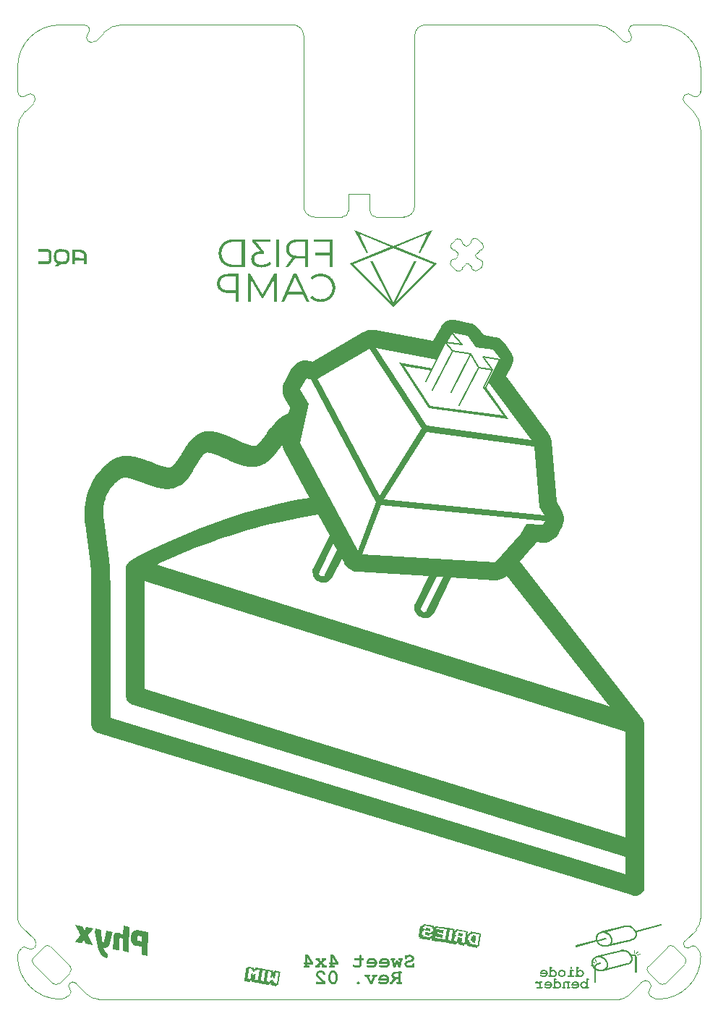
<source format=gbo>
G04*
G04 #@! TF.GenerationSoftware,Altium Limited,Altium Designer,24.7.2 (38)*
G04*
G04 Layer_Color=32896*
%FSLAX25Y25*%
%MOIN*%
G70*
G04*
G04 #@! TF.SameCoordinates,4FB6B1DA-FF44-45C5-9F46-3DC55F4CF08E*
G04*
G04*
G04 #@! TF.FilePolarity,Positive*
G04*
G01*
G75*
%ADD18C,0.00394*%
%ADD79C,0.00600*%
G36*
X264434Y343593D02*
X263520Y343969D01*
X267779Y352479D01*
X253269Y346501D01*
X272068Y338759D01*
X251969Y318659D01*
X231869Y338759D01*
X250676Y346501D01*
X236160Y352471D01*
X240421Y343949D01*
X239509Y343573D01*
X234102Y354382D01*
X251969Y347034D01*
X269835Y354382D01*
X264434Y343593D01*
D02*
G37*
G36*
X88415Y345487D02*
X88414Y345418D01*
X88483Y345417D01*
X88484Y345486D01*
X88552Y345485D01*
X88551Y345417D01*
X88620Y345416D01*
X88620Y345485D01*
X88689Y345484D01*
X88688Y345416D01*
X88757Y345415D01*
X88757Y345484D01*
X88826Y345483D01*
X88825Y345415D01*
X88894Y345414D01*
X88894Y345482D01*
X88963Y345482D01*
X88962Y345413D01*
X89031Y345413D01*
X89031Y345481D01*
X89100Y345481D01*
X89099Y345412D01*
X89168Y345412D01*
X89168Y345480D01*
X89237Y345479D01*
X89236Y345411D01*
X89305Y345410D01*
X89305Y345479D01*
X89374Y345478D01*
X89373Y345410D01*
X89442Y345409D01*
X89442Y345478D01*
X89511Y345477D01*
X89510Y345409D01*
X89578Y345408D01*
X89579Y345476D01*
X89648Y345476D01*
X89647Y345407D01*
X89715Y345407D01*
X89716Y345475D01*
X89785Y345475D01*
X89784Y345406D01*
X89852Y345406D01*
X89853Y345474D01*
X89921Y345474D01*
X89921Y345405D01*
X89989Y345404D01*
X89990Y345473D01*
X90058Y345472D01*
X90058Y345404D01*
X90126Y345403D01*
X90127Y345472D01*
X90195Y345471D01*
X90195Y345403D01*
X90263Y345402D01*
X90264Y345470D01*
X90332Y345470D01*
X90332Y345401D01*
X90400Y345401D01*
X90401Y345469D01*
X90469Y345469D01*
X90469Y345400D01*
X90537Y345400D01*
X90538Y345468D01*
X90606Y345467D01*
X90606Y345399D01*
X90674Y345398D01*
X90675Y345467D01*
X90743Y345466D01*
X90743Y345398D01*
X90811Y345397D01*
X90812Y345466D01*
X90880Y345465D01*
X90880Y345397D01*
X90948Y345396D01*
X90949Y345464D01*
X91017Y345464D01*
X91017Y345395D01*
X91085Y345395D01*
X91086Y345463D01*
X91154Y345463D01*
X91154Y345394D01*
X91222Y345394D01*
X91223Y345462D01*
X91291Y345462D01*
X91290Y345393D01*
X91359Y345392D01*
X91360Y345461D01*
X91428Y345460D01*
X91427Y345392D01*
X91496Y345391D01*
X91496Y345460D01*
X91565Y345459D01*
X91564Y345391D01*
X91633Y345390D01*
X91633Y345459D01*
X91702Y345458D01*
X91701Y345389D01*
X91770Y345389D01*
X91770Y345457D01*
X91839Y345457D01*
X91838Y345388D01*
X91907Y345388D01*
X91907Y345456D01*
X91976Y345456D01*
X91975Y345387D01*
X92044Y345387D01*
X92044Y345455D01*
X92113Y345454D01*
X92112Y345386D01*
X92181Y345385D01*
X92181Y345454D01*
X92250Y345453D01*
X92249Y345385D01*
X92318Y345384D01*
X92318Y345452D01*
X92387Y345452D01*
X92386Y345384D01*
X92455Y345383D01*
X92455Y345451D01*
X92524Y345451D01*
X92523Y345382D01*
X92592Y345382D01*
X92592Y345450D01*
X92661Y345450D01*
X92660Y345381D01*
X92729Y345380D01*
X92729Y345449D01*
X92798Y345448D01*
X92797Y345380D01*
X92866Y345379D01*
X92866Y345448D01*
X92935Y345447D01*
X92934Y345379D01*
X93002Y345378D01*
X93002Y345310D01*
X93070Y345309D01*
X93071Y345377D01*
X93139Y345377D01*
X93139Y345308D01*
X93344Y345307D01*
X93344Y345238D01*
X93549Y345236D01*
X93549Y345168D01*
X93617Y345167D01*
X93616Y345099D01*
X93685Y345098D01*
X93684Y345030D01*
X93890Y345028D01*
X93889Y344959D01*
X93889Y344891D01*
X93957Y344890D01*
X93956Y344822D01*
X93956Y344753D01*
X94024Y344753D01*
X94024Y344684D01*
X94092Y344684D01*
X94092Y344615D01*
X94160Y344615D01*
X94160Y344546D01*
X94159Y344478D01*
X94227Y344477D01*
X94227Y344409D01*
X94226Y344340D01*
X94295Y344340D01*
X94294Y344271D01*
X94293Y344203D01*
X94293Y344134D01*
X94361Y344133D01*
X94361Y344065D01*
X94292Y344066D01*
X94292Y343997D01*
X94360Y343997D01*
X94359Y343928D01*
X94359Y343860D01*
X94358Y343791D01*
X94358Y343723D01*
X94357Y343654D01*
X94426Y343654D01*
X94425Y343585D01*
X94357Y343586D01*
X94356Y343517D01*
X94424Y343517D01*
X94424Y343448D01*
X94355Y343449D01*
X94355Y343380D01*
X94423Y343380D01*
X94423Y343311D01*
X94354Y343312D01*
X94354Y343243D01*
X94422Y343243D01*
X94421Y343174D01*
X94353Y343175D01*
X94352Y343106D01*
X94421Y343106D01*
X94420Y343037D01*
X94352Y343038D01*
X94351Y342969D01*
X94420Y342969D01*
X94419Y342900D01*
X94351Y342901D01*
X94350Y342832D01*
X94418Y342832D01*
X94418Y342763D01*
X94349Y342764D01*
X94349Y342695D01*
X94417Y342695D01*
X94417Y342626D01*
X94348Y342627D01*
X94348Y342559D01*
X94416Y342558D01*
X94415Y342489D01*
X94347Y342490D01*
X94346Y342422D01*
X94415Y342421D01*
X94414Y342352D01*
X94346Y342353D01*
X94345Y342284D01*
X94414Y342284D01*
X94413Y342215D01*
X94345Y342216D01*
X94344Y342148D01*
X94412Y342147D01*
X94412Y342078D01*
X94343Y342079D01*
X94343Y342011D01*
X94411Y342010D01*
X94411Y341942D01*
X94342Y341942D01*
X94342Y341874D01*
X94410Y341873D01*
X94410Y341805D01*
X94341Y341805D01*
X94340Y341737D01*
X94409Y341736D01*
X94408Y341668D01*
X94340Y341668D01*
X94339Y341600D01*
X94408Y341599D01*
X94407Y341531D01*
X94339Y341531D01*
X94338Y341463D01*
X94406Y341462D01*
X94406Y341394D01*
X94337Y341394D01*
X94337Y341326D01*
X94405Y341325D01*
X94405Y341257D01*
X94336Y341257D01*
X94336Y341189D01*
X94404Y341188D01*
X94403Y341120D01*
X94335Y341120D01*
X94334Y341052D01*
X94403Y341051D01*
X94402Y340983D01*
X94334Y340983D01*
X94333Y340915D01*
X94402Y340914D01*
X94401Y340846D01*
X94333Y340846D01*
X94332Y340778D01*
X94401Y340777D01*
X94400Y340709D01*
X94331Y340709D01*
X94331Y340641D01*
X94399Y340640D01*
X94399Y340572D01*
X94330Y340573D01*
X94330Y340504D01*
X94398Y340504D01*
X94397Y340435D01*
X94329Y340436D01*
X94328Y340367D01*
X94397Y340367D01*
X94396Y340298D01*
X94328Y340299D01*
X94327Y340230D01*
X94327Y340162D01*
X94326Y340093D01*
X94326Y340025D01*
X94325Y339956D01*
X94256Y339957D01*
X94256Y339888D01*
X94255Y339820D01*
X94255Y339751D01*
X94186Y339752D01*
X94186Y339684D01*
X94254Y339683D01*
X94253Y339614D01*
X94185Y339615D01*
X94184Y339547D01*
X94116Y339547D01*
X94115Y339479D01*
X94047Y339479D01*
X94046Y339411D01*
X94046Y339342D01*
X93977Y339343D01*
X93976Y339275D01*
X93976Y339206D01*
X93907Y339207D01*
X93907Y339138D01*
X93838Y339139D01*
X93838Y339070D01*
X93701Y339071D01*
X93700Y339003D01*
X93632Y339003D01*
X93631Y338935D01*
X93494Y338936D01*
X93494Y338868D01*
X93425Y338868D01*
X93424Y338800D01*
X93219Y338802D01*
X93218Y338733D01*
X93013Y338735D01*
X93012Y338667D01*
X88219Y338708D01*
X88219Y338777D01*
X88220Y338845D01*
X88221Y338914D01*
X88221Y338982D01*
X88222Y339051D01*
X88222Y339119D01*
X88223Y339188D01*
X88224Y339256D01*
X88224Y339325D01*
X88225Y339393D01*
X88225Y339462D01*
X88226Y339530D01*
X88227Y339599D01*
X88227Y339667D01*
X88228Y339736D01*
X88228Y339804D01*
X88229Y339873D01*
X88230Y339941D01*
X88298Y339940D01*
X88297Y339872D01*
X88366Y339871D01*
X88367Y339940D01*
X88435Y339939D01*
X88434Y339871D01*
X88503Y339870D01*
X88503Y339939D01*
X88572Y339938D01*
X88571Y339869D01*
X88640Y339869D01*
X88640Y339937D01*
X88709Y339937D01*
X88708Y339868D01*
X88777Y339868D01*
X88777Y339936D01*
X88846Y339936D01*
X88845Y339867D01*
X88914Y339866D01*
X88914Y339935D01*
X88983Y339934D01*
X88982Y339866D01*
X89051Y339865D01*
X89051Y339934D01*
X89120Y339933D01*
X89119Y339865D01*
X89188Y339864D01*
X89188Y339933D01*
X89257Y339932D01*
X89256Y339863D01*
X89325Y339863D01*
X89325Y339931D01*
X89394Y339931D01*
X89393Y339862D01*
X89462Y339862D01*
X89462Y339930D01*
X89531Y339930D01*
X89530Y339861D01*
X89599Y339861D01*
X89599Y339929D01*
X89668Y339928D01*
X89667Y339860D01*
X89736Y339859D01*
X89736Y339928D01*
X89805Y339927D01*
X89804Y339859D01*
X89872Y339858D01*
X89873Y339927D01*
X89942Y339926D01*
X89941Y339858D01*
X90009Y339857D01*
X90010Y339926D01*
X90079Y339925D01*
X90078Y339856D01*
X90146Y339856D01*
X90147Y339924D01*
X90215Y339924D01*
X90215Y339855D01*
X90283Y339855D01*
X90284Y339923D01*
X90352Y339922D01*
X90352Y339854D01*
X90420Y339853D01*
X90421Y339922D01*
X90489Y339921D01*
X90489Y339853D01*
X90557Y339852D01*
X90558Y339921D01*
X90626Y339920D01*
X90626Y339852D01*
X90694Y339851D01*
X90695Y339919D01*
X90763Y339919D01*
X90763Y339850D01*
X90831Y339850D01*
X90832Y339918D01*
X90900Y339918D01*
X90900Y339849D01*
X90968Y339849D01*
X90969Y339917D01*
X91037Y339916D01*
X91037Y339848D01*
X91105Y339847D01*
X91106Y339916D01*
X91174Y339915D01*
X91174Y339847D01*
X91242Y339846D01*
X91243Y339915D01*
X91311Y339914D01*
X91311Y339846D01*
X91379Y339845D01*
X91380Y339914D01*
X91448Y339913D01*
X91448Y339844D01*
X91516Y339844D01*
X91517Y339912D01*
X91585Y339912D01*
X91584Y339843D01*
X91653Y339843D01*
X91654Y339911D01*
X91722Y339911D01*
X91721Y339842D01*
X91790Y339841D01*
X91790Y339910D01*
X91859Y339909D01*
X91858Y339841D01*
X91927Y339840D01*
X91927Y339909D01*
X91996Y339908D01*
X91995Y339840D01*
X92064Y339839D01*
X92064Y339908D01*
X92133Y339907D01*
X92132Y339838D01*
X92201Y339838D01*
X92201Y339906D01*
X92270Y339906D01*
X92269Y339837D01*
X92338Y339837D01*
X92338Y339905D01*
X92407Y339904D01*
X92406Y339836D01*
X92475Y339835D01*
X92475Y339904D01*
X92544Y339903D01*
X92543Y339835D01*
X92612Y339834D01*
X92612Y339903D01*
X92681Y339902D01*
X92680Y339834D01*
X92749Y339833D01*
X92749Y339901D01*
X92818Y339901D01*
X92818Y339969D01*
X93024Y339968D01*
X93024Y340036D01*
X92956Y340037D01*
X92957Y340105D01*
X93025Y340105D01*
X93026Y340173D01*
X93094Y340173D01*
X93095Y340241D01*
X93163Y340240D01*
X93164Y340309D01*
X93095Y340309D01*
X93096Y340378D01*
X93164Y340377D01*
X93165Y340446D01*
X93096Y340446D01*
X93097Y340515D01*
X93165Y340514D01*
X93166Y340583D01*
X93098Y340583D01*
X93098Y340652D01*
X93167Y340651D01*
X93167Y340720D01*
X93099Y340720D01*
X93099Y340789D01*
X93168Y340788D01*
X93168Y340857D01*
X93100Y340857D01*
X93101Y340926D01*
X93169Y340925D01*
X93170Y340994D01*
X93101Y340994D01*
X93102Y341063D01*
X93170Y341062D01*
X93171Y341131D01*
X93102Y341131D01*
X93103Y341200D01*
X93172Y341199D01*
X93172Y341267D01*
X93104Y341268D01*
X93104Y341337D01*
X93173Y341336D01*
X93173Y341405D01*
X93105Y341405D01*
X93105Y341474D01*
X93174Y341473D01*
X93174Y341542D01*
X93106Y341542D01*
X93107Y341611D01*
X93175Y341610D01*
X93176Y341678D01*
X93107Y341679D01*
X93108Y341747D01*
X93176Y341747D01*
X93177Y341815D01*
X93108Y341816D01*
X93109Y341884D01*
X93177Y341884D01*
X93178Y341952D01*
X93110Y341953D01*
X93110Y342021D01*
X93179Y342021D01*
X93179Y342089D01*
X93111Y342090D01*
X93111Y342158D01*
X93180Y342158D01*
X93180Y342226D01*
X93112Y342227D01*
X93113Y342295D01*
X93181Y342295D01*
X93182Y342363D01*
X93113Y342364D01*
X93114Y342432D01*
X93182Y342432D01*
X93183Y342500D01*
X93114Y342501D01*
X93115Y342569D01*
X93183Y342569D01*
X93184Y342637D01*
X93116Y342638D01*
X93116Y342706D01*
X93185Y342706D01*
X93185Y342774D01*
X93117Y342775D01*
X93117Y342843D01*
X93186Y342843D01*
X93186Y342911D01*
X93118Y342912D01*
X93119Y342980D01*
X93187Y342980D01*
X93188Y343048D01*
X93119Y343049D01*
X93120Y343117D01*
X93188Y343116D01*
X93189Y343185D01*
X93120Y343186D01*
X93121Y343254D01*
X93189Y343253D01*
X93190Y343322D01*
X93121Y343322D01*
X93122Y343391D01*
X93191Y343390D01*
X93191Y343459D01*
X93123Y343460D01*
X93123Y343528D01*
X93192Y343527D01*
X93192Y343596D01*
X93124Y343596D01*
X93125Y343665D01*
X93193Y343664D01*
X93194Y343733D01*
X93125Y343733D01*
X93126Y343802D01*
X93126Y343870D01*
X93127Y343939D01*
X93058Y343939D01*
X93059Y344008D01*
X92990Y344008D01*
X92991Y344077D01*
X92923Y344078D01*
X92923Y344146D01*
X92718Y344148D01*
X92718Y344216D01*
X92650Y344217D01*
X92649Y344148D01*
X92581Y344149D01*
X92581Y344217D01*
X92513Y344218D01*
X92512Y344150D01*
X92444Y344150D01*
X92444Y344219D01*
X92376Y344219D01*
X92375Y344151D01*
X92307Y344151D01*
X92308Y344220D01*
X92239Y344220D01*
X92238Y344152D01*
X92170Y344153D01*
X92171Y344221D01*
X92102Y344222D01*
X92102Y344153D01*
X92033Y344154D01*
X92034Y344222D01*
X91965Y344223D01*
X91965Y344154D01*
X91896Y344155D01*
X91897Y344223D01*
X91828Y344224D01*
X91828Y344156D01*
X91759Y344156D01*
X91760Y344225D01*
X91691Y344225D01*
X91691Y344157D01*
X91622Y344157D01*
X91623Y344226D01*
X91554Y344227D01*
X91554Y344158D01*
X91485Y344159D01*
X91486Y344227D01*
X91417Y344228D01*
X91417Y344159D01*
X91348Y344160D01*
X91349Y344228D01*
X91280Y344229D01*
X91280Y344160D01*
X91211Y344161D01*
X91212Y344230D01*
X91143Y344230D01*
X91143Y344162D01*
X91074Y344162D01*
X91075Y344231D01*
X91006Y344231D01*
X91006Y344163D01*
X90937Y344163D01*
X90938Y344232D01*
X90869Y344233D01*
X90869Y344164D01*
X90800Y344165D01*
X90801Y344233D01*
X90733Y344234D01*
X90732Y344165D01*
X90663Y344166D01*
X90664Y344234D01*
X90596Y344235D01*
X90595Y344166D01*
X90526Y344167D01*
X90527Y344235D01*
X90459Y344236D01*
X90458Y344168D01*
X90390Y344168D01*
X90390Y344237D01*
X90322Y344237D01*
X90321Y344169D01*
X90253Y344169D01*
X90253Y344238D01*
X90185Y344238D01*
X90184Y344170D01*
X90116Y344171D01*
X90116Y344239D01*
X90048Y344240D01*
X90047Y344171D01*
X89979Y344172D01*
X89979Y344240D01*
X89911Y344241D01*
X89910Y344172D01*
X89842Y344173D01*
X89842Y344241D01*
X89774Y344242D01*
X89773Y344174D01*
X89705Y344174D01*
X89705Y344243D01*
X89637Y344243D01*
X89636Y344175D01*
X89568Y344175D01*
X89568Y344244D01*
X89500Y344244D01*
X89499Y344176D01*
X89431Y344177D01*
X89431Y344245D01*
X89363Y344246D01*
X89362Y344177D01*
X89294Y344178D01*
X89294Y344246D01*
X89226Y344247D01*
X89225Y344178D01*
X89157Y344179D01*
X89157Y344247D01*
X89089Y344248D01*
X89088Y344180D01*
X89020Y344180D01*
X89021Y344249D01*
X88952Y344249D01*
X88951Y344181D01*
X88883Y344181D01*
X88884Y344250D01*
X88815Y344250D01*
X88815Y344182D01*
X88746Y344182D01*
X88747Y344251D01*
X88678Y344252D01*
X88678Y344183D01*
X88609Y344184D01*
X88610Y344252D01*
X88541Y344253D01*
X88541Y344184D01*
X88472Y344185D01*
X88473Y344253D01*
X88404Y344254D01*
X88404Y344185D01*
X88335Y344186D01*
X88336Y344255D01*
X88267Y344255D01*
X88268Y344324D01*
X88269Y344392D01*
X88269Y344461D01*
X88270Y344529D01*
X88270Y344598D01*
X88271Y344666D01*
X88271Y344735D01*
X88272Y344803D01*
X88273Y344871D01*
X88273Y344940D01*
X88274Y345008D01*
X88274Y345077D01*
X88275Y345145D01*
X88276Y345214D01*
X88276Y345282D01*
X88277Y345351D01*
X88277Y345419D01*
X88346Y345419D01*
X88346Y345487D01*
X88415Y345487D01*
D02*
G37*
G36*
X97934Y345472D02*
X97934Y345404D01*
X98002Y345403D01*
X98003Y345471D01*
X98071Y345471D01*
X98071Y345402D01*
X98139Y345402D01*
X98140Y345470D01*
X98345Y345468D01*
X98344Y345400D01*
X98413Y345399D01*
X98414Y345468D01*
X98619Y345466D01*
X98618Y345398D01*
X98687Y345397D01*
X98687Y345465D01*
X98893Y345464D01*
X98892Y345395D01*
X98961Y345395D01*
X98961Y345463D01*
X99167Y345461D01*
X99166Y345393D01*
X99235Y345392D01*
X99235Y345461D01*
X99441Y345459D01*
X99440Y345390D01*
X99509Y345390D01*
X99509Y345458D01*
X99715Y345457D01*
X99714Y345388D01*
X99783Y345387D01*
X99783Y345456D01*
X99989Y345454D01*
X99988Y345386D01*
X100057Y345385D01*
X100057Y345454D01*
X100126Y345453D01*
X100125Y345384D01*
X100193Y345384D01*
X100194Y345452D01*
X100262Y345452D01*
X100262Y345383D01*
X100330Y345383D01*
X100331Y345451D01*
X100399Y345450D01*
X100399Y345382D01*
X100741Y345379D01*
X100741Y345311D01*
X100809Y345310D01*
X100810Y345378D01*
X100878Y345378D01*
X100878Y345309D01*
X100946Y345309D01*
X100945Y345240D01*
X101151Y345238D01*
X101150Y345170D01*
X101219Y345169D01*
X101218Y345101D01*
X101424Y345099D01*
X101423Y345031D01*
X101492Y345030D01*
X101491Y344962D01*
X101628Y344960D01*
X101627Y344892D01*
X101627Y344823D01*
X101832Y344822D01*
X101832Y344753D01*
X101900Y344753D01*
X101899Y344684D01*
X101968Y344684D01*
X101967Y344615D01*
X102036Y344614D01*
X102035Y344546D01*
X102104Y344545D01*
X102103Y344477D01*
X102172Y344476D01*
X102171Y344408D01*
X102239Y344407D01*
X102239Y344339D01*
X102238Y344270D01*
X102307Y344270D01*
X102306Y344201D01*
X102305Y344133D01*
X102374Y344132D01*
X102373Y344064D01*
X102442Y344063D01*
X102441Y343994D01*
X102441Y343926D01*
X102440Y343858D01*
X102509Y343857D01*
X102508Y343789D01*
X102576Y343788D01*
X102576Y343719D01*
X102575Y343651D01*
X102575Y343583D01*
X102643Y343582D01*
X102643Y343513D01*
X102642Y343445D01*
X102641Y343376D01*
X102710Y343376D01*
X102709Y343307D01*
X102709Y343239D01*
X102708Y343170D01*
X102777Y343170D01*
X102776Y343101D01*
X102708Y343102D01*
X102707Y343033D01*
X102775Y343033D01*
X102775Y342964D01*
X102706Y342965D01*
X102706Y342896D01*
X102774Y342896D01*
X102773Y342827D01*
X102773Y342759D01*
X102772Y342690D01*
X102772Y342622D01*
X102771Y342553D01*
X102770Y342485D01*
X102770Y342417D01*
X102769Y342348D01*
X102769Y342280D01*
X102768Y342211D01*
X102768Y342143D01*
X102767Y342074D01*
X102766Y342006D01*
X102766Y341937D01*
X102765Y341869D01*
X102765Y341800D01*
X102764Y341732D01*
X102763Y341663D01*
X102763Y341595D01*
X102762Y341526D01*
X102762Y341458D01*
X102761Y341389D01*
X102760Y341321D01*
X102760Y341252D01*
X102759Y341184D01*
X102759Y341115D01*
X102758Y341047D01*
X102690Y341048D01*
X102689Y340979D01*
X102757Y340978D01*
X102757Y340910D01*
X102688Y340911D01*
X102688Y340842D01*
X102756Y340842D01*
X102756Y340773D01*
X102687Y340774D01*
X102687Y340705D01*
X102686Y340637D01*
X102685Y340568D01*
X102617Y340569D01*
X102616Y340500D01*
X102616Y340432D01*
X102615Y340363D01*
X102547Y340364D01*
X102546Y340295D01*
X102614Y340295D01*
X102614Y340226D01*
X102545Y340227D01*
X102545Y340159D01*
X102476Y340159D01*
X102476Y340091D01*
X102475Y340022D01*
X102474Y339954D01*
X102406Y339954D01*
X102405Y339886D01*
X102337Y339886D01*
X102336Y339818D01*
X102268Y339818D01*
X102267Y339750D01*
X102336Y339749D01*
X102335Y339681D01*
X102267Y339682D01*
X102266Y339613D01*
X102198Y339614D01*
X102197Y339545D01*
X102129Y339546D01*
X102128Y339477D01*
X102059Y339478D01*
X102059Y339409D01*
X101990Y339410D01*
X101990Y339341D01*
X101921Y339342D01*
X101921Y339274D01*
X101852Y339274D01*
X101852Y339206D01*
X101783Y339206D01*
X101783Y339138D01*
X101714Y339139D01*
X101714Y339070D01*
X101645Y339071D01*
X101644Y339002D01*
X101576Y339003D01*
X101575Y338934D01*
X101507Y338935D01*
X101506Y338866D01*
X101301Y338868D01*
X101300Y338800D01*
X101232Y338800D01*
X101231Y338732D01*
X101026Y338734D01*
X101025Y338665D01*
X100957Y338666D01*
X100956Y338597D01*
X100888Y338598D01*
X100888Y338666D01*
X100820Y338667D01*
X100819Y338598D01*
X100614Y338600D01*
X100613Y338532D01*
X100545Y338532D01*
X100545Y338601D01*
X100477Y338601D01*
X100476Y338533D01*
X100271Y338535D01*
X100270Y338466D01*
X100202Y338467D01*
X100202Y338535D01*
X100134Y338536D01*
X100133Y338467D01*
X100065Y338468D01*
X100065Y338537D01*
X99997Y338537D01*
X99996Y338469D01*
X99928Y338469D01*
X99928Y338538D01*
X99860Y338538D01*
X99859Y338470D01*
X99791Y338470D01*
X99791Y338539D01*
X99723Y338540D01*
X99722Y338471D01*
X99654Y338472D01*
X99654Y338540D01*
X99586Y338541D01*
X99585Y338472D01*
X99517Y338473D01*
X99517Y338541D01*
X99449Y338542D01*
X99448Y338473D01*
X99380Y338474D01*
X99380Y338543D01*
X99312Y338543D01*
X99311Y338475D01*
X99243Y338475D01*
X99243Y338544D01*
X99175Y338544D01*
X99174Y338476D01*
X99106Y338476D01*
X99107Y338545D01*
X99038Y338545D01*
X99037Y338477D01*
X98969Y338478D01*
X98970Y338546D01*
X98901Y338547D01*
X98901Y338478D01*
X98832Y338479D01*
X98833Y338547D01*
X98764Y338548D01*
X98764Y338479D01*
X98558Y338481D01*
X98557Y338413D01*
X98557Y338344D01*
X98420Y338345D01*
X98419Y338277D01*
X98351Y338278D01*
X98350Y338209D01*
X98282Y338210D01*
X98281Y338141D01*
X98213Y338142D01*
X98212Y338073D01*
X98144Y338074D01*
X98143Y338005D01*
X98075Y338006D01*
X98074Y337937D01*
X97869Y337939D01*
X97868Y337871D01*
X97936Y337870D01*
X97936Y337802D01*
X97730Y337804D01*
X97730Y337735D01*
X97661Y337736D01*
X97661Y337667D01*
X97592Y337668D01*
X97592Y337599D01*
X97523Y337600D01*
X97522Y337531D01*
X97454Y337532D01*
X97455Y337600D01*
X97386Y337601D01*
X97386Y337533D01*
X97317Y337533D01*
X97318Y337602D01*
X97249Y337602D01*
X97249Y337534D01*
X97180Y337534D01*
X97181Y337603D01*
X97112Y337603D01*
X97112Y337535D01*
X97043Y337536D01*
X97044Y337604D01*
X96975Y337605D01*
X96975Y337536D01*
X96906Y337537D01*
X96907Y337605D01*
X96838Y337606D01*
X96838Y337537D01*
X96769Y337538D01*
X96770Y337607D01*
X96701Y337607D01*
X96701Y337539D01*
X96632Y337539D01*
X96633Y337608D01*
X96564Y337608D01*
X96564Y337540D01*
X96495Y337540D01*
X96496Y337609D01*
X96427Y337609D01*
X96427Y337541D01*
X96358Y337542D01*
X96359Y337610D01*
X96290Y337611D01*
X96290Y337542D01*
X96221Y337543D01*
X96222Y337611D01*
X96153Y337612D01*
X96153Y337543D01*
X96084Y337544D01*
X96085Y337612D01*
X96017Y337613D01*
X96016Y337544D01*
X95947Y337545D01*
X95948Y337614D01*
X95880Y337614D01*
X95879Y337546D01*
X95811Y337546D01*
X95811Y337615D01*
X95880Y337614D01*
X95880Y337683D01*
X95949Y337682D01*
X95949Y337751D01*
X96018Y337750D01*
X96018Y337819D01*
X96087Y337818D01*
X96087Y337886D01*
X96156Y337886D01*
X96157Y337954D01*
X96225Y337954D01*
X96226Y338022D01*
X96431Y338020D01*
X96432Y338089D01*
X96432Y338157D01*
X96569Y338156D01*
X96570Y338225D01*
X96638Y338224D01*
X96639Y338293D01*
X96707Y338292D01*
X96708Y338360D01*
X96776Y338360D01*
X96777Y338428D01*
X96846Y338428D01*
X96846Y338496D01*
X96914Y338495D01*
X96915Y338564D01*
X97052Y338563D01*
X97053Y338631D01*
X97053Y338700D01*
X97122Y338699D01*
X97122Y338768D01*
X97054Y338768D01*
X97054Y338837D01*
X96986Y338837D01*
X96985Y338769D01*
X96917Y338769D01*
X96918Y338838D01*
X96849Y338839D01*
X96850Y338907D01*
X96781Y338908D01*
X96782Y338976D01*
X96713Y338977D01*
X96714Y339045D01*
X96509Y339047D01*
X96509Y339115D01*
X96441Y339116D01*
X96441Y339184D01*
X96373Y339185D01*
X96373Y339253D01*
X96305Y339254D01*
X96305Y339323D01*
X96237Y339323D01*
X96237Y339392D01*
X96169Y339392D01*
X96170Y339461D01*
X96101Y339461D01*
X96102Y339530D01*
X96033Y339530D01*
X96034Y339599D01*
X95965Y339599D01*
X95966Y339668D01*
X95967Y339737D01*
X95898Y339737D01*
X95899Y339806D01*
X95899Y339874D01*
X95831Y339875D01*
X95831Y339943D01*
X95763Y339944D01*
X95763Y340012D01*
X95695Y340013D01*
X95696Y340081D01*
X95764Y340081D01*
X95765Y340149D01*
X95696Y340150D01*
X95697Y340218D01*
X95628Y340219D01*
X95629Y340287D01*
X95630Y340356D01*
X95630Y340424D01*
X95562Y340425D01*
X95562Y340493D01*
X95631Y340493D01*
X95631Y340561D01*
X95563Y340562D01*
X95564Y340630D01*
X95564Y340699D01*
X95565Y340767D01*
X95496Y340768D01*
X95497Y340836D01*
X95497Y340905D01*
X95498Y340973D01*
X95499Y341042D01*
X95499Y341110D01*
X95431Y341111D01*
X95431Y341179D01*
X95500Y341179D01*
X95500Y341247D01*
X95432Y341248D01*
X95433Y341316D01*
X95501Y341316D01*
X95502Y341384D01*
X95433Y341385D01*
X95434Y341453D01*
X95502Y341453D01*
X95503Y341521D01*
X95434Y341522D01*
X95435Y341590D01*
X95503Y341590D01*
X95504Y341658D01*
X95436Y341659D01*
X95436Y341727D01*
X95504Y341726D01*
X95505Y341795D01*
X95437Y341796D01*
X95437Y341864D01*
X95506Y341864D01*
X95506Y341932D01*
X95438Y341933D01*
X95438Y342001D01*
X95507Y342001D01*
X95508Y342069D01*
X95439Y342070D01*
X95440Y342138D01*
X95508Y342137D01*
X95509Y342206D01*
X95440Y342207D01*
X95441Y342275D01*
X95509Y342274D01*
X95510Y342343D01*
X95441Y342343D01*
X95442Y342412D01*
X95511Y342411D01*
X95511Y342480D01*
X95443Y342480D01*
X95443Y342549D01*
X95512Y342548D01*
X95512Y342617D01*
X95444Y342617D01*
X95444Y342686D01*
X95513Y342685D01*
X95513Y342754D01*
X95445Y342754D01*
X95446Y342823D01*
X95514Y342822D01*
X95515Y342891D01*
X95446Y342891D01*
X95447Y342960D01*
X95515Y342959D01*
X95516Y343028D01*
X95517Y343096D01*
X95517Y343165D01*
X95518Y343233D01*
X95518Y343302D01*
X95587Y343301D01*
X95587Y343370D01*
X95588Y343438D01*
X95589Y343506D01*
X95657Y343506D01*
X95658Y343574D01*
X95589Y343575D01*
X95590Y343643D01*
X95658Y343643D01*
X95659Y343711D01*
X95727Y343711D01*
X95728Y343779D01*
X95728Y343848D01*
X95729Y343916D01*
X95798Y343916D01*
X95798Y343984D01*
X95867Y343983D01*
X95867Y344052D01*
X95868Y344120D01*
X95868Y344189D01*
X95937Y344188D01*
X95938Y344257D01*
X96006Y344256D01*
X96007Y344325D01*
X96075Y344324D01*
X96076Y344392D01*
X96007Y344393D01*
X96008Y344462D01*
X96145Y344460D01*
X96145Y344529D01*
X96146Y344597D01*
X96214Y344597D01*
X96215Y344665D01*
X96284Y344665D01*
X96284Y344733D01*
X96421Y344732D01*
X96422Y344800D01*
X96422Y344869D01*
X96628Y344867D01*
X96628Y344935D01*
X96697Y344935D01*
X96697Y345003D01*
X96766Y345003D01*
X96767Y345071D01*
X96835Y345071D01*
X96836Y345139D01*
X97041Y345137D01*
X97042Y345206D01*
X97110Y345205D01*
X97111Y345274D01*
X97316Y345272D01*
X97317Y345340D01*
X97385Y345340D01*
X97385Y345271D01*
X97453Y345271D01*
X97454Y345339D01*
X97522Y345339D01*
X97523Y345407D01*
X97591Y345407D01*
X97591Y345338D01*
X97659Y345338D01*
X97660Y345406D01*
X97865Y345404D01*
X97866Y345473D01*
X97934Y345472D01*
D02*
G37*
G36*
X104576Y345346D02*
X104576Y345277D01*
X104644Y345276D01*
X104645Y345345D01*
X104713Y345344D01*
X104712Y345276D01*
X104781Y345275D01*
X104781Y345344D01*
X104850Y345343D01*
X104849Y345275D01*
X104918Y345274D01*
X104919Y345343D01*
X104987Y345342D01*
X104986Y345273D01*
X105055Y345273D01*
X105055Y345341D01*
X105124Y345341D01*
X105123Y345272D01*
X105192Y345272D01*
X105192Y345340D01*
X105261Y345340D01*
X105260Y345271D01*
X105329Y345270D01*
X105329Y345339D01*
X105398Y345338D01*
X105397Y345270D01*
X105466Y345269D01*
X105466Y345338D01*
X105535Y345337D01*
X105534Y345269D01*
X105603Y345268D01*
X105603Y345337D01*
X105672Y345336D01*
X105671Y345268D01*
X105740Y345267D01*
X105740Y345335D01*
X105809Y345335D01*
X105808Y345266D01*
X105877Y345266D01*
X105877Y345334D01*
X105946Y345334D01*
X105945Y345265D01*
X106014Y345265D01*
X106014Y345333D01*
X106083Y345333D01*
X106082Y345264D01*
X106150Y345263D01*
X106151Y345332D01*
X106220Y345331D01*
X106219Y345263D01*
X106288Y345262D01*
X106288Y345331D01*
X106357Y345330D01*
X106356Y345262D01*
X106424Y345261D01*
X106425Y345329D01*
X106493Y345329D01*
X106493Y345260D01*
X106561Y345260D01*
X106562Y345328D01*
X106631Y345328D01*
X106630Y345259D01*
X106698Y345259D01*
X106699Y345327D01*
X106767Y345326D01*
X106767Y345258D01*
X106835Y345257D01*
X106836Y345326D01*
X106904Y345325D01*
X106904Y345257D01*
X106972Y345256D01*
X106973Y345325D01*
X107041Y345324D01*
X107041Y345256D01*
X107109Y345255D01*
X107110Y345323D01*
X107178Y345323D01*
X107178Y345254D01*
X107246Y345254D01*
X107247Y345322D01*
X107315Y345322D01*
X107315Y345253D01*
X107383Y345253D01*
X107384Y345321D01*
X107452Y345321D01*
X107452Y345252D01*
X107520Y345251D01*
X107521Y345320D01*
X107589Y345319D01*
X107589Y345251D01*
X107657Y345250D01*
X107658Y345319D01*
X107726Y345318D01*
X107726Y345250D01*
X107931Y345248D01*
X107930Y345179D01*
X107999Y345179D01*
X108000Y345247D01*
X108068Y345247D01*
X108067Y345178D01*
X108410Y345175D01*
X108409Y345107D01*
X108478Y345106D01*
X108477Y345038D01*
X108545Y345037D01*
X108546Y345106D01*
X108615Y345105D01*
X108614Y345036D01*
X108819Y345035D01*
X108819Y344966D01*
X108887Y344966D01*
X108887Y344897D01*
X109092Y344895D01*
X109092Y344827D01*
X109160Y344826D01*
X109160Y344758D01*
X109296Y344757D01*
X109296Y344688D01*
X109295Y344619D01*
X109501Y344618D01*
X109500Y344549D01*
X109569Y344549D01*
X109568Y344480D01*
X109636Y344480D01*
X109636Y344411D01*
X109704Y344410D01*
X109704Y344342D01*
X109772Y344341D01*
X109772Y344273D01*
X109840Y344272D01*
X109839Y344204D01*
X109908Y344203D01*
X109907Y344135D01*
X109976Y344134D01*
X109975Y344066D01*
X110044Y344065D01*
X110043Y343997D01*
X110043Y343928D01*
X110179Y343927D01*
X110179Y343859D01*
X110110Y343859D01*
X110110Y343791D01*
X110178Y343790D01*
X110178Y343722D01*
X110246Y343721D01*
X110246Y343653D01*
X110314Y343652D01*
X110313Y343583D01*
X110313Y343515D01*
X110312Y343446D01*
X110381Y343446D01*
X110380Y343377D01*
X110449Y343377D01*
X110448Y343308D01*
X110447Y343240D01*
X110516Y343239D01*
X110515Y343171D01*
X110515Y343102D01*
X110583Y343102D01*
X110583Y343033D01*
X110514Y343034D01*
X110513Y342965D01*
X110582Y342965D01*
X110581Y342896D01*
X110581Y342828D01*
X110580Y342759D01*
X110649Y342759D01*
X110648Y342690D01*
X110647Y342622D01*
X110647Y342553D01*
X110715Y342553D01*
X110715Y342484D01*
X110646Y342485D01*
X110646Y342416D01*
X110714Y342416D01*
X110714Y342347D01*
X110645Y342348D01*
X110644Y342279D01*
X110713Y342279D01*
X110712Y342210D01*
X110644Y342211D01*
X110643Y342142D01*
X110712Y342142D01*
X110711Y342073D01*
X110711Y342005D01*
X110710Y341936D01*
X110709Y341868D01*
X110709Y341799D01*
X110708Y341731D01*
X110708Y341662D01*
X110707Y341594D01*
X110706Y341525D01*
X110706Y341457D01*
X110705Y341389D01*
X110705Y341320D01*
X110704Y341251D01*
X110703Y341183D01*
X110703Y341114D01*
X110702Y341046D01*
X110702Y340978D01*
X110701Y340909D01*
X110700Y340841D01*
X110700Y340772D01*
X110699Y340704D01*
X110699Y340635D01*
X110698Y340567D01*
X110697Y340498D01*
X110697Y340430D01*
X110696Y340361D01*
X110696Y340293D01*
X110695Y340224D01*
X110694Y340156D01*
X110694Y340087D01*
X110693Y340019D01*
X110693Y339950D01*
X110692Y339882D01*
X110691Y339813D01*
X110691Y339745D01*
X110690Y339676D01*
X110690Y339608D01*
X110689Y339540D01*
X110688Y339471D01*
X110688Y339403D01*
X110687Y339334D01*
X110687Y339266D01*
X110686Y339197D01*
X110686Y339129D01*
X110685Y339060D01*
X110684Y338992D01*
X110684Y338923D01*
X110683Y338855D01*
X110682Y338786D01*
X110682Y338718D01*
X110681Y338649D01*
X110681Y338581D01*
X110680Y338512D01*
X109448Y338523D01*
X109448Y338592D01*
X109449Y338660D01*
X109449Y338728D01*
X109450Y338797D01*
X109450Y338865D01*
X109451Y338934D01*
X109452Y339002D01*
X109452Y339071D01*
X109453Y339139D01*
X109453Y339208D01*
X109454Y339276D01*
X109455Y339345D01*
X109455Y339413D01*
X109456Y339482D01*
X109456Y339550D01*
X109457Y339619D01*
X109458Y339687D01*
X109458Y339756D01*
X109459Y339824D01*
X109459Y339893D01*
X109460Y339961D01*
X109461Y340030D01*
X109461Y340098D01*
X109462Y340167D01*
X105148Y340204D01*
X105147Y340136D01*
X105216Y340135D01*
X105215Y340067D01*
X105146Y340067D01*
X105146Y339999D01*
X105214Y339998D01*
X105214Y339930D01*
X105145Y339930D01*
X105145Y339862D01*
X105213Y339861D01*
X105212Y339793D01*
X105144Y339793D01*
X105143Y339725D01*
X105212Y339724D01*
X105211Y339656D01*
X105143Y339656D01*
X105142Y339588D01*
X105211Y339587D01*
X105210Y339519D01*
X105142Y339520D01*
X105141Y339451D01*
X105210Y339450D01*
X105209Y339382D01*
X105140Y339383D01*
X105140Y339314D01*
X105208Y339313D01*
X105208Y339245D01*
X105139Y339246D01*
X105139Y339177D01*
X105207Y339177D01*
X105207Y339108D01*
X105138Y339109D01*
X105137Y339040D01*
X105206Y339039D01*
X105205Y338971D01*
X105137Y338972D01*
X105136Y338903D01*
X105205Y338903D01*
X105204Y338834D01*
X105136Y338835D01*
X105135Y338766D01*
X105203Y338766D01*
X105203Y338697D01*
X105134Y338698D01*
X105134Y338629D01*
X105202Y338629D01*
X105202Y338560D01*
X103901Y338572D01*
X103901Y338640D01*
X103970Y338639D01*
X103970Y338708D01*
X103902Y338708D01*
X103902Y338777D01*
X103971Y338776D01*
X103972Y338845D01*
X103903Y338845D01*
X103904Y338914D01*
X103972Y338913D01*
X103973Y338982D01*
X103904Y338982D01*
X103905Y339051D01*
X103973Y339050D01*
X103974Y339119D01*
X103905Y339119D01*
X103906Y339188D01*
X103974Y339187D01*
X103975Y339256D01*
X103907Y339256D01*
X103907Y339325D01*
X103976Y339324D01*
X103976Y339393D01*
X103908Y339393D01*
X103908Y339462D01*
X103977Y339461D01*
X103978Y339530D01*
X103909Y339530D01*
X103910Y339599D01*
X103978Y339598D01*
X103979Y339667D01*
X103910Y339667D01*
X103911Y339736D01*
X103979Y339735D01*
X103980Y339804D01*
X103911Y339804D01*
X103912Y339873D01*
X103981Y339872D01*
X103981Y339941D01*
X103913Y339941D01*
X103913Y340010D01*
X103982Y340009D01*
X103982Y340077D01*
X103914Y340078D01*
X103914Y340146D01*
X103983Y340146D01*
X103983Y340214D01*
X103915Y340215D01*
X103916Y340283D01*
X103984Y340283D01*
X103985Y340351D01*
X103916Y340352D01*
X103917Y340420D01*
X103985Y340420D01*
X103986Y340488D01*
X103917Y340489D01*
X103918Y340557D01*
X103986Y340557D01*
X103987Y340625D01*
X103919Y340626D01*
X103919Y340694D01*
X103988Y340694D01*
X103988Y340762D01*
X103920Y340763D01*
X103920Y340831D01*
X103989Y340831D01*
X103989Y340899D01*
X103921Y340900D01*
X103922Y340968D01*
X103990Y340968D01*
X103991Y341036D01*
X103922Y341037D01*
X103923Y341105D01*
X103991Y341105D01*
X103992Y341173D01*
X103923Y341174D01*
X103924Y341242D01*
X103992Y341242D01*
X103993Y341310D01*
X103925Y341311D01*
X103925Y341379D01*
X103994Y341379D01*
X103994Y341447D01*
X103926Y341448D01*
X103926Y341516D01*
X103995Y341515D01*
X103995Y341584D01*
X103927Y341585D01*
X103928Y341653D01*
X103996Y341652D01*
X103997Y341721D01*
X103928Y341722D01*
X103929Y341790D01*
X103997Y341789D01*
X103998Y341858D01*
X103929Y341859D01*
X103930Y341927D01*
X103998Y341926D01*
X103999Y341995D01*
X103930Y341996D01*
X103931Y342064D01*
X104000Y342063D01*
X104000Y342132D01*
X103932Y342132D01*
X103932Y342201D01*
X104001Y342200D01*
X104001Y342269D01*
X103933Y342269D01*
X103934Y342338D01*
X104002Y342337D01*
X104003Y342406D01*
X103934Y342406D01*
X103935Y342475D01*
X104003Y342474D01*
X104004Y342543D01*
X103935Y342543D01*
X103936Y342612D01*
X104004Y342611D01*
X104005Y342680D01*
X103937Y342680D01*
X103937Y342749D01*
X104006Y342748D01*
X104006Y342817D01*
X103938Y342817D01*
X103938Y342886D01*
X104007Y342885D01*
X104007Y342954D01*
X103939Y342954D01*
X103939Y343023D01*
X104008Y343022D01*
X104008Y343091D01*
X103940Y343091D01*
X103941Y343160D01*
X104009Y343159D01*
X104010Y343228D01*
X103941Y343228D01*
X103942Y343297D01*
X104010Y343296D01*
X104011Y343365D01*
X103943Y343365D01*
X103943Y343433D01*
X104011Y343433D01*
X104012Y343501D01*
X103944Y343502D01*
X103944Y343570D01*
X104013Y343570D01*
X104013Y343638D01*
X103945Y343639D01*
X103946Y343707D01*
X104014Y343707D01*
X104015Y343775D01*
X103946Y343776D01*
X103947Y343844D01*
X104015Y343844D01*
X104016Y343912D01*
X103947Y343913D01*
X103948Y343981D01*
X104016Y343981D01*
X104017Y344049D01*
X103948Y344050D01*
X103949Y344118D01*
X104017Y344118D01*
X104018Y344186D01*
X103950Y344187D01*
X103950Y344255D01*
X104019Y344255D01*
X104019Y344323D01*
X103951Y344324D01*
X103951Y344392D01*
X104020Y344392D01*
X104021Y344460D01*
X103952Y344461D01*
X103953Y344529D01*
X104021Y344529D01*
X104022Y344597D01*
X103953Y344598D01*
X103954Y344666D01*
X104022Y344666D01*
X104023Y344734D01*
X104024Y344802D01*
X104024Y344871D01*
X104025Y344939D01*
X104093Y344939D01*
X104094Y345007D01*
X104094Y345076D01*
X104163Y345075D01*
X104164Y345144D01*
X104232Y345143D01*
X104233Y345212D01*
X104301Y345211D01*
X104302Y345280D01*
X104507Y345278D01*
X104508Y345346D01*
X104576Y345346D01*
D02*
G37*
G36*
X195181Y348786D02*
X188649D01*
X192190Y344351D01*
Y343384D01*
X191271D01*
X191242Y343384D01*
X191214Y343383D01*
X191186Y343383D01*
X191158Y343383D01*
X191130Y343382D01*
X191102Y343382D01*
X191075Y343381D01*
X191047Y343380D01*
X191020Y343380D01*
X190992Y343379D01*
X190965Y343378D01*
X190938Y343376D01*
X190911Y343375D01*
X190884Y343374D01*
X190858Y343373D01*
X190831Y343371D01*
X190805Y343370D01*
X190779Y343368D01*
X190752Y343366D01*
X190726Y343364D01*
X190700Y343362D01*
X190675Y343360D01*
X190649Y343358D01*
X190623Y343356D01*
X190598Y343353D01*
X190573Y343351D01*
X190548Y343349D01*
X190522Y343346D01*
X190498Y343343D01*
X190473Y343340D01*
X190448Y343337D01*
X190423Y343335D01*
X190399Y343332D01*
X190375Y343328D01*
X190350Y343325D01*
X190326Y343322D01*
X190302Y343318D01*
X190278Y343315D01*
X190255Y343311D01*
X190231Y343307D01*
X190208Y343304D01*
X190184Y343300D01*
X190161Y343296D01*
X190138Y343292D01*
X190115Y343288D01*
X190092Y343284D01*
X190069Y343279D01*
X190047Y343275D01*
X190024Y343270D01*
X190002Y343266D01*
X189980Y343261D01*
X189957Y343256D01*
X189935Y343251D01*
X189913Y343247D01*
X189892Y343242D01*
X189870Y343236D01*
X189848Y343231D01*
X189827Y343226D01*
X189806Y343221D01*
X189784Y343215D01*
X189763Y343210D01*
X189742Y343204D01*
X189722Y343198D01*
X189701Y343193D01*
X189680Y343187D01*
X189660Y343181D01*
X189639Y343175D01*
X189619Y343169D01*
X189599Y343162D01*
X189579Y343156D01*
X189559Y343150D01*
X189539Y343143D01*
X189520Y343137D01*
X189500Y343130D01*
X189481Y343124D01*
X189461Y343117D01*
X189442Y343110D01*
X189423Y343103D01*
X189404Y343096D01*
X189385Y343089D01*
X189367Y343082D01*
X189348Y343074D01*
X189330Y343067D01*
X189311Y343059D01*
X189293Y343052D01*
X189275Y343044D01*
X189252Y343035D01*
X189230Y343025D01*
X189208Y343015D01*
X189186Y343005D01*
X189164Y342995D01*
X189143Y342985D01*
X189121Y342974D01*
X189100Y342964D01*
X189079Y342953D01*
X189058Y342943D01*
X189038Y342932D01*
X189017Y342921D01*
X188997Y342910D01*
X188977Y342899D01*
X188957Y342887D01*
X188937Y342876D01*
X188917Y342864D01*
X188898Y342852D01*
X188879Y342841D01*
X188856Y342826D01*
X188833Y342812D01*
X188811Y342797D01*
X188789Y342782D01*
X188767Y342767D01*
X188746Y342752D01*
X188724Y342737D01*
X188700Y342719D01*
X188676Y342700D01*
X188652Y342682D01*
X188628Y342663D01*
X188602Y342641D01*
X188576Y342619D01*
X188551Y342597D01*
X188523Y342571D01*
X188519Y342567D01*
X188511Y342560D01*
X188504Y342553D01*
X188496Y342546D01*
X188492Y342542D01*
Y342542D01*
X188492Y342542D01*
X188492Y342542D01*
Y342542D01*
X188488Y342539D01*
X188481Y342531D01*
X188473Y342524D01*
X188466Y342517D01*
X188462Y342513D01*
X188462Y342513D01*
X188458Y342509D01*
X188449Y342500D01*
X188440Y342491D01*
X188432Y342482D01*
X188427Y342477D01*
X188427Y342477D01*
Y342477D01*
X188423Y342473D01*
X188413Y342463D01*
X188404Y342453D01*
X188395Y342443D01*
X188391Y342438D01*
X188391Y342438D01*
X188385Y342432D01*
X188374Y342420D01*
X188363Y342407D01*
X188353Y342395D01*
X188347Y342389D01*
X188347Y342389D01*
X188319Y342354D01*
X188263Y342284D01*
X188212Y342211D01*
X188163Y342136D01*
X188140Y342098D01*
X188140D01*
X188134Y342088D01*
X188122Y342068D01*
X188111Y342047D01*
X188100Y342027D01*
X188094Y342017D01*
X188091Y342009D01*
X188083Y341995D01*
X188076Y341981D01*
X188068Y341966D01*
X188065Y341959D01*
X188062Y341953D01*
X188056Y341941D01*
X188050Y341929D01*
X188045Y341917D01*
X188042Y341911D01*
X188042Y341911D01*
Y341911D01*
X188042Y341911D01*
X188042Y341911D01*
X188040Y341905D01*
X188035Y341894D01*
X188030Y341883D01*
X188025Y341872D01*
X188022Y341866D01*
X188020Y341861D01*
X188016Y341851D01*
X188011Y341841D01*
X188007Y341830D01*
X188005Y341825D01*
X188005Y341825D01*
X188003Y341820D01*
X187999Y341811D01*
X187995Y341801D01*
X187992Y341792D01*
X187990Y341787D01*
X187990D01*
X187977Y341752D01*
X187964Y341718D01*
X187954Y341686D01*
X187944Y341655D01*
X187934Y341623D01*
X187926Y341595D01*
X187918Y341567D01*
X187910Y341539D01*
X187903Y341510D01*
X187896Y341482D01*
X187891Y341457D01*
X187885Y341432D01*
X187880Y341407D01*
X187875Y341382D01*
X187871Y341357D01*
X187866Y341331D01*
X187862Y341306D01*
X187858Y341280D01*
X187854Y341255D01*
X187851Y341229D01*
X187848Y341207D01*
X187846Y341185D01*
X187843Y341164D01*
X187841Y341142D01*
X187839Y341120D01*
X187837Y341098D01*
X187835Y341076D01*
X187834Y341053D01*
X187832Y341031D01*
X187831Y341009D01*
X187830Y340986D01*
X187829Y340964D01*
X187828Y340941D01*
X187828Y340918D01*
X187827Y340896D01*
X187827Y340873D01*
X187827Y340845D01*
X187827Y340821D01*
X187827Y340798D01*
X187828Y340774D01*
X187828Y340751D01*
X187829Y340727D01*
X187830Y340699D01*
X187831Y340671D01*
X187833Y340644D01*
X187835Y340616D01*
X187837Y340589D01*
X187840Y340561D01*
X187842Y340534D01*
X187845Y340507D01*
X187848Y340480D01*
X187852Y340454D01*
X187856Y340427D01*
X187859Y340400D01*
X187864Y340374D01*
X187869Y340343D01*
X187874Y340313D01*
X187880Y340283D01*
X187886Y340253D01*
X187893Y340223D01*
X187900Y340194D01*
X187907Y340164D01*
X187916Y340131D01*
X187925Y340098D01*
X187934Y340065D01*
X187945Y340028D01*
X187957Y339992D01*
X187969Y339956D01*
X187971Y339951D01*
X187975Y339941D01*
X187978Y339931D01*
X187982Y339921D01*
X187984Y339916D01*
Y339916D01*
X187986Y339911D01*
X187990Y339900D01*
X187994Y339889D01*
X187998Y339878D01*
X188000Y339873D01*
X188000Y339873D01*
X188002Y339867D01*
X188007Y339855D01*
X188012Y339844D01*
X188016Y339832D01*
X188019Y339826D01*
X188019Y339826D01*
X188022Y339820D01*
X188027Y339808D01*
X188032Y339795D01*
X188038Y339783D01*
X188041Y339777D01*
X188041Y339777D01*
X188044Y339770D01*
X188050Y339756D01*
X188057Y339741D01*
X188064Y339727D01*
X188067Y339720D01*
X188067D01*
X188071Y339711D01*
X188080Y339694D01*
X188089Y339676D01*
X188098Y339659D01*
X188102Y339650D01*
X188102Y339650D01*
X188123Y339613D01*
X188166Y339539D01*
X188211Y339467D01*
X188260Y339396D01*
X188285Y339362D01*
Y339362D01*
X188294Y339350D01*
X188313Y339327D01*
X188331Y339303D01*
X188350Y339280D01*
X188360Y339269D01*
D01*
X188366Y339261D01*
X188379Y339246D01*
X188392Y339231D01*
X188405Y339217D01*
X188412Y339209D01*
X188412Y339209D01*
X188417Y339204D01*
X188428Y339192D01*
X188438Y339181D01*
X188449Y339169D01*
X188454Y339164D01*
X188459Y339159D01*
X188469Y339149D01*
X188478Y339140D01*
X188488Y339130D01*
X188492Y339125D01*
X188492Y339125D01*
X188497Y339121D01*
X188506Y339112D01*
X188515Y339103D01*
X188524Y339094D01*
X188529Y339090D01*
X188529Y339090D01*
X188533Y339086D01*
X188541Y339078D01*
X188550Y339070D01*
X188558Y339063D01*
X188562Y339059D01*
X188562Y339059D01*
X188566Y339055D01*
X188574Y339048D01*
X188582Y339041D01*
X188590Y339034D01*
X188594Y339031D01*
X188594Y339031D01*
X188623Y339006D01*
X188652Y338981D01*
X188679Y338960D01*
X188706Y338938D01*
X188733Y338918D01*
X188761Y338897D01*
X188786Y338879D01*
X188811Y338862D01*
X188836Y338844D01*
X188861Y338827D01*
X188887Y338811D01*
X188913Y338794D01*
X188936Y338780D01*
X188959Y338766D01*
X188982Y338753D01*
X189006Y338739D01*
X189029Y338726D01*
X189053Y338713D01*
X189077Y338700D01*
X189101Y338687D01*
X189126Y338675D01*
X189151Y338662D01*
X189175Y338650D01*
X189201Y338638D01*
X189222Y338628D01*
X189243Y338618D01*
X189264Y338609D01*
X189286Y338599D01*
X189308Y338590D01*
X189330Y338581D01*
X189352Y338572D01*
X189374Y338563D01*
X189396Y338554D01*
X189419Y338545D01*
X189442Y338537D01*
X189464Y338528D01*
X189487Y338520D01*
X189510Y338512D01*
X189534Y338504D01*
X189557Y338496D01*
X189581Y338488D01*
X189604Y338480D01*
X189628Y338473D01*
X189652Y338465D01*
X189677Y338458D01*
X189701Y338451D01*
X189725Y338444D01*
X189750Y338437D01*
X189775Y338430D01*
X189800Y338424D01*
X189825Y338417D01*
X189850Y338411D01*
X189875Y338405D01*
X189901Y338399D01*
X189927Y338393D01*
X189953Y338387D01*
X189979Y338381D01*
X190005Y338376D01*
X190031Y338370D01*
X190057Y338365D01*
X190084Y338360D01*
X190111Y338355D01*
X190138Y338350D01*
X190165Y338346D01*
X190192Y338341D01*
X190219Y338336D01*
X190247Y338332D01*
X190274Y338328D01*
X190302Y338324D01*
X190330Y338320D01*
X190358Y338317D01*
X190386Y338313D01*
X190415Y338310D01*
X190443Y338306D01*
X190472Y338303D01*
X190500Y338300D01*
X190529Y338297D01*
X190558Y338295D01*
X190588Y338292D01*
X190617Y338290D01*
X190647Y338287D01*
X190676Y338285D01*
X190706Y338283D01*
X190736Y338281D01*
X190766Y338280D01*
X190796Y338278D01*
X190827Y338277D01*
X190857Y338275D01*
X190888Y338274D01*
X190919Y338273D01*
X190950Y338272D01*
X190981Y338272D01*
X191012Y338271D01*
X191043Y338271D01*
X191075Y338270D01*
X191113Y338270D01*
X191183Y338271D01*
X191250Y338272D01*
X191385Y338276D01*
X191520Y338283D01*
X191655Y338292D01*
X191722Y338298D01*
X191722D01*
X191760Y338302D01*
X191835Y338310D01*
X191910Y338318D01*
X191985Y338328D01*
X192023Y338333D01*
X192023D01*
X192051Y338337D01*
X192106Y338345D01*
X192161Y338354D01*
X192216Y338363D01*
X192244Y338368D01*
X192244Y338368D01*
X192265Y338371D01*
X192309Y338379D01*
X192353Y338388D01*
X192397Y338396D01*
X192419Y338401D01*
X192419Y338401D01*
X192438Y338404D01*
X192475Y338412D01*
X192513Y338420D01*
X192550Y338429D01*
X192569Y338433D01*
X192569D01*
X192585Y338437D01*
X192618Y338444D01*
X192650Y338452D01*
X192683Y338460D01*
X192699Y338464D01*
X192699D01*
X192714Y338468D01*
X192742Y338475D01*
X192771Y338482D01*
X192800Y338490D01*
X192814Y338494D01*
X192814D01*
Y338494D01*
X192827Y338497D01*
X192854Y338505D01*
X192880Y338512D01*
X192906Y338520D01*
X192920Y338523D01*
Y338523D01*
X193015Y338552D01*
X193105Y338580D01*
X193189Y338608D01*
X193265Y338635D01*
X193339Y338662D01*
X193409Y338688D01*
X193474Y338714D01*
X193534Y338738D01*
X193594Y338763D01*
X193649Y338787D01*
X193704Y338812D01*
X193754Y338835D01*
X193804Y338858D01*
X193853Y338882D01*
X193898Y338905D01*
X193943Y338927D01*
X193987Y338950D01*
X194027Y338972D01*
X194067Y338993D01*
X194107Y339015D01*
X194146Y339037D01*
X194181Y339058D01*
X194216Y339078D01*
X194251Y339099D01*
X194285Y339120D01*
X194319Y339142D01*
X194353Y339163D01*
X194383Y339182D01*
X194412Y339202D01*
X194442Y339222D01*
X194471Y339242D01*
X194500Y339262D01*
X194529Y339282D01*
X194557Y339302D01*
X194585Y339323D01*
X194610Y339341D01*
X194635Y339360D01*
X194659Y339378D01*
X194683Y339397D01*
X194707Y339416D01*
X194731Y339435D01*
X194754Y339454D01*
X194777Y339473D01*
X194800Y339493D01*
X194823Y339512D01*
X194845Y339531D01*
X194868Y339551D01*
X194890Y339571D01*
X194909Y339588D01*
X194928Y339605D01*
X194947Y339623D01*
X194965Y339640D01*
X194983Y339658D01*
X195001Y339676D01*
X195019Y339693D01*
X195037Y339711D01*
X195055Y339729D01*
X195075Y339750D01*
X195714Y338708D01*
X195708Y338703D01*
X195687Y338682D01*
X195666Y338661D01*
X195645Y338640D01*
X195623Y338619D01*
X195601Y338599D01*
X195580Y338578D01*
X195557Y338558D01*
X195535Y338538D01*
X195512Y338518D01*
X195489Y338498D01*
X195466Y338478D01*
X195443Y338458D01*
X195420Y338438D01*
X195396Y338419D01*
X195372Y338399D01*
X195348Y338380D01*
X195324Y338361D01*
X195299Y338342D01*
X195274Y338323D01*
X195249Y338304D01*
X195224Y338285D01*
X195199Y338267D01*
X195173Y338248D01*
X195147Y338230D01*
X195122Y338212D01*
X195095Y338193D01*
X195069Y338176D01*
X195042Y338158D01*
X195016Y338140D01*
X194989Y338122D01*
X194958Y338102D01*
X194927Y338083D01*
X194895Y338063D01*
X194863Y338043D01*
X194831Y338024D01*
X194799Y338005D01*
X194767Y337986D01*
X194734Y337967D01*
X194701Y337948D01*
X194668Y337930D01*
X194635Y337912D01*
X194601Y337893D01*
X194563Y337873D01*
X194525Y337853D01*
X194487Y337833D01*
X194448Y337814D01*
X194409Y337794D01*
X194369Y337775D01*
X194330Y337756D01*
X194286Y337736D01*
X194241Y337715D01*
X194196Y337695D01*
X194151Y337675D01*
X194105Y337656D01*
X194055Y337635D01*
X194004Y337614D01*
X193953Y337593D01*
X193902Y337573D01*
X193845Y337551D01*
X193788Y337530D01*
X193726Y337508D01*
X193664Y337486D01*
X193596Y337463D01*
X193528Y337441D01*
X193454Y337417D01*
X193375Y337393D01*
X193296Y337370D01*
X193205Y337345D01*
X193109Y337319D01*
X193008Y337293D01*
X192889Y337265D01*
X192760Y337237D01*
X192740Y337233D01*
X192701Y337225D01*
X192662Y337217D01*
X192623Y337209D01*
X192603Y337206D01*
X192578Y337201D01*
X192528Y337192D01*
X192478Y337183D01*
X192427Y337175D01*
X192402Y337170D01*
Y337170D01*
X192288Y337152D01*
X192059Y337121D01*
X191829Y337098D01*
X191598Y337080D01*
X191482Y337075D01*
X191436Y337073D01*
X191344Y337070D01*
X191252Y337068D01*
X191159Y337066D01*
X191113D01*
X191113Y337066D01*
X191067Y337067D01*
X191021Y337067D01*
X190975Y337068D01*
X190930Y337068D01*
X190884Y337070D01*
X190840Y337071D01*
X190795Y337072D01*
X190750Y337074D01*
X190706Y337076D01*
X190662Y337079D01*
X190618Y337081D01*
X190574Y337084D01*
X190531Y337087D01*
X190488Y337090D01*
X190445Y337094D01*
X190402Y337097D01*
X190359Y337101D01*
X190317Y337105D01*
X190275Y337110D01*
X190233Y337115D01*
X190192Y337119D01*
X190150Y337124D01*
X190109Y337130D01*
X190069Y337135D01*
X190028Y337141D01*
X189988Y337147D01*
X189947Y337153D01*
X189907Y337160D01*
X189868Y337167D01*
X189828Y337173D01*
X189789Y337180D01*
X189750Y337188D01*
X189711Y337195D01*
X189673Y337203D01*
X189634Y337211D01*
X189596Y337219D01*
X189558Y337228D01*
X189521Y337236D01*
X189483Y337245D01*
X189446Y337254D01*
X189409Y337263D01*
X189372Y337273D01*
X189336Y337283D01*
X189300Y337293D01*
X189263Y337303D01*
X189228Y337313D01*
X189185Y337326D01*
X189143Y337339D01*
X189101Y337352D01*
X189059Y337365D01*
X189018Y337379D01*
X188977Y337393D01*
X188936Y337408D01*
X188896Y337422D01*
X188856Y337438D01*
X188816Y337453D01*
X188777Y337468D01*
X188738Y337484D01*
X188699Y337500D01*
X188661Y337517D01*
X188623Y337533D01*
X188585Y337550D01*
X188548Y337567D01*
X188511Y337585D01*
X188468Y337606D01*
X188426Y337627D01*
X188384Y337648D01*
X188342Y337670D01*
X188302Y337692D01*
X188261Y337715D01*
X188221Y337738D01*
X188181Y337761D01*
X188137Y337788D01*
X188093Y337815D01*
X188049Y337843D01*
X188006Y337872D01*
X187959Y337904D01*
X187912Y337937D01*
X187866Y337971D01*
X187816Y338009D01*
X187766Y338047D01*
X187759Y338053D01*
X187746Y338063D01*
X187733Y338074D01*
X187720Y338085D01*
X187713Y338090D01*
X187713Y338090D01*
X187706Y338096D01*
X187693Y338107D01*
X187680Y338118D01*
X187667Y338129D01*
X187661Y338134D01*
X187661Y338134D01*
X187661D01*
X187654Y338140D01*
X187640Y338153D01*
X187626Y338165D01*
X187612Y338177D01*
X187605Y338183D01*
X187605Y338183D01*
X187598Y338190D01*
X187583Y338203D01*
X187568Y338217D01*
X187554Y338230D01*
X187547Y338237D01*
D01*
X187547Y338237D01*
X187547D01*
X187547Y338237D01*
X187538Y338245D01*
X187522Y338261D01*
X187505Y338277D01*
X187489Y338293D01*
X187481Y338301D01*
X187472Y338310D01*
X187453Y338328D01*
X187435Y338347D01*
X187418Y338365D01*
X187409Y338374D01*
X187409Y338374D01*
X187409Y338374D01*
X187398Y338386D01*
X187376Y338409D01*
X187355Y338433D01*
X187334Y338456D01*
X187323Y338468D01*
X187270Y338529D01*
X187169Y338656D01*
X187074Y338787D01*
X186987Y338924D01*
X186946Y338994D01*
X186934Y339014D01*
X186911Y339055D01*
X186889Y339097D01*
X186867Y339139D01*
X186856Y339160D01*
X186856Y339160D01*
X186849Y339175D01*
X186835Y339204D01*
X186821Y339233D01*
X186807Y339263D01*
X186800Y339277D01*
X186800D01*
X186795Y339290D01*
X186784Y339314D01*
X186773Y339338D01*
X186763Y339363D01*
X186757Y339375D01*
X186757D01*
X186753Y339386D01*
X186744Y339408D01*
X186735Y339430D01*
X186726Y339452D01*
X186722Y339463D01*
X186722D01*
X186718Y339473D01*
X186711Y339493D01*
X186704Y339512D01*
X186697Y339532D01*
X186693Y339541D01*
X186693Y339541D01*
X186690Y339550D01*
X186683Y339569D01*
X186677Y339587D01*
X186671Y339605D01*
X186668Y339615D01*
X186668Y339615D01*
X186665Y339623D01*
X186659Y339640D01*
X186654Y339657D01*
X186648Y339674D01*
X186646Y339683D01*
X186643Y339692D01*
X186638Y339709D01*
X186633Y339726D01*
X186627Y339743D01*
X186625Y339752D01*
X186623Y339760D01*
X186618Y339776D01*
X186614Y339792D01*
X186609Y339808D01*
X186607Y339816D01*
X186607D01*
X186605Y339824D01*
X186601Y339840D01*
X186597Y339856D01*
X186593Y339872D01*
X186591Y339880D01*
X186577Y339939D01*
X186563Y339998D01*
X186551Y340057D01*
X186541Y340111D01*
X186531Y340166D01*
X186523Y340220D01*
X186515Y340275D01*
X186507Y340330D01*
X186501Y340386D01*
X186496Y340435D01*
X186491Y340485D01*
X186487Y340535D01*
X186484Y340585D01*
X186481Y340635D01*
X186479Y340686D01*
X186477Y340737D01*
X186476Y340788D01*
X186476Y340845D01*
X186476Y340876D01*
X186477Y340912D01*
X186477Y340949D01*
X186478Y340985D01*
X186479Y341021D01*
X186481Y341057D01*
X186483Y341093D01*
X186485Y341129D01*
X186488Y341171D01*
X186491Y341212D01*
X186495Y341254D01*
X186499Y341295D01*
X186504Y341336D01*
X186509Y341376D01*
X186514Y341417D01*
X186520Y341457D01*
X186526Y341497D01*
X186532Y341537D01*
X186539Y341577D01*
X186548Y341622D01*
X186556Y341666D01*
X186566Y341711D01*
X186576Y341755D01*
X186586Y341799D01*
X186598Y341843D01*
X186610Y341892D01*
X186624Y341940D01*
X186639Y341989D01*
X186655Y342042D01*
X186673Y342094D01*
X186675Y342102D01*
X186680Y342116D01*
X186686Y342130D01*
X186691Y342145D01*
X186693Y342152D01*
X186693D01*
X186696Y342159D01*
X186701Y342173D01*
X186706Y342187D01*
X186712Y342201D01*
X186714Y342209D01*
X186714D01*
X186717Y342216D01*
X186723Y342232D01*
X186730Y342247D01*
X186736Y342262D01*
X186739Y342270D01*
X186739D01*
X186742Y342278D01*
X186749Y342295D01*
X186756Y342311D01*
X186763Y342328D01*
X186767Y342336D01*
X186771Y342345D01*
X186779Y342364D01*
X186787Y342383D01*
X186796Y342401D01*
X186800Y342411D01*
X186800D01*
X186805Y342421D01*
X186815Y342442D01*
X186825Y342463D01*
X186836Y342484D01*
X186841Y342494D01*
D01*
X186841Y342494D01*
Y342494D01*
X186841Y342494D01*
X186847Y342508D01*
X186861Y342534D01*
X186875Y342561D01*
X186889Y342587D01*
X186897Y342600D01*
X186897Y342600D01*
X186923Y342649D01*
X186981Y342745D01*
X187042Y342838D01*
X187106Y342930D01*
X187140Y342974D01*
X187140Y342974D01*
X187140D01*
Y342974D01*
X187140Y342974D01*
X187154Y342993D01*
X187184Y343031D01*
X187214Y343068D01*
X187245Y343105D01*
X187260Y343123D01*
Y343123D01*
X187260Y343123D01*
X187270Y343134D01*
X187289Y343156D01*
X187308Y343177D01*
X187328Y343198D01*
X187337Y343209D01*
Y343209D01*
X187337Y343209D01*
X187337Y343209D01*
Y343209D01*
X187345Y343218D01*
X187362Y343235D01*
X187378Y343252D01*
X187394Y343269D01*
X187402Y343277D01*
X187402Y343277D01*
X187409Y343284D01*
X187423Y343298D01*
X187437Y343312D01*
X187451Y343325D01*
X187458Y343332D01*
X187458Y343332D01*
X187464Y343338D01*
X187478Y343351D01*
X187491Y343363D01*
X187504Y343376D01*
X187511Y343382D01*
Y343382D01*
X187517Y343388D01*
X187530Y343399D01*
X187542Y343410D01*
X187555Y343421D01*
X187561Y343427D01*
X187561D01*
X187567Y343432D01*
X187578Y343442D01*
X187590Y343453D01*
X187602Y343463D01*
X187608Y343468D01*
X187608Y343468D01*
X187651Y343504D01*
X187696Y343540D01*
X187736Y343571D01*
X187778Y343603D01*
X187815Y343630D01*
X187853Y343657D01*
X187891Y343684D01*
X187930Y343710D01*
X187964Y343733D01*
X187999Y343755D01*
X188034Y343777D01*
X188070Y343799D01*
X188106Y343820D01*
X188142Y343841D01*
X188179Y343862D01*
X188211Y343880D01*
X188243Y343897D01*
X188276Y343914D01*
X188308Y343931D01*
X188341Y343948D01*
X188375Y343964D01*
X188409Y343980D01*
X188442Y343996D01*
X188477Y344012D01*
X188511Y344027D01*
X188546Y344043D01*
X188581Y344058D01*
X188617Y344073D01*
X188652Y344087D01*
X188688Y344102D01*
X188719Y344113D01*
X188749Y344125D01*
X188780Y344136D01*
X188811Y344148D01*
X188842Y344159D01*
X188873Y344170D01*
X188904Y344180D01*
X188936Y344191D01*
X188968Y344201D01*
X189000Y344212D01*
X189032Y344222D01*
X189065Y344232D01*
X189097Y344241D01*
X189130Y344251D01*
X189163Y344260D01*
X189197Y344269D01*
X189230Y344278D01*
X189264Y344287D01*
X189298Y344296D01*
X189332Y344304D01*
X189367Y344313D01*
X189401Y344321D01*
X189436Y344329D01*
X189471Y344337D01*
X189506Y344344D01*
X189541Y344352D01*
X189577Y344359D01*
X189613Y344366D01*
X189649Y344373D01*
X189685Y344380D01*
X189721Y344386D01*
X189758Y344392D01*
X189795Y344399D01*
X189832Y344405D01*
X189869Y344410D01*
X189906Y344416D01*
X189944Y344422D01*
X189982Y344427D01*
X190020Y344432D01*
X190058Y344437D01*
X190097Y344441D01*
X190135Y344446D01*
X190174Y344450D01*
X190213Y344454D01*
X190252Y344458D01*
X190292Y344462D01*
X190332Y344465D01*
X190372Y344469D01*
X190412Y344472D01*
X190452Y344475D01*
X190492Y344478D01*
X190533Y344480D01*
X190582Y344483D01*
X186964Y349030D01*
Y349960D01*
X195181D01*
Y348786D01*
D02*
G37*
G36*
X188041Y339777D02*
Y339777D01*
X188041D01*
X188041Y339777D01*
D02*
G37*
G36*
X188360Y339269D02*
X188360D01*
X188360Y339269D01*
X188360Y339269D01*
D02*
G37*
G36*
X199310Y337179D02*
X197959D01*
Y349960D01*
X199310D01*
Y337179D01*
D02*
G37*
G36*
X183499D02*
X178297D01*
X178200Y337179D01*
X178102Y337181D01*
X178005Y337183D01*
X177909Y337187D01*
X177813Y337192D01*
X177718Y337197D01*
X177623Y337204D01*
X177529Y337211D01*
X177435Y337219D01*
X177342Y337229D01*
X177250Y337239D01*
X177158Y337250D01*
X177066Y337263D01*
X176975Y337276D01*
X176885Y337290D01*
X176784Y337307D01*
X176684Y337325D01*
X176585Y337345D01*
X176486Y337365D01*
X176388Y337387D01*
X176291Y337410D01*
X176195Y337434D01*
X176099Y337459D01*
X176004Y337486D01*
X175900Y337516D01*
X175796Y337548D01*
X175694Y337582D01*
X175592Y337616D01*
X175492Y337652D01*
X175392Y337690D01*
X175284Y337733D01*
X175177Y337777D01*
X175072Y337823D01*
X174967Y337871D01*
X174953Y337877D01*
X174925Y337891D01*
X174897Y337904D01*
X174869Y337917D01*
X174855Y337924D01*
X174841Y337931D01*
X174813Y337945D01*
X174785Y337959D01*
X174758Y337973D01*
X174744Y337980D01*
X174729Y337987D01*
X174699Y338003D01*
X174670Y338018D01*
X174640Y338034D01*
X174626Y338042D01*
X174611Y338050D01*
X174582Y338066D01*
X174553Y338082D01*
X174523Y338098D01*
X174509Y338106D01*
X174493Y338115D01*
X174462Y338133D01*
X174432Y338151D01*
X174401Y338169D01*
X174385Y338178D01*
X174369Y338188D01*
X174337Y338208D01*
X174304Y338228D01*
X174272Y338248D01*
X174256Y338258D01*
X174239Y338269D01*
X174205Y338290D01*
X174171Y338312D01*
X174137Y338334D01*
X174120Y338346D01*
X174102Y338358D01*
X174067Y338382D01*
X174032Y338406D01*
X173996Y338430D01*
X173979Y338443D01*
X173961Y338456D01*
X173924Y338482D01*
X173888Y338509D01*
X173852Y338535D01*
X173834Y338549D01*
X173834D01*
X173814Y338564D01*
X173774Y338594D01*
X173735Y338625D01*
X173696Y338656D01*
X173676Y338672D01*
X173653Y338690D01*
X173607Y338728D01*
X173561Y338767D01*
X173516Y338805D01*
X173494Y338825D01*
X173466Y338849D01*
X173410Y338899D01*
X173356Y338949D01*
X173302Y339000D01*
X173275Y339026D01*
X173171Y339127D01*
X172973Y339339D01*
X172785Y339561D01*
X172609Y339792D01*
X172527Y339912D01*
X172494Y339960D01*
X172430Y340057D01*
X172368Y340155D01*
X172308Y340255D01*
X172279Y340305D01*
X172262Y340336D01*
X172226Y340399D01*
X172192Y340462D01*
X172158Y340526D01*
X172142Y340558D01*
X172129Y340584D01*
X172103Y340635D01*
X172078Y340687D01*
X172053Y340739D01*
X172041Y340765D01*
X172031Y340787D01*
X172010Y340833D01*
X171990Y340879D01*
X171970Y340925D01*
X171960Y340948D01*
X171952Y340968D01*
X171935Y341008D01*
X171919Y341047D01*
X171903Y341087D01*
X171895Y341107D01*
X171888Y341126D01*
X171873Y341164D01*
X171859Y341202D01*
X171845Y341240D01*
X171838Y341259D01*
X171832Y341277D01*
X171819Y341313D01*
X171807Y341349D01*
X171794Y341385D01*
X171788Y341404D01*
X171783Y341421D01*
X171771Y341455D01*
X171760Y341489D01*
X171750Y341523D01*
X171745Y341540D01*
X171745D01*
X171740Y341556D01*
X171730Y341588D01*
X171720Y341620D01*
X171711Y341652D01*
X171706Y341668D01*
Y341668D01*
X171702Y341685D01*
X171693Y341717D01*
X171684Y341749D01*
X171675Y341782D01*
X171671Y341798D01*
X171667Y341813D01*
X171659Y341843D01*
X171652Y341874D01*
X171644Y341904D01*
X171641Y341919D01*
X171637Y341934D01*
X171630Y341965D01*
X171623Y341995D01*
X171616Y342026D01*
X171612Y342041D01*
X171609Y342055D01*
X171603Y342084D01*
X171597Y342112D01*
X171591Y342140D01*
X171588Y342154D01*
X171566Y342268D01*
X171548Y342373D01*
X171531Y342478D01*
X171516Y342584D01*
X171502Y342690D01*
X171491Y342787D01*
X171481Y342884D01*
X171473Y342982D01*
X171466Y343081D01*
X171460Y343180D01*
X171455Y343280D01*
X171452Y343380D01*
X171450Y343469D01*
X171450Y343571D01*
X171450Y343604D01*
X171451Y343694D01*
X171453Y343795D01*
X171457Y343895D01*
X171461Y343994D01*
X171468Y344093D01*
X171475Y344192D01*
X171484Y344289D01*
X171494Y344386D01*
X171507Y344494D01*
X171521Y344600D01*
X171537Y344706D01*
X171555Y344810D01*
X171576Y344925D01*
X171599Y345038D01*
X171602Y345053D01*
X171608Y345081D01*
X171614Y345109D01*
X171621Y345137D01*
X171624Y345151D01*
X171627Y345166D01*
X171634Y345197D01*
X171642Y345227D01*
X171649Y345257D01*
X171653Y345273D01*
X171657Y345288D01*
X171665Y345318D01*
X171672Y345348D01*
X171680Y345378D01*
X171684Y345393D01*
X171689Y345409D01*
X171698Y345442D01*
X171707Y345474D01*
X171716Y345506D01*
X171721Y345522D01*
X171726Y345539D01*
X171736Y345574D01*
X171747Y345608D01*
X171757Y345643D01*
X171763Y345660D01*
X171768Y345677D01*
X171779Y345711D01*
X171791Y345745D01*
X171802Y345779D01*
X171808Y345796D01*
X171814Y345814D01*
X171827Y345849D01*
X171839Y345885D01*
X171853Y345921D01*
X171859Y345939D01*
X171867Y345959D01*
X171882Y346000D01*
X171897Y346040D01*
X171913Y346080D01*
X171921Y346099D01*
X171930Y346121D01*
X171947Y346162D01*
X171965Y346204D01*
X171983Y346246D01*
X171992Y346267D01*
X172002Y346291D01*
X172024Y346339D01*
X172046Y346386D01*
X172068Y346434D01*
X172080Y346458D01*
X172093Y346486D01*
X172121Y346541D01*
X172149Y346597D01*
X172178Y346652D01*
X172193Y346680D01*
X172289Y346860D01*
X172507Y347207D01*
X172749Y347537D01*
X173014Y347849D01*
X173156Y347996D01*
X173186Y348026D01*
X173245Y348085D01*
X173306Y348144D01*
X173367Y348201D01*
X173398Y348229D01*
X173421Y348250D01*
X173467Y348292D01*
X173513Y348332D01*
X173560Y348373D01*
X173584Y348393D01*
X173604Y348410D01*
X173644Y348443D01*
X173685Y348476D01*
X173726Y348508D01*
X173746Y348524D01*
X173765Y348539D01*
X173803Y348568D01*
X173840Y348597D01*
X173879Y348625D01*
X173898Y348639D01*
X173915Y348651D01*
X173950Y348676D01*
X173984Y348701D01*
X174019Y348726D01*
X174037Y348738D01*
X174037D01*
X174053Y348749D01*
X174087Y348772D01*
X174120Y348794D01*
X174154Y348816D01*
X174171Y348828D01*
X174187Y348838D01*
X174218Y348858D01*
X174250Y348879D01*
X174283Y348899D01*
X174299Y348909D01*
X174314Y348918D01*
X174344Y348937D01*
X174375Y348955D01*
X174405Y348973D01*
X174421Y348982D01*
X174435Y348991D01*
X174464Y349007D01*
X174492Y349024D01*
X174521Y349040D01*
X174536Y349048D01*
X174550Y349057D01*
X174579Y349073D01*
X174609Y349089D01*
X174638Y349104D01*
X174653Y349112D01*
X174666Y349119D01*
X174694Y349134D01*
X174721Y349148D01*
X174749Y349162D01*
X174762Y349169D01*
X174776Y349176D01*
X174804Y349190D01*
X174832Y349204D01*
X174859Y349218D01*
X174873Y349224D01*
X174887Y349231D01*
X174916Y349245D01*
X174944Y349258D01*
X174972Y349271D01*
X174986Y349278D01*
X175091Y349325D01*
X175197Y349371D01*
X175304Y349415D01*
X175402Y349453D01*
X175502Y349491D01*
X175602Y349527D01*
X175704Y349561D01*
X175807Y349594D01*
X175910Y349626D01*
X176004Y349654D01*
X176099Y349680D01*
X176195Y349705D01*
X176291Y349729D01*
X176388Y349752D01*
X176486Y349774D01*
X176585Y349795D01*
X176684Y349814D01*
X176784Y349832D01*
X176874Y349848D01*
X176964Y349862D01*
X177055Y349875D01*
X177146Y349887D01*
X177238Y349899D01*
X177331Y349909D01*
X177424Y349919D01*
X177517Y349927D01*
X177611Y349935D01*
X177706Y349941D01*
X177801Y349947D01*
X177897Y349952D01*
X177993Y349955D01*
X178090Y349958D01*
X178187Y349960D01*
X178297Y349960D01*
X183499D01*
Y337179D01*
D02*
G37*
G36*
X212509Y337175D02*
X211158D01*
Y341229D01*
X207725D01*
X207597Y341229D01*
X207342Y341235D01*
X207086Y341249D01*
X206831Y341269D01*
X206704Y341283D01*
X203782Y337175D01*
X202298Y337177D01*
X205420Y341559D01*
X205386Y341570D01*
X205348Y341583D01*
X205309Y341596D01*
X205271Y341609D01*
X205233Y341623D01*
X205189Y341639D01*
X205147Y341655D01*
X205104Y341672D01*
X205062Y341688D01*
X205020Y341706D01*
X204978Y341723D01*
X204937Y341741D01*
X204896Y341759D01*
X204855Y341777D01*
X204814Y341796D01*
X204774Y341815D01*
X204735Y341834D01*
X204695Y341854D01*
X204651Y341876D01*
X204608Y341899D01*
X204564Y341922D01*
X204522Y341945D01*
X204480Y341969D01*
X204438Y341993D01*
X204396Y342018D01*
X204350Y342046D01*
X204305Y342074D01*
X204261Y342103D01*
X204217Y342132D01*
X204169Y342164D01*
X204122Y342198D01*
X204071Y342234D01*
X204021Y342272D01*
X203967Y342313D01*
X203915Y342355D01*
X203908Y342361D01*
X203894Y342372D01*
X203880Y342384D01*
X203866Y342395D01*
X203859Y342401D01*
X203852Y342407D01*
X203837Y342420D01*
X203823Y342432D01*
X203808Y342445D01*
X203801Y342451D01*
X203793Y342459D01*
X203777Y342473D01*
X203761Y342488D01*
X203744Y342502D01*
X203736Y342510D01*
X203728Y342517D01*
X203711Y342533D01*
X203695Y342549D01*
X203678Y342565D01*
X203670Y342573D01*
X203660Y342582D01*
X203641Y342601D01*
X203622Y342619D01*
X203603Y342638D01*
X203594Y342648D01*
X203583Y342660D01*
X203560Y342684D01*
X203537Y342708D01*
X203515Y342732D01*
X203504Y342744D01*
X203454Y342799D01*
X203359Y342912D01*
X203269Y343029D01*
X203184Y343149D01*
X203143Y343211D01*
X203130Y343233D01*
X203102Y343276D01*
X203076Y343319D01*
X203050Y343362D01*
X203038Y343384D01*
X203029Y343399D01*
X203013Y343428D01*
X202997Y343457D01*
X202982Y343486D01*
X202974Y343500D01*
X202968Y343512D01*
X202955Y343536D01*
X202943Y343560D01*
X202931Y343584D01*
X202925Y343596D01*
X202920Y343606D01*
X202910Y343627D01*
X202900Y343648D01*
X202891Y343669D01*
X202886Y343680D01*
X202881Y343689D01*
X202873Y343708D01*
X202865Y343727D01*
X202856Y343745D01*
X202852Y343755D01*
X202848Y343764D01*
X202841Y343782D01*
X202833Y343799D01*
X202825Y343817D01*
X202822Y343826D01*
X202818Y343835D01*
X202812Y343852D01*
X202805Y343869D01*
X202798Y343885D01*
X202795Y343894D01*
X202771Y343957D01*
X202749Y344017D01*
X202729Y344076D01*
X202711Y344132D01*
X202694Y344187D01*
X202679Y344238D01*
X202664Y344290D01*
X202650Y344342D01*
X202637Y344394D01*
X202625Y344441D01*
X202614Y344489D01*
X202604Y344537D01*
X202594Y344585D01*
X202585Y344634D01*
X202577Y344677D01*
X202569Y344721D01*
X202562Y344765D01*
X202555Y344809D01*
X202549Y344853D01*
X202542Y344898D01*
X202537Y344943D01*
X202532Y344988D01*
X202527Y345034D01*
X202522Y345079D01*
X202519Y345119D01*
X202515Y345160D01*
X202512Y345200D01*
X202510Y345241D01*
X202507Y345282D01*
X202505Y345323D01*
X202503Y345364D01*
X202502Y345405D01*
X202501Y345447D01*
X202500Y345489D01*
X202500Y345530D01*
X202499Y345579D01*
X202500Y345620D01*
X202500Y345660D01*
X202501Y345709D01*
X202502Y345758D01*
X202504Y345806D01*
X202506Y345854D01*
X202509Y345902D01*
X202512Y345949D01*
X202515Y345997D01*
X202519Y346044D01*
X202523Y346091D01*
X202528Y346137D01*
X202533Y346184D01*
X202539Y346230D01*
X202545Y346275D01*
X202551Y346321D01*
X202558Y346367D01*
X202565Y346412D01*
X202574Y346464D01*
X202584Y346516D01*
X202594Y346568D01*
X202604Y346619D01*
X202615Y346670D01*
X202627Y346720D01*
X202641Y346778D01*
X202656Y346835D01*
X202671Y346891D01*
X202688Y346947D01*
X202704Y347003D01*
X202724Y347065D01*
X202745Y347126D01*
X202748Y347135D01*
X202754Y347152D01*
X202760Y347169D01*
X202766Y347185D01*
X202769Y347194D01*
X202772Y347202D01*
X202778Y347219D01*
X202785Y347236D01*
X202791Y347252D01*
X202794Y347261D01*
X202798Y347270D01*
X202805Y347288D01*
X202812Y347306D01*
X202820Y347324D01*
X202823Y347333D01*
X202827Y347343D01*
X202835Y347363D01*
X202844Y347382D01*
X202852Y347402D01*
X202856Y347412D01*
X202861Y347422D01*
X202870Y347443D01*
X202880Y347464D01*
X202889Y347485D01*
X202894Y347495D01*
X202894D01*
X202900Y347507D01*
X202911Y347531D01*
X202922Y347555D01*
X202934Y347578D01*
X202940Y347590D01*
X202947Y347604D01*
X202961Y347632D01*
X202975Y347660D01*
X202990Y347688D01*
X202998Y347702D01*
X203045Y347789D01*
X203147Y347957D01*
X203259Y348120D01*
X203379Y348276D01*
X203444Y348351D01*
X203457Y348367D01*
X203484Y348398D01*
X203512Y348429D01*
X203540Y348460D01*
X203554Y348475D01*
X203565Y348486D01*
X203587Y348509D01*
X203608Y348531D01*
X203630Y348554D01*
X203641Y348565D01*
X203651Y348574D01*
X203669Y348592D01*
X203688Y348611D01*
X203707Y348629D01*
X203716Y348638D01*
Y348638D01*
X203725Y348645D01*
X203741Y348661D01*
X203758Y348676D01*
X203775Y348692D01*
X203783Y348699D01*
X203791Y348706D01*
X203806Y348720D01*
X203822Y348734D01*
X203838Y348748D01*
X203846Y348755D01*
X203853Y348761D01*
X203868Y348774D01*
X203883Y348786D01*
X203898Y348799D01*
X203905Y348805D01*
X203912Y348811D01*
X203926Y348822D01*
X203939Y348833D01*
X203953Y348844D01*
X203960Y348850D01*
X203967Y348855D01*
X203981Y348866D01*
X203995Y348877D01*
X204009Y348888D01*
X204015Y348893D01*
X204066Y348932D01*
X204118Y348970D01*
X204171Y349008D01*
X204218Y349040D01*
X204266Y349072D01*
X204314Y349104D01*
X204363Y349135D01*
X204413Y349165D01*
X204457Y349191D01*
X204502Y349217D01*
X204547Y349243D01*
X204592Y349268D01*
X204638Y349292D01*
X204684Y349316D01*
X204731Y349340D01*
X204778Y349363D01*
X204819Y349383D01*
X204860Y349402D01*
X204901Y349421D01*
X204943Y349440D01*
X204985Y349458D01*
X205028Y349476D01*
X205070Y349494D01*
X205113Y349511D01*
X205157Y349528D01*
X205201Y349545D01*
X205245Y349562D01*
X205289Y349578D01*
X205334Y349593D01*
X205379Y349609D01*
X205424Y349624D01*
X205469Y349639D01*
X205515Y349654D01*
X205562Y349668D01*
X205608Y349681D01*
X205655Y349695D01*
X205702Y349708D01*
X205750Y349721D01*
X205798Y349734D01*
X205846Y349746D01*
X205886Y349756D01*
X205926Y349765D01*
X205967Y349775D01*
X206008Y349784D01*
X206049Y349793D01*
X206091Y349802D01*
X206132Y349811D01*
X206174Y349819D01*
X206216Y349827D01*
X206258Y349835D01*
X206301Y349842D01*
X206343Y349850D01*
X206386Y349857D01*
X206429Y349864D01*
X206472Y349870D01*
X206516Y349877D01*
X206559Y349883D01*
X206603Y349889D01*
X206647Y349895D01*
X206692Y349900D01*
X206736Y349905D01*
X206781Y349910D01*
X206826Y349915D01*
X206871Y349920D01*
X206916Y349924D01*
X206961Y349928D01*
X207007Y349932D01*
X207053Y349936D01*
X207099Y349939D01*
X207145Y349942D01*
X207192Y349945D01*
X207238Y349948D01*
X207285Y349950D01*
X207332Y349952D01*
X207380Y349954D01*
X207427Y349956D01*
X207474Y349957D01*
X207522Y349958D01*
X207570Y349959D01*
X207619Y349960D01*
X207667Y349960D01*
X207725Y349960D01*
X212509D01*
Y337175D01*
D02*
G37*
G36*
X224068Y337167D02*
X222718D01*
Y342594D01*
X216109D01*
Y343762D01*
X222718D01*
Y348786D01*
X215305Y348791D01*
Y349960D01*
X224068D01*
Y337167D01*
D02*
G37*
G36*
X219839Y334070D02*
X219839D01*
X219839D01*
D01*
D02*
G37*
G36*
X220644Y333879D02*
X220644D01*
Y333879D01*
X220644Y333879D01*
D02*
G37*
G36*
X218556Y334186D02*
X218694Y334184D01*
X218831Y334179D01*
X218967Y334172D01*
X218967Y334172D01*
X218984Y334171D01*
X219018Y334169D01*
X219052Y334167D01*
X219085Y334164D01*
X219102Y334163D01*
X219102Y334163D01*
X219120Y334162D01*
X219157Y334159D01*
X219193Y334156D01*
X219229Y334152D01*
X219248Y334151D01*
X219266Y334149D01*
X219302Y334145D01*
X219338Y334141D01*
X219374Y334138D01*
X219392Y334135D01*
Y334135D01*
X219392D01*
X219392Y334135D01*
Y334135D01*
X219410Y334133D01*
X219445Y334129D01*
X219481Y334125D01*
X219517Y334120D01*
X219535Y334118D01*
X219535Y334118D01*
X219554Y334115D01*
X219592Y334110D01*
X219630Y334104D01*
X219668Y334098D01*
X219687Y334095D01*
X219706Y334092D01*
X219744Y334086D01*
X219782Y334080D01*
X219820Y334073D01*
X219839Y334070D01*
X219839Y334070D01*
X219857Y334067D01*
X219895Y334060D01*
X219932Y334053D01*
X219970Y334046D01*
X219988Y334042D01*
X219988Y334042D01*
X220008Y334038D01*
X220048Y334030D01*
X220088Y334021D01*
X220127Y334013D01*
X220147Y334008D01*
X220147Y334008D01*
X220167Y334004D01*
X220206Y333995D01*
X220246Y333986D01*
X220285Y333976D01*
X220304Y333972D01*
X220304D01*
X220325Y333966D01*
X220367Y333956D01*
X220408Y333945D01*
X220449Y333934D01*
X220470Y333929D01*
X220470D01*
X220492Y333923D01*
X220535Y333910D01*
X220579Y333898D01*
X220622Y333885D01*
X220644Y333879D01*
Y333879D01*
X220665Y333872D01*
X220708Y333859D01*
X220751Y333846D01*
X220794Y333832D01*
X220815Y333825D01*
Y333825D01*
X220838Y333818D01*
X220883Y333802D01*
X220927Y333787D01*
X220972Y333771D01*
X220994Y333763D01*
X221017Y333755D01*
X221064Y333738D01*
X221110Y333720D01*
X221157Y333702D01*
X221180Y333693D01*
X221180Y333693D01*
X221180Y333693D01*
X221204Y333684D01*
X221252Y333664D01*
X221300Y333645D01*
X221348Y333625D01*
X221372Y333614D01*
Y333614D01*
X221397Y333604D01*
X221446Y333582D01*
X221496Y333559D01*
X221545Y333537D01*
X221570Y333525D01*
X221597Y333513D01*
X221650Y333487D01*
X221703Y333461D01*
X221755Y333435D01*
X221782Y333421D01*
Y333421D01*
X221809Y333407D01*
X221863Y333379D01*
X221917Y333350D01*
X221971Y333320D01*
X221998Y333305D01*
Y333305D01*
X222027Y333288D01*
X222087Y333254D01*
X222146Y333219D01*
X222204Y333184D01*
X222234Y333165D01*
X222234Y333165D01*
X222266Y333145D01*
X222330Y333105D01*
X222393Y333063D01*
X222456Y333021D01*
X222487Y333000D01*
X222487Y333000D01*
X222487D01*
X222487D01*
X222487D01*
X222525Y332974D01*
X222598Y332922D01*
X222671Y332868D01*
X222744Y332814D01*
X222779Y332786D01*
Y332786D01*
X222825Y332751D01*
X222914Y332678D01*
X223003Y332605D01*
X223089Y332529D01*
X223132Y332490D01*
X223132Y332490D01*
X223132Y332490D01*
X223240Y332393D01*
X223447Y332187D01*
X223644Y331972D01*
X223831Y331748D01*
X223919Y331632D01*
X223989Y331539D01*
X224122Y331348D01*
X224248Y331152D01*
X224367Y330951D01*
X224422Y330849D01*
Y330849D01*
X224447Y330803D01*
X224495Y330711D01*
X224541Y330619D01*
X224586Y330525D01*
X224607Y330478D01*
X224623Y330442D01*
X224656Y330370D01*
X224687Y330297D01*
X224717Y330224D01*
X224731Y330188D01*
X224731D01*
X224744Y330157D01*
X224768Y330094D01*
X224791Y330032D01*
X224814Y329969D01*
X224825Y329938D01*
X224825D01*
X224825Y329938D01*
X224834Y329910D01*
X224854Y329853D01*
X224872Y329797D01*
X224890Y329740D01*
X224899Y329712D01*
X224899D01*
X224907Y329686D01*
X224923Y329634D01*
X224938Y329581D01*
X224953Y329529D01*
X224960Y329502D01*
X224960D01*
X224967Y329478D01*
X224979Y329430D01*
X224992Y329382D01*
X225004Y329334D01*
X225009Y329310D01*
X225009Y329310D01*
X225009Y329310D01*
X225015Y329288D01*
X225025Y329244D01*
X225035Y329201D01*
X225044Y329157D01*
X225049Y329135D01*
X225049Y329135D01*
X225053Y329114D01*
X225062Y329073D01*
X225070Y329031D01*
X225078Y328990D01*
X225082Y328969D01*
X225082Y328969D01*
X225086Y328949D01*
X225093Y328910D01*
X225099Y328870D01*
X225106Y328831D01*
X225109Y328811D01*
X225109Y328811D01*
X225112Y328791D01*
X225119Y328751D01*
X225125Y328712D01*
X225130Y328672D01*
X225133Y328652D01*
X225133D01*
X225135Y328633D01*
X225140Y328596D01*
X225145Y328558D01*
X225150Y328521D01*
X225152Y328502D01*
X225152Y328502D01*
X225154Y328484D01*
X225158Y328449D01*
X225161Y328414D01*
X225165Y328379D01*
X225167Y328361D01*
X225167Y328361D01*
X225167D01*
X225168Y328344D01*
X225171Y328308D01*
X225174Y328273D01*
X225177Y328238D01*
X225178Y328220D01*
Y328220D01*
X225180Y328203D01*
X225182Y328170D01*
X225184Y328138D01*
X225186Y328105D01*
X225187Y328088D01*
X225187Y328088D01*
X225187Y328088D01*
X225188Y328072D01*
X225189Y328039D01*
X225191Y328005D01*
X225192Y327972D01*
X225193Y327956D01*
X225193Y327956D01*
X225194Y327939D01*
X225195Y327906D01*
X225196Y327872D01*
X225196Y327839D01*
X225197Y327822D01*
X225197Y327805D01*
X225197Y327772D01*
X225198Y327738D01*
X225198Y327705D01*
X225198Y327688D01*
X225198Y327688D01*
X225198Y327675D01*
X225198Y327650D01*
X225198Y327625D01*
X225197Y327600D01*
X225197Y327587D01*
X225197Y327587D01*
X225197Y327570D01*
X225196Y327537D01*
X225196Y327503D01*
X225195Y327470D01*
X225194Y327453D01*
X225194Y327453D01*
X225194Y327437D01*
X225192Y327403D01*
X225191Y327370D01*
X225189Y327337D01*
X225189Y327321D01*
X225189Y327321D01*
X225188Y327303D01*
X225186Y327267D01*
X225184Y327231D01*
X225181Y327196D01*
X225180Y327178D01*
X225180Y327178D01*
X225180Y327178D01*
X225179Y327160D01*
X225176Y327124D01*
X225173Y327089D01*
X225170Y327053D01*
X225168Y327036D01*
X225167Y327017D01*
X225163Y326979D01*
X225159Y326941D01*
X225155Y326903D01*
X225153Y326884D01*
X225151Y326866D01*
X225147Y326828D01*
X225142Y326790D01*
X225137Y326753D01*
X225134Y326734D01*
X225134D01*
X225132Y326714D01*
X225126Y326674D01*
X225120Y326635D01*
X225114Y326595D01*
X225111Y326575D01*
X225111D01*
X225108Y326554D01*
X225101Y326512D01*
X225093Y326470D01*
X225086Y326428D01*
X225082Y326407D01*
X225082Y326407D01*
Y326407D01*
X225078Y326384D01*
X225069Y326340D01*
X225061Y326296D01*
X225051Y326252D01*
X225047Y326230D01*
X225047Y326230D01*
X225042Y326207D01*
X225031Y326160D01*
X225021Y326114D01*
X225010Y326068D01*
X225005Y326045D01*
X225005Y326045D01*
X224999Y326021D01*
X224987Y325973D01*
X224974Y325924D01*
X224961Y325876D01*
X224955Y325852D01*
X224955Y325852D01*
X224955Y325852D01*
X224947Y325826D01*
X224932Y325774D01*
X224917Y325721D01*
X224901Y325669D01*
X224893Y325643D01*
Y325643D01*
X224884Y325615D01*
X224866Y325558D01*
X224847Y325502D01*
X224828Y325446D01*
X224818Y325418D01*
X224818Y325418D01*
X224806Y325385D01*
X224783Y325320D01*
X224758Y325255D01*
X224733Y325191D01*
X224720Y325159D01*
X224720Y325159D01*
X224705Y325121D01*
X224673Y325046D01*
X224641Y324971D01*
X224607Y324897D01*
X224590Y324860D01*
Y324860D01*
X224460Y324578D01*
X224143Y324044D01*
X223774Y323545D01*
X223357Y323085D01*
X223127Y322877D01*
X223127Y322877D01*
X223083Y322838D01*
X222994Y322761D01*
X222904Y322686D01*
X222813Y322612D01*
X222766Y322576D01*
Y322576D01*
X222730Y322549D01*
X222658Y322494D01*
X222585Y322441D01*
X222511Y322389D01*
X222474Y322363D01*
X222474Y322363D01*
X222442Y322341D01*
X222376Y322298D01*
X222311Y322255D01*
X222245Y322214D01*
X222211Y322193D01*
Y322193D01*
X222182Y322175D01*
X222124Y322140D01*
X222064Y322105D01*
X222005Y322071D01*
X221975Y322055D01*
X221975Y322055D01*
X221947Y322039D01*
X221891Y322009D01*
X221835Y321979D01*
X221778Y321949D01*
X221750Y321935D01*
X221750Y321935D01*
X221750D01*
X221724Y321921D01*
X221671Y321895D01*
X221618Y321870D01*
X221564Y321844D01*
X221537Y321832D01*
X221513Y321821D01*
X221463Y321798D01*
X221414Y321776D01*
X221364Y321755D01*
X221339Y321744D01*
X221339Y321744D01*
X221315Y321734D01*
X221268Y321714D01*
X221219Y321695D01*
X221171Y321676D01*
X221147Y321666D01*
Y321666D01*
X221124Y321657D01*
X221077Y321640D01*
X221031Y321623D01*
X220984Y321606D01*
X220961Y321598D01*
X220961D01*
X220961Y321598D01*
X220939Y321590D01*
X220894Y321574D01*
X220849Y321559D01*
X220805Y321544D01*
X220782Y321537D01*
X220782Y321537D01*
X220761Y321530D01*
X220718Y321516D01*
X220675Y321503D01*
X220632Y321490D01*
X220610Y321484D01*
X220589Y321478D01*
X220545Y321465D01*
X220502Y321453D01*
X220458Y321441D01*
X220437Y321435D01*
X220416Y321430D01*
X220375Y321419D01*
X220333Y321409D01*
X220292Y321398D01*
X220271Y321393D01*
X220271Y321393D01*
X220251Y321389D01*
X220212Y321379D01*
X220173Y321370D01*
X220133Y321362D01*
X220114Y321357D01*
X220114Y321357D01*
X220114D01*
X220094Y321353D01*
X220054Y321345D01*
X220015Y321337D01*
X219975Y321329D01*
X219955Y321325D01*
X219936Y321321D01*
X219899Y321314D01*
X219861Y321307D01*
X219824Y321301D01*
X219805Y321298D01*
X219805Y321298D01*
X219786Y321294D01*
X219749Y321288D01*
X219711Y321282D01*
X219673Y321276D01*
X219654Y321273D01*
X219635Y321270D01*
X219597Y321265D01*
X219559Y321260D01*
X219521Y321254D01*
X219501Y321252D01*
X219484Y321250D01*
X219448Y321245D01*
X219412Y321241D01*
X219376Y321237D01*
X219359Y321235D01*
X219341Y321233D01*
X219305Y321229D01*
X219269Y321226D01*
X219233Y321222D01*
X219215Y321221D01*
X219197Y321219D01*
X219160Y321216D01*
X219124Y321213D01*
X219088Y321210D01*
X219070Y321209D01*
X219069Y321209D01*
X219053Y321208D01*
X219019Y321206D01*
X218985Y321204D01*
X218951Y321202D01*
X218934Y321201D01*
Y321201D01*
X218799Y321195D01*
X218662Y321191D01*
Y321191D01*
X218643Y321191D01*
X218606Y321190D01*
X218569Y321190D01*
X218531Y321190D01*
X218513Y321190D01*
X218490Y321190D01*
X218389Y321191D01*
X218288Y321193D01*
X218188Y321196D01*
X218088Y321201D01*
X217994Y321206D01*
X217900Y321213D01*
X217807Y321221D01*
X217714Y321229D01*
X217622Y321239D01*
X217530Y321250D01*
X217439Y321262D01*
X217347Y321276D01*
X217257Y321290D01*
X217167Y321305D01*
X217077Y321322D01*
X216988Y321339D01*
X216900Y321358D01*
X216812Y321378D01*
X216724Y321398D01*
X216637Y321420D01*
X216551Y321443D01*
X216465Y321467D01*
X216380Y321493D01*
X216290Y321521D01*
X216201Y321550D01*
X216113Y321580D01*
X216025Y321611D01*
X215938Y321644D01*
X215848Y321680D01*
X215757Y321717D01*
X215668Y321756D01*
X215575Y321797D01*
X215483Y321841D01*
X215483Y321841D01*
X215471Y321847D01*
X215447Y321858D01*
X215423Y321870D01*
X215399Y321882D01*
X215387Y321888D01*
X215387Y321888D01*
X215375Y321894D01*
X215352Y321906D01*
X215328Y321919D01*
X215305Y321931D01*
X215293Y321937D01*
X215293Y321937D01*
X215293D01*
X215281Y321943D01*
X215256Y321957D01*
X215231Y321970D01*
X215207Y321983D01*
X215195Y321990D01*
X215182Y321997D01*
X215157Y322011D01*
X215132Y322025D01*
X215106Y322040D01*
X215094Y322047D01*
X215081Y322055D01*
X215055Y322070D01*
X215029Y322086D01*
X215003Y322101D01*
X214990Y322109D01*
X214990Y322109D01*
X214976Y322117D01*
X214948Y322135D01*
X214920Y322152D01*
X214893Y322169D01*
X214879Y322178D01*
X214865Y322187D01*
X214836Y322206D01*
X214808Y322225D01*
X214780Y322244D01*
X214766Y322253D01*
X214766Y322253D01*
X214766Y322253D01*
X214750Y322264D01*
X214719Y322285D01*
X214688Y322306D01*
X214658Y322328D01*
X214643Y322339D01*
Y322339D01*
X214626Y322351D01*
X214592Y322376D01*
X214559Y322400D01*
X214526Y322425D01*
X214510Y322438D01*
X214510Y322438D01*
X214491Y322452D01*
X214453Y322481D01*
X214416Y322511D01*
X214379Y322541D01*
X214361Y322556D01*
X214361Y322556D01*
X214361Y322556D01*
X214337Y322576D01*
X214290Y322615D01*
X214244Y322655D01*
X214198Y322696D01*
X214175Y322716D01*
X214175Y322717D01*
X214129Y322759D01*
X214037Y322845D01*
X213949Y322934D01*
X213862Y323025D01*
X213820Y323071D01*
X213820Y323071D01*
X214678Y323927D01*
X214697Y323908D01*
X214734Y323870D01*
X214775Y323829D01*
X214816Y323789D01*
X214861Y323746D01*
X214906Y323704D01*
X214955Y323660D01*
X215004Y323617D01*
X215056Y323572D01*
X215112Y323524D01*
X215172Y323476D01*
X215239Y323423D01*
X215239D01*
X215248Y323416D01*
X215267Y323402D01*
X215285Y323388D01*
X215304Y323374D01*
X215314Y323367D01*
X215314Y323367D01*
X215324Y323359D01*
X215344Y323344D01*
X215365Y323329D01*
X215385Y323314D01*
X215395Y323307D01*
Y323307D01*
X215395Y323307D01*
X215407Y323299D01*
X215431Y323282D01*
X215455Y323265D01*
X215480Y323248D01*
X215492Y323240D01*
D01*
X215492D01*
X215492D01*
X215492Y323240D01*
X215508Y323229D01*
X215540Y323208D01*
X215572Y323187D01*
X215605Y323166D01*
X215621Y323156D01*
X215675Y323123D01*
X215784Y323058D01*
X215894Y322996D01*
X216006Y322938D01*
X216063Y322909D01*
X216063Y322909D01*
X216094Y322895D01*
X216156Y322865D01*
X216218Y322837D01*
X216281Y322810D01*
X216312Y322796D01*
X216330Y322789D01*
X216364Y322775D01*
X216399Y322761D01*
X216435Y322747D01*
X216452Y322740D01*
X216452Y322740D01*
X216466Y322735D01*
X216494Y322725D01*
X216521Y322714D01*
X216549Y322704D01*
X216563Y322699D01*
X216563Y322699D01*
X216563Y322699D01*
X216575Y322695D01*
X216599Y322687D01*
X216623Y322678D01*
X216647Y322670D01*
X216659Y322666D01*
X216659Y322666D01*
X216659D01*
X216670Y322663D01*
X216691Y322656D01*
X216713Y322649D01*
X216734Y322642D01*
X216745Y322639D01*
X216823Y322615D01*
X216898Y322594D01*
X216969Y322575D01*
X217037Y322557D01*
X217101Y322542D01*
X217161Y322528D01*
X217222Y322515D01*
X217279Y322504D01*
X217336Y322493D01*
X217389Y322483D01*
X217442Y322474D01*
X217495Y322465D01*
X217545Y322458D01*
X217595Y322451D01*
X217645Y322444D01*
X217695Y322438D01*
X217741Y322433D01*
X217787Y322428D01*
X217833Y322423D01*
X217880Y322419D01*
X217926Y322415D01*
X217973Y322411D01*
X218020Y322408D01*
X218063Y322405D01*
X218106Y322403D01*
X218148Y322401D01*
X218192Y322399D01*
X218235Y322397D01*
X218278Y322396D01*
X218321Y322395D01*
X218365Y322394D01*
X218408Y322394D01*
X218456Y322394D01*
X218457Y322394D01*
Y322394D01*
D01*
X218456D01*
D01*
X218457D01*
D01*
D01*
X218472Y322394D01*
X218501Y322394D01*
X218531Y322394D01*
X218562Y322395D01*
X218577Y322395D01*
X218577Y322395D01*
X218591Y322395D01*
X218621Y322396D01*
X218651Y322397D01*
X218681Y322398D01*
X218696Y322398D01*
X218696Y322398D01*
X218710Y322399D01*
X218740Y322400D01*
X218770Y322402D01*
X218799Y322403D01*
X218814Y322404D01*
X218814Y322404D01*
X218830Y322405D01*
X218862Y322407D01*
X218893Y322409D01*
X218925Y322411D01*
X218941Y322413D01*
Y322413D01*
X218956Y322414D01*
X218988Y322416D01*
X219019Y322419D01*
X219051Y322422D01*
X219066Y322424D01*
X219083Y322426D01*
X219116Y322429D01*
X219150Y322433D01*
X219183Y322437D01*
X219199Y322439D01*
X219199Y322439D01*
X219199D01*
X219199D01*
D01*
X219216Y322441D01*
X219249Y322445D01*
X219282Y322449D01*
X219315Y322454D01*
X219332Y322456D01*
X219332Y322456D01*
X219349Y322459D01*
X219384Y322464D01*
X219419Y322470D01*
X219454Y322475D01*
X219471Y322478D01*
X219471Y322478D01*
X219490Y322482D01*
X219527Y322488D01*
X219563Y322495D01*
X219600Y322502D01*
X219618Y322505D01*
X219618Y322505D01*
X219637Y322509D01*
X219676Y322517D01*
X219714Y322525D01*
X219753Y322533D01*
X219772Y322538D01*
X219772Y322538D01*
X219772Y322538D01*
X219791Y322542D01*
X219829Y322551D01*
X219866Y322560D01*
X219904Y322569D01*
X219923Y322574D01*
X219923Y322574D01*
X219943Y322579D01*
X219983Y322590D01*
X220022Y322600D01*
X220061Y322611D01*
X220081Y322617D01*
X220081Y322617D01*
X220102Y322623D01*
X220143Y322635D01*
X220184Y322647D01*
X220224Y322660D01*
X220245Y322667D01*
X220245Y322667D01*
X220267Y322674D01*
X220311Y322688D01*
X220356Y322703D01*
X220400Y322719D01*
X220422Y322727D01*
X220422Y322727D01*
X220445Y322735D01*
X220490Y322752D01*
X220536Y322769D01*
X220581Y322786D01*
X220603Y322795D01*
X220628Y322805D01*
X220676Y322825D01*
X220725Y322845D01*
X220773Y322866D01*
X220797Y322877D01*
Y322877D01*
X220823Y322889D01*
X220876Y322913D01*
X220929Y322938D01*
X220982Y322963D01*
X221008Y322976D01*
X221008Y322976D01*
X221036Y322991D01*
X221094Y323020D01*
X221150Y323050D01*
X221207Y323081D01*
X221235Y323096D01*
X221267Y323115D01*
X221331Y323152D01*
X221394Y323190D01*
X221458Y323229D01*
X221489Y323249D01*
X221526Y323272D01*
X221599Y323321D01*
X221672Y323371D01*
X221743Y323422D01*
X221779Y323448D01*
X221779Y323448D01*
X221985Y323609D01*
X222373Y323962D01*
X222721Y324353D01*
X223027Y324778D01*
X223164Y325001D01*
X223164Y325001D01*
X223190Y325048D01*
X223241Y325141D01*
X223291Y325236D01*
X223338Y325332D01*
X223361Y325380D01*
X223361Y325380D01*
X223377Y325415D01*
X223408Y325485D01*
X223439Y325555D01*
X223468Y325626D01*
X223482Y325661D01*
X223482Y325661D01*
X223482Y325661D01*
X223494Y325691D01*
X223516Y325749D01*
X223538Y325808D01*
X223559Y325867D01*
X223569Y325896D01*
Y325896D01*
X223569Y325896D01*
X223578Y325922D01*
X223595Y325974D01*
X223611Y326026D01*
X223628Y326079D01*
X223636Y326105D01*
X223642Y326128D01*
X223656Y326175D01*
X223669Y326222D01*
X223681Y326269D01*
X223688Y326292D01*
X223688Y326292D01*
X223693Y326314D01*
X223704Y326358D01*
X223714Y326401D01*
X223724Y326445D01*
X223729Y326467D01*
Y326467D01*
X223729Y326467D01*
X223734Y326487D01*
X223742Y326526D01*
X223750Y326567D01*
X223758Y326606D01*
X223762Y326626D01*
X223762Y326626D01*
X223766Y326646D01*
X223773Y326684D01*
X223780Y326722D01*
X223786Y326761D01*
X223789Y326780D01*
X223789Y326780D01*
X223792Y326798D01*
X223798Y326835D01*
X223803Y326871D01*
X223808Y326908D01*
X223811Y326926D01*
X223813Y326944D01*
X223818Y326978D01*
X223822Y327013D01*
X223826Y327048D01*
X223828Y327066D01*
X223828D01*
X223830Y327082D01*
X223833Y327115D01*
X223836Y327148D01*
X223839Y327181D01*
X223840Y327197D01*
X223840Y327197D01*
X223842Y327213D01*
X223844Y327244D01*
X223847Y327275D01*
X223849Y327306D01*
X223850Y327321D01*
X223850D01*
X223850Y327321D01*
X223851Y327337D01*
X223852Y327368D01*
X223854Y327399D01*
X223855Y327431D01*
X223856Y327446D01*
X223856Y327446D01*
X223856Y327446D01*
X223857Y327461D01*
X223858Y327490D01*
X223859Y327519D01*
X223860Y327549D01*
X223860Y327563D01*
X223860Y327563D01*
X223860Y327579D01*
X223861Y327611D01*
X223861Y327642D01*
X223861Y327674D01*
X223861Y327690D01*
X223861Y327702D01*
X223861Y327727D01*
X223861Y327752D01*
X223861Y327777D01*
X223860Y327790D01*
X223860Y327790D01*
Y327790D01*
Y327790D01*
D01*
X223860Y327804D01*
X223860Y327834D01*
X223859Y327863D01*
X223858Y327892D01*
X223857Y327907D01*
X223857Y327922D01*
X223855Y327954D01*
X223854Y327985D01*
X223852Y328016D01*
X223851Y328032D01*
X223851Y328032D01*
Y328032D01*
X223850Y328047D01*
X223848Y328078D01*
X223846Y328110D01*
X223844Y328140D01*
X223843Y328156D01*
Y328156D01*
X223841Y328173D01*
X223838Y328206D01*
X223835Y328239D01*
X223832Y328272D01*
X223831Y328288D01*
X223831Y328288D01*
X223829Y328306D01*
X223825Y328340D01*
X223821Y328375D01*
X223816Y328410D01*
X223814Y328428D01*
X223814Y328428D01*
X223812Y328445D01*
X223807Y328479D01*
X223802Y328514D01*
X223797Y328548D01*
X223795Y328566D01*
X223795Y328566D01*
X223792Y328585D01*
X223785Y328623D01*
X223779Y328662D01*
X223772Y328700D01*
X223768Y328719D01*
X223769Y328719D01*
X223765Y328739D01*
X223757Y328780D01*
X223749Y328820D01*
X223741Y328860D01*
X223737Y328880D01*
X223737Y328880D01*
X223732Y328901D01*
X223723Y328942D01*
X223713Y328984D01*
X223703Y329025D01*
X223698Y329046D01*
Y329046D01*
X223692Y329070D01*
X223680Y329117D01*
X223667Y329164D01*
X223654Y329211D01*
X223647Y329235D01*
X223640Y329260D01*
X223625Y329310D01*
X223609Y329361D01*
X223593Y329411D01*
X223585Y329436D01*
X223585D01*
X223575Y329464D01*
X223556Y329522D01*
X223535Y329579D01*
X223514Y329636D01*
X223503Y329664D01*
X223503Y329664D01*
X223503Y329664D01*
X223490Y329698D01*
X223463Y329765D01*
X223435Y329832D01*
X223406Y329899D01*
X223392Y329932D01*
X223271Y330181D01*
X222991Y330658D01*
X222660Y331101D01*
X222282Y331506D01*
X222078Y331692D01*
X222078D01*
X222078Y331692D01*
X222036Y331728D01*
X221951Y331798D01*
X221865Y331866D01*
X221777Y331932D01*
X221732Y331964D01*
X221732Y331964D01*
Y331964D01*
X221698Y331989D01*
X221630Y332037D01*
X221560Y332084D01*
X221490Y332129D01*
X221454Y332152D01*
X221454Y332152D01*
Y332152D01*
X221424Y332170D01*
X221365Y332207D01*
X221304Y332242D01*
X221244Y332277D01*
X221213Y332294D01*
X221213Y332294D01*
X221186Y332309D01*
X221131Y332339D01*
X221076Y332367D01*
X221021Y332396D01*
X220993Y332409D01*
X220993Y332409D01*
X220968Y332422D01*
X220917Y332446D01*
X220866Y332470D01*
X220815Y332493D01*
X220789Y332505D01*
X220789D01*
X220765Y332515D01*
X220717Y332536D01*
X220669Y332557D01*
X220620Y332576D01*
X220596Y332586D01*
X220596D01*
X220596Y332586D01*
X220573Y332595D01*
X220528Y332612D01*
X220482Y332629D01*
X220437Y332646D01*
X220414Y332654D01*
X220393Y332662D01*
X220351Y332677D01*
X220308Y332691D01*
X220266Y332705D01*
X220245Y332712D01*
X220245Y332712D01*
X220224Y332718D01*
X220184Y332731D01*
X220143Y332743D01*
X220102Y332755D01*
X220081Y332761D01*
X220061Y332767D01*
X220022Y332778D01*
X219983Y332788D01*
X219943Y332799D01*
X219923Y332804D01*
X219904Y332809D01*
X219866Y332818D01*
X219829Y332827D01*
X219791Y332836D01*
X219772Y332840D01*
X219772Y332840D01*
X219754Y332844D01*
X219717Y332852D01*
X219681Y332860D01*
X219645Y332867D01*
X219627Y332871D01*
X219627D01*
X219608Y332874D01*
X219572Y332881D01*
X219535Y332888D01*
X219498Y332895D01*
X219480Y332898D01*
X219463Y332901D01*
X219428Y332907D01*
X219393Y332912D01*
X219358Y332918D01*
X219340Y332920D01*
D01*
X219324Y332923D01*
X219291Y332927D01*
X219258Y332932D01*
X219225Y332936D01*
X219208Y332938D01*
X219208D01*
X219192Y332940D01*
X219158Y332944D01*
X219125Y332948D01*
X219092Y332951D01*
X219075Y332953D01*
X219075Y332953D01*
X219059Y332955D01*
X219028Y332958D01*
X218997Y332961D01*
X218965Y332963D01*
X218950Y332965D01*
X218950D01*
X218950Y332965D01*
X218934Y332966D01*
X218902Y332968D01*
X218871Y332970D01*
X218839Y332973D01*
X218823Y332973D01*
X218823Y332973D01*
X218808Y332974D01*
X218779Y332976D01*
X218749Y332977D01*
X218720Y332979D01*
X218705Y332979D01*
X218690Y332980D01*
X218660Y332981D01*
X218630Y332982D01*
X218601Y332982D01*
X218586Y332983D01*
X218586D01*
X218586Y332983D01*
X218569Y332983D01*
X218537Y332984D01*
X218505Y332984D01*
X218473Y332984D01*
X218456Y332984D01*
X218443D01*
X218400Y332984D01*
X218356Y332983D01*
X218313Y332983D01*
X218269Y332982D01*
X218226Y332980D01*
X218183Y332979D01*
X218135Y332977D01*
X218088Y332974D01*
X218041Y332971D01*
X217994Y332968D01*
X217948Y332965D01*
X217901Y332961D01*
X217854Y332957D01*
X217804Y332952D01*
X217753Y332947D01*
X217703Y332941D01*
X217653Y332935D01*
X217603Y332928D01*
X217549Y332921D01*
X217495Y332913D01*
X217442Y332904D01*
X217385Y332894D01*
X217327Y332884D01*
X217270Y332873D01*
X217210Y332860D01*
X217149Y332847D01*
X217085Y332833D01*
X217017Y332816D01*
X216946Y332798D01*
X216870Y332777D01*
X216792Y332755D01*
X216792Y332755D01*
X216781Y332751D01*
X216760Y332745D01*
X216738Y332738D01*
X216717Y332732D01*
X216706Y332728D01*
X216694Y332724D01*
X216671Y332717D01*
X216648Y332709D01*
X216625Y332701D01*
X216613Y332698D01*
X216600Y332693D01*
X216573Y332684D01*
X216546Y332674D01*
X216519Y332664D01*
X216506Y332660D01*
Y332660D01*
X216490Y332654D01*
X216458Y332642D01*
X216427Y332630D01*
X216396Y332618D01*
X216380Y332612D01*
X216380Y332612D01*
X216380Y332612D01*
X216292Y332575D01*
X216117Y332498D01*
X215945Y332413D01*
X215777Y332322D01*
X215695Y332274D01*
X215695Y332274D01*
X215675Y332261D01*
X215634Y332237D01*
X215594Y332211D01*
X215553Y332186D01*
X215533Y332173D01*
Y332173D01*
X215519Y332164D01*
X215490Y332144D01*
X215462Y332125D01*
X215434Y332106D01*
X215419Y332096D01*
X215408Y332088D01*
X215385Y332072D01*
X215361Y332055D01*
X215338Y332039D01*
X215327Y332031D01*
X215327Y332031D01*
X215317Y332023D01*
X215298Y332009D01*
X215278Y331995D01*
X215259Y331980D01*
X215249Y331973D01*
Y331973D01*
X215240Y331966D01*
X215223Y331952D01*
X215205Y331939D01*
X215188Y331925D01*
X215179Y331918D01*
X215179Y331918D01*
X215115Y331868D01*
X215056Y331819D01*
X215000Y331771D01*
X214948Y331726D01*
X214900Y331682D01*
X214852Y331638D01*
X214807Y331596D01*
X214763Y331553D01*
X214722Y331513D01*
X214678Y331469D01*
X213824Y332325D01*
X213824Y332325D01*
X213844Y332348D01*
X213886Y332393D01*
X213929Y332437D01*
X213972Y332481D01*
X213994Y332503D01*
X213994Y332503D01*
X214024Y332533D01*
X214085Y332592D01*
X214147Y332650D01*
X214211Y332707D01*
X214243Y332735D01*
X214243Y332735D01*
X214263Y332753D01*
X214304Y332788D01*
X214345Y332822D01*
X214386Y332856D01*
X214407Y332873D01*
X214407Y332873D01*
X214424Y332887D01*
X214459Y332914D01*
X214493Y332941D01*
X214528Y332967D01*
X214545Y332980D01*
X214545Y332980D01*
X214560Y332992D01*
X214591Y333014D01*
X214621Y333036D01*
X214651Y333058D01*
X214667Y333069D01*
X214667Y333069D01*
X214680Y333079D01*
X214708Y333098D01*
X214736Y333117D01*
X214764Y333136D01*
X214778Y333145D01*
X214778Y333145D01*
X214791Y333154D01*
X214817Y333171D01*
X214843Y333188D01*
X214869Y333205D01*
X214882Y333214D01*
D01*
X214895Y333222D01*
X214920Y333238D01*
X214946Y333254D01*
X214972Y333270D01*
X214984Y333277D01*
X214984Y333277D01*
X214996Y333284D01*
X215020Y333299D01*
X215044Y333313D01*
X215068Y333327D01*
X215079Y333334D01*
X215079Y333334D01*
X215079Y333334D01*
X215091Y333340D01*
X215114Y333353D01*
X215137Y333366D01*
X215160Y333379D01*
X215171Y333386D01*
X215171Y333386D01*
X215183Y333392D01*
X215206Y333405D01*
X215229Y333418D01*
X215252Y333430D01*
X215264Y333436D01*
X215264Y333436D01*
Y333436D01*
X215275Y333442D01*
X215298Y333454D01*
X215320Y333466D01*
X215342Y333477D01*
X215354Y333483D01*
X215440Y333526D01*
X215526Y333567D01*
X215609Y333605D01*
X215693Y333642D01*
X215778Y333678D01*
X215858Y333710D01*
X215939Y333742D01*
X216021Y333772D01*
X216103Y333801D01*
X216186Y333829D01*
X216265Y333855D01*
X216344Y333880D01*
X216424Y333903D01*
X216504Y333926D01*
X216585Y333948D01*
X216666Y333969D01*
X216747Y333989D01*
X216829Y334008D01*
X216912Y334026D01*
X216995Y334043D01*
X217078Y334059D01*
X217162Y334074D01*
X217247Y334088D01*
X217331Y334101D01*
X217416Y334113D01*
X217502Y334125D01*
X217588Y334135D01*
X217674Y334144D01*
X217760Y334153D01*
X217847Y334160D01*
X217935Y334167D01*
X218022Y334172D01*
X218116Y334177D01*
X218210Y334181D01*
X218304Y334184D01*
X218398Y334186D01*
X218499Y334186D01*
X218556Y334186D01*
D02*
G37*
G36*
X214882Y333214D02*
X214882Y333214D01*
X214882D01*
X214882Y333214D01*
D02*
G37*
G36*
X225193Y327956D02*
Y327956D01*
X225193Y327956D01*
X225193Y327956D01*
D02*
G37*
G36*
X198186Y321296D02*
X196890D01*
Y331467D01*
X191865Y322922D01*
X191226D01*
X186201Y331521D01*
Y321300D01*
X184904D01*
Y334082D01*
X186018D01*
X191523Y324607D01*
X197073Y334082D01*
X198186D01*
Y321296D01*
D02*
G37*
G36*
X214175Y322716D02*
D01*
X214175Y322716D01*
X214175Y322716D01*
D02*
G37*
G36*
X180744Y321296D02*
X179391D01*
Y325332D01*
X175954D01*
X175906Y325332D01*
X175857Y325333D01*
X175809Y325333D01*
X175761Y325334D01*
X175713Y325336D01*
X175665Y325337D01*
X175618Y325339D01*
X175570Y325341D01*
X175523Y325343D01*
X175476Y325345D01*
X175429Y325348D01*
X175383Y325350D01*
X175337Y325354D01*
X175290Y325357D01*
X175244Y325360D01*
X175199Y325364D01*
X175153Y325368D01*
X175108Y325373D01*
X175063Y325377D01*
X175018Y325382D01*
X174973Y325387D01*
X174929Y325392D01*
X174884Y325398D01*
X174840Y325403D01*
X174796Y325409D01*
X174753Y325415D01*
X174709Y325422D01*
X174666Y325429D01*
X174623Y325435D01*
X174580Y325443D01*
X174537Y325450D01*
X174495Y325458D01*
X174452Y325465D01*
X174410Y325473D01*
X174369Y325482D01*
X174327Y325490D01*
X174286Y325499D01*
X174244Y325508D01*
X174204Y325517D01*
X174163Y325527D01*
X174114Y325538D01*
X174066Y325550D01*
X174018Y325563D01*
X173970Y325575D01*
X173923Y325588D01*
X173875Y325602D01*
X173829Y325615D01*
X173782Y325629D01*
X173736Y325643D01*
X173690Y325658D01*
X173645Y325673D01*
X173600Y325688D01*
X173555Y325704D01*
X173510Y325719D01*
X173466Y325736D01*
X173422Y325752D01*
X173378Y325769D01*
X173335Y325786D01*
X173292Y325803D01*
X173249Y325821D01*
X173207Y325839D01*
X173165Y325858D01*
X173124Y325876D01*
X173082Y325896D01*
X173041Y325915D01*
X173000Y325935D01*
X172953Y325958D01*
X172907Y325982D01*
X172861Y326006D01*
X172815Y326030D01*
X172770Y326055D01*
X172725Y326081D01*
X172681Y326107D01*
X172637Y326133D01*
X172587Y326163D01*
X172538Y326195D01*
X172490Y326226D01*
X172442Y326258D01*
X172395Y326291D01*
X172343Y326328D01*
X172291Y326366D01*
X172241Y326405D01*
X172234Y326411D01*
X172220Y326421D01*
X172206Y326432D01*
X172192Y326443D01*
X172185Y326449D01*
X172178Y326455D01*
X172163Y326467D01*
X172148Y326479D01*
X172133Y326492D01*
X172125Y326498D01*
X172118Y326504D01*
X172103Y326517D01*
X172089Y326529D01*
X172074Y326542D01*
X172067Y326548D01*
X172059Y326555D01*
X172043Y326569D01*
X172027Y326583D01*
X172012Y326597D01*
X172004Y326604D01*
X171996Y326612D01*
X171979Y326627D01*
X171962Y326642D01*
X171946Y326658D01*
X171938Y326666D01*
X171928Y326675D01*
X171909Y326693D01*
X171891Y326711D01*
X171872Y326729D01*
X171863Y326739D01*
X171852Y326750D01*
X171830Y326772D01*
X171809Y326795D01*
X171788Y326817D01*
X171777Y326829D01*
X171777D01*
X171711Y326899D01*
X171587Y327047D01*
X171471Y327202D01*
X171364Y327362D01*
X171314Y327445D01*
X171303Y327463D01*
X171282Y327499D01*
X171262Y327535D01*
X171242Y327571D01*
X171232Y327590D01*
X171224Y327604D01*
X171210Y327631D01*
X171195Y327659D01*
X171181Y327687D01*
X171174Y327701D01*
X171168Y327713D01*
X171157Y327736D01*
X171145Y327760D01*
X171134Y327784D01*
X171129Y327796D01*
X171124Y327806D01*
X171115Y327827D01*
X171105Y327848D01*
X171096Y327868D01*
X171091Y327879D01*
X171087Y327888D01*
X171079Y327908D01*
X171071Y327927D01*
X171063Y327947D01*
X171058Y327957D01*
X171055Y327966D01*
X171047Y327984D01*
X171040Y328002D01*
X171033Y328020D01*
X171030Y328029D01*
X171026Y328038D01*
X171020Y328054D01*
X171014Y328071D01*
X171008Y328087D01*
X171005Y328096D01*
X171002Y328104D01*
X170995Y328121D01*
X170990Y328138D01*
X170984Y328155D01*
X170981Y328163D01*
X170960Y328224D01*
X170940Y328286D01*
X170924Y328341D01*
X170908Y328397D01*
X170892Y328453D01*
X170878Y328510D01*
X170865Y328560D01*
X170854Y328611D01*
X170843Y328661D01*
X170832Y328712D01*
X170822Y328764D01*
X170813Y328816D01*
X170804Y328868D01*
X170797Y328912D01*
X170790Y328958D01*
X170783Y329003D01*
X170777Y329048D01*
X170772Y329094D01*
X170767Y329140D01*
X170762Y329187D01*
X170758Y329233D01*
X170754Y329280D01*
X170750Y329327D01*
X170747Y329375D01*
X170745Y329422D01*
X170743Y329470D01*
X170741Y329518D01*
X170740Y329566D01*
X170739Y329607D01*
X170738Y329647D01*
X170738Y329696D01*
X170738Y329712D01*
X170738Y329753D01*
X170739Y329794D01*
X170740Y329843D01*
X170741Y329891D01*
X170743Y329939D01*
X170746Y329987D01*
X170748Y330035D01*
X170752Y330083D01*
X170755Y330130D01*
X170759Y330177D01*
X170764Y330223D01*
X170768Y330270D01*
X170774Y330316D01*
X170779Y330362D01*
X170785Y330408D01*
X170792Y330454D01*
X170799Y330499D01*
X170807Y330552D01*
X170817Y330604D01*
X170826Y330656D01*
X170836Y330707D01*
X170847Y330758D01*
X170859Y330809D01*
X170870Y330859D01*
X170885Y330917D01*
X170900Y330974D01*
X170915Y331030D01*
X170932Y331086D01*
X170951Y331148D01*
X170971Y331210D01*
X170993Y331271D01*
X170995Y331280D01*
X171002Y331296D01*
X171008Y331313D01*
X171014Y331330D01*
X171017Y331339D01*
X171020Y331348D01*
X171027Y331366D01*
X171034Y331384D01*
X171042Y331403D01*
X171045Y331412D01*
X171049Y331421D01*
X171056Y331439D01*
X171063Y331457D01*
X171071Y331475D01*
X171075Y331484D01*
X171079Y331494D01*
X171087Y331513D01*
X171096Y331533D01*
X171104Y331552D01*
X171108Y331562D01*
X171113Y331573D01*
X171124Y331596D01*
X171134Y331618D01*
X171144Y331640D01*
X171150Y331651D01*
X171156Y331664D01*
X171168Y331689D01*
X171180Y331714D01*
X171193Y331739D01*
X171199Y331752D01*
X171207Y331767D01*
X171222Y331796D01*
X171238Y331825D01*
X171254Y331854D01*
X171262Y331869D01*
X171303Y331942D01*
X171391Y332085D01*
X171486Y332223D01*
X171587Y332358D01*
X171640Y332422D01*
X171655Y332441D01*
X171687Y332478D01*
X171719Y332515D01*
X171751Y332551D01*
X171767Y332568D01*
X171778Y332581D01*
X171801Y332605D01*
X171824Y332629D01*
X171846Y332652D01*
X171858Y332664D01*
X171868Y332674D01*
X171888Y332694D01*
X171907Y332713D01*
X171927Y332733D01*
X171937Y332742D01*
X171946Y332751D01*
X171964Y332768D01*
X171982Y332784D01*
X172000Y332801D01*
X172009Y332809D01*
X172017Y332816D01*
X172032Y332830D01*
X172048Y332844D01*
X172064Y332858D01*
X172072Y332865D01*
X172079Y332871D01*
X172093Y332884D01*
X172108Y332897D01*
X172123Y332909D01*
X172130Y332915D01*
X172138Y332922D01*
X172153Y332934D01*
X172168Y332946D01*
X172183Y332959D01*
X172190Y332965D01*
X172197Y332970D01*
X172211Y332981D01*
X172225Y332992D01*
X172239Y333003D01*
X172246Y333009D01*
X172253Y333014D01*
X172267Y333025D01*
X172281Y333036D01*
X172295Y333046D01*
X172302Y333052D01*
X172354Y333090D01*
X172406Y333127D01*
X172453Y333160D01*
X172501Y333192D01*
X172550Y333224D01*
X172599Y333255D01*
X172649Y333285D01*
X172693Y333311D01*
X172737Y333337D01*
X172782Y333363D01*
X172827Y333388D01*
X172873Y333412D01*
X172919Y333436D01*
X172966Y333460D01*
X173013Y333484D01*
X173054Y333503D01*
X173095Y333522D01*
X173136Y333541D01*
X173178Y333560D01*
X173220Y333578D01*
X173262Y333597D01*
X173305Y333614D01*
X173348Y333632D01*
X173391Y333649D01*
X173435Y333666D01*
X173479Y333682D01*
X173523Y333698D01*
X173568Y333714D01*
X173613Y333730D01*
X173658Y333745D01*
X173704Y333760D01*
X173750Y333774D01*
X173796Y333788D01*
X173843Y333802D01*
X173889Y333816D01*
X173937Y333829D01*
X173984Y333842D01*
X174032Y333855D01*
X174080Y333867D01*
X174120Y333877D01*
X174161Y333886D01*
X174201Y333896D01*
X174242Y333905D01*
X174284Y333914D01*
X174325Y333923D01*
X174366Y333931D01*
X174408Y333940D01*
X174450Y333948D01*
X174492Y333956D01*
X174535Y333963D01*
X174577Y333971D01*
X174620Y333978D01*
X174663Y333985D01*
X174706Y333992D01*
X174750Y333998D01*
X174794Y334004D01*
X174838Y334010D01*
X174882Y334016D01*
X174926Y334021D01*
X174970Y334027D01*
X175015Y334032D01*
X175060Y334036D01*
X175105Y334041D01*
X175150Y334045D01*
X175196Y334050D01*
X175241Y334053D01*
X175287Y334057D01*
X175333Y334060D01*
X175380Y334063D01*
X175426Y334066D01*
X175473Y334069D01*
X175520Y334071D01*
X175567Y334073D01*
X175614Y334075D01*
X175661Y334077D01*
X175709Y334078D01*
X175757Y334079D01*
X175805Y334080D01*
X175853Y334081D01*
X175902Y334081D01*
X175960Y334082D01*
X180744D01*
Y321296D01*
D02*
G37*
G36*
X213315Y321294D02*
X211908D01*
X210374Y324711D01*
X203253D01*
X201719Y321300D01*
X200294D01*
X206137Y334082D01*
X207470D01*
X213315Y321294D01*
D02*
G37*
G36*
X279998Y312931D02*
X280482Y312825D01*
Y312825D01*
X280482Y312826D01*
X287522Y311321D01*
X287578Y311310D01*
X287689Y311285D01*
X287800Y311259D01*
X287911Y311231D01*
X287966Y311215D01*
X288461Y311085D01*
X289389Y310654D01*
X290227Y310064D01*
X290946Y309336D01*
X291235Y308913D01*
X293491Y305803D01*
X298834Y305001D01*
X299456Y304926D01*
X300642Y304517D01*
X301715Y303869D01*
X302628Y303009D01*
X302984Y302493D01*
X302984Y302493D01*
X302984Y302493D01*
X303202Y302190D01*
X306079Y298179D01*
X306323Y297833D01*
X306712Y297080D01*
X306994Y296281D01*
X307163Y295451D01*
X307218Y294605D01*
X307157Y293760D01*
X306980Y292931D01*
X306692Y292134D01*
X306495Y291759D01*
X306495D01*
X306495Y291759D01*
X303898Y286844D01*
X323424Y260761D01*
X323764Y260317D01*
X324312Y259341D01*
X324717Y258297D01*
X324971Y257206D01*
X325020Y256649D01*
X325020Y256649D01*
X325020Y256649D01*
X327378Y229162D01*
X329472Y225651D01*
X329729Y225218D01*
X330134Y224296D01*
X330424Y223331D01*
X330594Y222338D01*
X330643Y221332D01*
X330568Y220327D01*
X330371Y219339D01*
X330056Y218382D01*
X329841Y217927D01*
X328424Y215018D01*
X328170Y214468D01*
X327504Y213455D01*
X326696Y212552D01*
X325763Y211779D01*
X324726Y211152D01*
X323608Y210686D01*
X322433Y210390D01*
X321227Y210272D01*
X320622Y210303D01*
X320622Y210303D01*
X317876Y210503D01*
X317783Y210303D01*
X317749Y210245D01*
X317680Y210132D01*
X317610Y210019D01*
X317538Y209907D01*
X317464Y209794D01*
X317388Y209680D01*
X317310Y209567D01*
X317231Y209455D01*
X317191Y209400D01*
X317135Y209323D01*
X317022Y209171D01*
X316957Y209085D01*
X316731Y208798D01*
X316481Y208520D01*
X310236Y201562D01*
X366886Y129047D01*
X366957Y128975D01*
X367089Y128836D01*
X367239Y128661D01*
X367333Y128500D01*
X367392Y128367D01*
X367458Y128112D01*
X367466Y127735D01*
Y127642D01*
X367467Y127619D01*
X367471Y127573D01*
X367471Y127573D01*
X367479Y127527D01*
X367479Y127527D01*
X367490Y127481D01*
X367490Y127481D01*
X367496Y127459D01*
X367496Y127459D01*
X367500Y127447D01*
X367500Y127447D01*
X367508Y127423D01*
X367508Y127423D01*
X367516Y127399D01*
X367516Y127399D01*
X367524Y127375D01*
X367525Y127375D01*
X367529Y127363D01*
X367529Y127363D01*
X367534Y127350D01*
X367534Y127350D01*
X367543Y127325D01*
X367544Y127324D01*
X367553Y127300D01*
X367555Y127296D01*
X367563Y127275D01*
X367568Y127262D01*
X367568Y127262D01*
X367568D01*
X367687Y126930D01*
X367689Y126923D01*
X367694Y126907D01*
X367699Y126890D01*
X367707Y126854D01*
X367716Y126819D01*
X367723Y126784D01*
X367726Y126766D01*
X367734Y126725D01*
X367745Y126644D01*
X367753Y126562D01*
X367757Y126480D01*
X367757Y126438D01*
Y51904D01*
X367757Y51751D01*
X367739Y51447D01*
X367699Y51145D01*
X367640Y50846D01*
X367600Y50699D01*
X367600D01*
X367508Y50364D01*
X367209Y49736D01*
X366804Y49171D01*
X366313Y48695D01*
X366016Y48493D01*
X365716Y48296D01*
X365535Y48190D01*
X365335Y48082D01*
X365233Y48033D01*
X365169Y48002D01*
X365040Y47943D01*
X364910Y47889D01*
X364777Y47839D01*
X364711Y47816D01*
X364647Y47794D01*
X364517Y47753D01*
X364387Y47717D01*
X364255Y47685D01*
X364189Y47671D01*
X364092Y47651D01*
X363897Y47621D01*
X363701Y47600D01*
X363504Y47590D01*
X363406Y47590D01*
X363380Y47590D01*
X363329Y47590D01*
X363278Y47591D01*
X363227Y47592D01*
X363201Y47592D01*
X363187Y47593D01*
X363157Y47594D01*
X363127Y47596D01*
X363097Y47597D01*
X363066Y47599D01*
X363034Y47602D01*
X363003Y47604D01*
X362971Y47608D01*
X362955Y47609D01*
X362939Y47611D01*
X362907Y47615D01*
X362874Y47620D01*
X362842Y47625D01*
X362825Y47628D01*
X362809Y47631D01*
X362776Y47637D01*
X362744Y47644D01*
X362712Y47651D01*
X362695Y47655D01*
X362679Y47659D01*
X362648Y47668D01*
X362616Y47677D01*
X362585Y47688D01*
X362569Y47693D01*
X362569Y47693D01*
X362554Y47699D01*
X362524Y47711D01*
X362494Y47723D01*
X362464Y47737D01*
X362450Y47744D01*
X362435Y47751D01*
X362407Y47767D01*
X362380Y47783D01*
X362354Y47800D01*
X362341Y47809D01*
X362328Y47818D01*
X362303Y47838D01*
X362279Y47858D01*
X362257Y47880D01*
X362246Y47891D01*
X115998Y122426D01*
X115540Y122589D01*
X114703Y123083D01*
X113976Y123727D01*
X113384Y124499D01*
X113168Y124933D01*
X113139Y124993D01*
X113086Y125114D01*
X113037Y125237D01*
X112992Y125361D01*
X112972Y125424D01*
X112972D01*
X112952Y125486D01*
X112917Y125611D01*
X112886Y125737D01*
X112860Y125864D01*
X112849Y125928D01*
X112839Y125991D01*
X112823Y126118D01*
X112813Y126246D01*
X112807Y126374D01*
X112807Y126438D01*
Y190239D01*
X112806Y190827D01*
X112796Y192001D01*
X112774Y193176D01*
X112742Y194350D01*
X112721Y194937D01*
X112705Y195330D01*
X112670Y196115D01*
X112628Y196900D01*
X112580Y197684D01*
X112554Y198077D01*
X112525Y198471D01*
X112464Y199260D01*
X112396Y200048D01*
X112321Y200835D01*
X112281Y201228D01*
X112281Y201228D01*
X112217Y201825D01*
X112076Y203018D01*
X111917Y204208D01*
X111741Y205396D01*
X111647Y205989D01*
X109907Y219030D01*
X109776Y220034D01*
X109637Y222053D01*
X109623Y224078D01*
X109734Y226099D01*
X109969Y228110D01*
X110327Y230102D01*
X110807Y232069D01*
X111407Y234003D01*
X111766Y234949D01*
X111766D01*
X111766Y234949D01*
X112236Y236177D01*
X113388Y238540D01*
X114744Y240793D01*
X116293Y242918D01*
X117158Y243909D01*
X117347Y244120D01*
X117731Y244535D01*
X118124Y244944D01*
X118455Y245278D01*
X118726Y245544D01*
X118726D01*
X118999Y245805D01*
X119018Y245823D01*
X119215Y246007D01*
X119233Y246023D01*
X119515Y246277D01*
Y246277D01*
X119515Y246277D01*
X119794Y246523D01*
X119809Y246535D01*
X120007Y246705D01*
X120208Y246871D01*
X120309Y246953D01*
Y246953D01*
X120407Y247033D01*
X120605Y247190D01*
X120805Y247344D01*
X121008Y247496D01*
X121110Y247570D01*
X121209Y247642D01*
X121409Y247784D01*
X121612Y247924D01*
X121816Y248060D01*
X122020Y248192D01*
X122223Y248319D01*
X122428Y248442D01*
X122432Y248444D01*
X122739Y248622D01*
X122739Y248622D01*
Y248622D01*
X123050Y248792D01*
X123355Y248951D01*
X123775Y249151D01*
X124091Y249290D01*
X124417Y249423D01*
X124747Y249548D01*
X124953Y249621D01*
X125170Y249693D01*
X125279Y249727D01*
X125625Y249838D01*
X126330Y250015D01*
X127044Y250148D01*
X127766Y250236D01*
X128129Y250257D01*
Y250257D01*
X128312Y250269D01*
X128679Y250282D01*
X129046Y250285D01*
X129220Y250282D01*
X129597Y250271D01*
X129597Y250271D01*
X129970Y250251D01*
X130158Y250239D01*
X130531Y250207D01*
X130904Y250167D01*
X131089Y250143D01*
X131280Y250118D01*
X131659Y250061D01*
X132038Y249998D01*
X132250Y249959D01*
X132603Y249890D01*
X132953Y249816D01*
X133179Y249766D01*
X133562Y249677D01*
X133944Y249582D01*
X134134Y249532D01*
X134328Y249481D01*
X134715Y249374D01*
X135102Y249262D01*
X135340Y249191D01*
X135678Y249087D01*
X135678D01*
X136015Y248981D01*
X136264Y248901D01*
X136653Y248773D01*
X136900Y248689D01*
X137234Y248574D01*
X137234Y248574D01*
X137566Y248458D01*
X137821Y248368D01*
X138211Y248227D01*
X138438Y248144D01*
X138796Y248012D01*
X139125Y247887D01*
X140361Y247420D01*
X142354Y246659D01*
X143382Y246276D01*
X143509Y246230D01*
X143764Y246138D01*
X144019Y246047D01*
X144275Y245958D01*
X144403Y245914D01*
X144527Y245872D01*
X144776Y245788D01*
X145026Y245707D01*
X145276Y245628D01*
X145401Y245589D01*
Y245589D01*
X145519Y245552D01*
X145757Y245482D01*
X145996Y245414D01*
X146235Y245349D01*
X146355Y245318D01*
X146356Y245317D01*
X146466Y245289D01*
X146684Y245236D01*
X146688Y245236D01*
X146701Y245233D01*
X146701Y245233D01*
X146719Y245229D01*
X146879Y245193D01*
X146895Y245189D01*
X146895Y245189D01*
X146911Y245186D01*
X146914Y245185D01*
X147134Y245139D01*
X147245Y245118D01*
X147246Y245118D01*
X147347Y245099D01*
X147546Y245066D01*
X147549Y245066D01*
X147603Y245058D01*
X147603Y245058D01*
X147612Y245057D01*
X147692Y245046D01*
X147751Y245038D01*
X147752Y245038D01*
X147954Y245015D01*
X148056Y245005D01*
X148144Y244999D01*
X148321Y244990D01*
X148321Y244990D01*
X148409Y244989D01*
X148499Y244988D01*
X148500Y244988D01*
X148676Y244993D01*
X148764Y244998D01*
X148765Y244998D01*
Y244998D01*
X148839Y245004D01*
X148988Y245023D01*
X149136Y245052D01*
X149137Y245052D01*
X149282Y245090D01*
X149353Y245112D01*
X149479Y245173D01*
X149724Y245309D01*
X149958Y245464D01*
X150178Y245637D01*
X150284Y245729D01*
X150348Y245787D01*
X150475Y245902D01*
X150476Y245903D01*
X150537Y245961D01*
X150601Y246023D01*
X150602Y246024D01*
X150723Y246145D01*
X150783Y246206D01*
X150783Y246206D01*
X150850Y246276D01*
X150980Y246416D01*
X151052Y246496D01*
X151109Y246558D01*
X151110Y246560D01*
X151235Y246702D01*
X151297Y246775D01*
X151297Y246775D01*
X151364Y246854D01*
X151495Y247012D01*
X151496Y247014D01*
X151533Y247059D01*
X151627Y247175D01*
X151755Y247338D01*
X151818Y247420D01*
Y247420D01*
X151885Y247506D01*
X152017Y247681D01*
X152127Y247831D01*
X152147Y247857D01*
X152149Y247860D01*
X152276Y248035D01*
X152339Y248124D01*
Y248124D01*
X152405Y248217D01*
X152533Y248400D01*
X152535Y248403D01*
X152546Y248420D01*
X152653Y248575D01*
X152663Y248590D01*
X152665Y248593D01*
X152790Y248779D01*
X152853Y248873D01*
Y248873D01*
X152917Y248970D01*
X153041Y249160D01*
X153043Y249163D01*
X153050Y249173D01*
X153168Y249358D01*
X153292Y249553D01*
X153353Y249651D01*
Y249651D01*
X153474Y249846D01*
X153711Y250238D01*
X153944Y250634D01*
X154172Y251031D01*
X154284Y251232D01*
X154462Y251542D01*
X154824Y252158D01*
X155192Y252771D01*
X155567Y253379D01*
X155757Y253682D01*
X155856Y253837D01*
X156055Y254145D01*
X156258Y254450D01*
X156463Y254754D01*
X156673Y255057D01*
X156887Y255358D01*
X157105Y255657D01*
X157219Y255808D01*
X157439Y256098D01*
X157439Y256098D01*
X157665Y256386D01*
X157783Y256533D01*
X158018Y256818D01*
X158258Y257099D01*
X158502Y257376D01*
X158752Y257647D01*
X159007Y257914D01*
X159267Y258175D01*
X159532Y258430D01*
X159803Y258679D01*
X160080Y258921D01*
X160221Y259038D01*
X160506Y259270D01*
X160506D01*
X160795Y259492D01*
X160945Y259604D01*
X161246Y259816D01*
X161553Y260020D01*
X161709Y260117D01*
X162027Y260317D01*
X162689Y260673D01*
X163373Y260986D01*
X164076Y261253D01*
X164435Y261363D01*
Y261364D01*
X164799Y261444D01*
X165535Y261560D01*
X166277Y261630D01*
X167021Y261654D01*
X167394Y261644D01*
X167394D01*
X167769Y261629D01*
X167950Y261619D01*
X168320Y261590D01*
X168689Y261552D01*
X168873Y261528D01*
X169059Y261504D01*
X169430Y261447D01*
X169800Y261382D01*
X170169Y261309D01*
X170352Y261269D01*
X170539Y261228D01*
X170910Y261139D01*
X171280Y261043D01*
X171648Y260941D01*
X171832Y260887D01*
X172018Y260832D01*
X172390Y260716D01*
X172759Y260595D01*
X173128Y260469D01*
X173311Y260403D01*
X173497Y260336D01*
X173869Y260198D01*
X174238Y260057D01*
X174607Y259911D01*
X174790Y259837D01*
X174976Y259761D01*
X175347Y259607D01*
X175717Y259450D01*
X176085Y259291D01*
X176269Y259209D01*
X177749Y258541D01*
X179228Y257852D01*
X181221Y256982D01*
X182248Y256548D01*
X182375Y256495D01*
X182630Y256391D01*
X182886Y256288D01*
X183141Y256186D01*
X183270Y256135D01*
X183394Y256086D01*
X183642Y255991D01*
X183892Y255896D01*
X184142Y255804D01*
X184267Y255758D01*
X184267Y255758D01*
X184386Y255716D01*
X184623Y255632D01*
X184862Y255551D01*
X185101Y255471D01*
X185221Y255433D01*
X185331Y255398D01*
X185553Y255330D01*
X185754Y255272D01*
X185770Y255267D01*
X185770Y255267D01*
X185776Y255265D01*
X185781Y255264D01*
X186000Y255203D01*
X186112Y255173D01*
X186113Y255173D01*
X186213Y255148D01*
X186411Y255100D01*
X186414Y255099D01*
X186458Y255089D01*
X186458Y255089D01*
X186477Y255085D01*
X186569Y255065D01*
X186616Y255054D01*
X186618Y255054D01*
X186820Y255014D01*
X186922Y254995D01*
X186922Y254995D01*
X187010Y254980D01*
X187185Y254954D01*
X187186Y254954D01*
X187363Y254934D01*
X187541Y254919D01*
X187630Y254914D01*
X187704Y254910D01*
X187852Y254910D01*
X187999Y254917D01*
X188146Y254933D01*
X188219Y254943D01*
X188359Y254976D01*
X188635Y255065D01*
X188898Y255184D01*
X189147Y255330D01*
X189265Y255414D01*
X189334Y255463D01*
X189469Y255566D01*
X189601Y255672D01*
X189730Y255783D01*
X189793Y255840D01*
X189862Y255904D01*
X189998Y256033D01*
X190131Y256166D01*
X190132Y256167D01*
X190262Y256301D01*
X190326Y256370D01*
X190326Y256370D01*
X190395Y256446D01*
X190531Y256596D01*
X190532Y256598D01*
X190576Y256648D01*
X190667Y256752D01*
X190800Y256908D01*
X190866Y256987D01*
X190936Y257072D01*
X191074Y257242D01*
X191189Y257386D01*
X191211Y257414D01*
X191213Y257417D01*
X191347Y257587D01*
X191414Y257673D01*
X191414Y257673D01*
X191485Y257765D01*
X191621Y257944D01*
X191625Y257949D01*
X191636Y257963D01*
X191765Y258134D01*
X191904Y258319D01*
X191973Y258412D01*
X192544Y259184D01*
X193129Y259973D01*
X193203Y260072D01*
X193352Y260270D01*
X193503Y260467D01*
X193654Y260664D01*
X193730Y260761D01*
X193730D01*
X195488Y263108D01*
X195600Y263257D01*
X195827Y263552D01*
X196056Y263846D01*
X196286Y264139D01*
X196402Y264284D01*
Y264284D01*
X196519Y264430D01*
X196754Y264718D01*
X196993Y265003D01*
X197236Y265286D01*
X197358Y265426D01*
X197480Y265565D01*
X197729Y265839D01*
X197982Y266108D01*
X198239Y266374D01*
X198370Y266505D01*
Y266505D01*
X198500Y266634D01*
X198765Y266887D01*
X199035Y267134D01*
X199311Y267376D01*
X199451Y267493D01*
X199591Y267610D01*
X199876Y267836D01*
X200168Y268053D01*
X200465Y268263D01*
X200616Y268364D01*
X200768Y268464D01*
X201078Y268656D01*
X201394Y268837D01*
X201715Y269008D01*
X201879Y269089D01*
X202218Y269255D01*
X202920Y269536D01*
X203642Y269762D01*
X203764Y269791D01*
X204407Y272398D01*
X204438Y272599D01*
X202057Y276712D01*
X201794Y277159D01*
X201387Y278114D01*
X201107Y279113D01*
X200959Y280140D01*
X200944Y281178D01*
X201063Y282209D01*
X201314Y283216D01*
X201693Y284182D01*
X201943Y284637D01*
X201943D01*
X201943Y284637D01*
X204793Y289853D01*
X205119Y290462D01*
X205966Y291554D01*
X206984Y292488D01*
X208145Y293237D01*
X209415Y293780D01*
X210759Y294102D01*
X212138Y294193D01*
X213512Y294051D01*
X214177Y293866D01*
X214177Y293866D01*
X214177Y293866D01*
X214707Y293665D01*
X238004Y307208D01*
X238193Y307320D01*
X238581Y307525D01*
X238980Y307709D01*
X239388Y307872D01*
X239595Y307943D01*
X240076Y308110D01*
X241073Y308312D01*
X242089Y308380D01*
X243104Y308312D01*
X243603Y308211D01*
X270372Y303195D01*
X273826Y309716D01*
X274055Y310154D01*
X274649Y310945D01*
X275363Y311629D01*
X276180Y312188D01*
X277076Y312607D01*
X278028Y312874D01*
X279011Y312983D01*
X279998Y312931D01*
D02*
G37*
G36*
X375419Y34576D02*
X375547Y34499D01*
X375637Y34379D01*
X375655Y34306D01*
X375673Y34233D01*
X375651Y34085D01*
X375574Y33957D01*
X375454Y33867D01*
X375381Y33849D01*
X364303Y31069D01*
X364150Y31031D01*
X364150D01*
X364150Y31031D01*
X364210Y30847D01*
X364285Y30467D01*
X364317Y30081D01*
X364302Y29695D01*
X364273Y29504D01*
X364243Y29321D01*
X364139Y28967D01*
X363993Y28628D01*
X363806Y28309D01*
X363581Y28016D01*
X363322Y27753D01*
X363033Y27523D01*
X362717Y27331D01*
X362549Y27255D01*
X362488Y27226D01*
X362364Y27173D01*
X362237Y27125D01*
X362109Y27082D01*
X362044Y27062D01*
X362041Y27061D01*
X362035Y27058D01*
X362029Y27056D01*
X362023Y27053D01*
X362020Y27052D01*
X362018Y27052D01*
X362016Y27051D01*
X362014Y27050D01*
X362011Y27050D01*
X362010Y27049D01*
Y27049D01*
X362009Y27049D01*
X362006Y27048D01*
X362003Y27048D01*
X362001Y27047D01*
X362000Y27047D01*
X361999Y27047D01*
X361998Y27046D01*
X361996Y27046D01*
X361995Y27046D01*
X361995Y27046D01*
X350757Y24226D01*
Y24226D01*
X350756Y24226D01*
X350755Y24226D01*
X350754Y24225D01*
X350752Y24225D01*
X350752Y24225D01*
X350749Y24224D01*
X350746Y24223D01*
X350741Y24222D01*
X350738Y24221D01*
X350737Y24221D01*
X350736Y24221D01*
X350735Y24220D01*
X350734Y24220D01*
X350733Y24220D01*
X350733Y24220D01*
X350732Y24220D01*
X350731Y24219D01*
X350730Y24219D01*
X350730Y24219D01*
X350713Y24215D01*
X350705Y24213D01*
X350697Y24211D01*
X350680Y24206D01*
X350671Y24204D01*
X350663Y24202D01*
X350654Y24200D01*
X350646Y24197D01*
Y24197D01*
X350437Y24147D01*
X350011Y24089D01*
X349581Y24077D01*
X349152Y24110D01*
X348941Y24149D01*
X348691Y24193D01*
X348203Y24336D01*
X347734Y24531D01*
X347290Y24776D01*
X346874Y25068D01*
X346493Y25403D01*
X346151Y25779D01*
X345852Y26189D01*
X345726Y26410D01*
X336333Y24052D01*
X336333D01*
X336179Y24046D01*
X336112Y24056D01*
X335984Y24133D01*
X335894Y24254D01*
X335876Y24327D01*
X335858Y24399D01*
X335880Y24547D01*
X335957Y24676D01*
X336077Y24765D01*
X336150Y24784D01*
X345426Y27111D01*
X345365Y27300D01*
X345288Y27691D01*
X345259Y28087D01*
X345277Y28485D01*
X345310Y28681D01*
X345344Y28869D01*
X345459Y29233D01*
X345618Y29580D01*
X345820Y29904D01*
X346061Y30200D01*
X346338Y30463D01*
X346646Y30690D01*
X346980Y30875D01*
X347157Y30946D01*
X347222Y30974D01*
X347355Y31023D01*
X347489Y31068D01*
X347625Y31108D01*
X347693Y31125D01*
X358812Y33913D01*
X358930Y33943D01*
X358954Y33949D01*
X358954D01*
X359162Y33999D01*
X359587Y34054D01*
X360015Y34064D01*
X360442Y34029D01*
X360652Y33989D01*
X360901Y33944D01*
X361386Y33801D01*
X361852Y33606D01*
X362295Y33361D01*
X362708Y33069D01*
X363087Y32735D01*
X363427Y32361D01*
X363724Y31952D01*
X363850Y31732D01*
X375198Y34579D01*
Y34579D01*
X375352Y34585D01*
X375419Y34576D01*
D02*
G37*
G36*
X108705Y33646D02*
X108693Y33585D01*
X108753Y33573D01*
X108742Y33513D01*
X108730Y33453D01*
X108790Y33441D01*
X108779Y33381D01*
X108839Y33369D01*
X108827Y33309D01*
X108815Y33249D01*
X108876Y33237D01*
X108864Y33177D01*
X108924Y33165D01*
X108913Y33105D01*
X108901Y33044D01*
X108961Y33033D01*
X108949Y32972D01*
X109010Y32961D01*
X108998Y32900D01*
X108986Y32840D01*
X109046Y32828D01*
X109035Y32768D01*
X109095Y32756D01*
X109083Y32696D01*
X109072Y32636D01*
X109132Y32624D01*
X109120Y32564D01*
X109180Y32552D01*
X109169Y32492D01*
X109157Y32431D01*
X109217Y32420D01*
X109206Y32359D01*
X109266Y32348D01*
X109254Y32287D01*
X109242Y32227D01*
X109303Y32215D01*
X109291Y32155D01*
X109351Y32143D01*
X109340Y32083D01*
X109328Y32023D01*
X109388Y32011D01*
X109377Y31951D01*
X109437Y31939D01*
X109425Y31879D01*
X109413Y31819D01*
X109474Y31807D01*
X109462Y31746D01*
X109522Y31735D01*
X109511Y31675D01*
X109631Y31651D01*
X109643Y31711D01*
X109654Y31772D01*
X109666Y31832D01*
X109678Y31892D01*
X109738Y31881D01*
X109750Y31941D01*
X109762Y32001D01*
X109773Y32061D01*
X109834Y32050D01*
X109845Y32110D01*
X109857Y32170D01*
X109869Y32230D01*
X109929Y32219D01*
X109941Y32279D01*
X109952Y32339D01*
X109964Y32400D01*
X110025Y32388D01*
X110036Y32448D01*
X110048Y32509D01*
X110060Y32569D01*
X110120Y32557D01*
X110132Y32617D01*
X110143Y32678D01*
X110155Y32738D01*
X110215Y32726D01*
X110227Y32787D01*
X110239Y32847D01*
X110251Y32907D01*
X110311Y32895D01*
X110323Y32956D01*
X110334Y33016D01*
X110346Y33076D01*
X110406Y33064D01*
X110418Y33125D01*
X110430Y33185D01*
X110442Y33245D01*
X110502Y33234D01*
X110513Y33294D01*
X113830Y32649D01*
X113818Y32589D01*
X113758Y32601D01*
X113746Y32541D01*
X113734Y32480D01*
X113674Y32492D01*
X113662Y32432D01*
X113602Y32443D01*
X113590Y32383D01*
X113578Y32323D01*
X113518Y32335D01*
X113506Y32274D01*
X113495Y32214D01*
X113434Y32226D01*
X113423Y32165D01*
X113411Y32105D01*
X113351Y32117D01*
X113339Y32056D01*
X113327Y31996D01*
X113267Y32008D01*
X113255Y31948D01*
X113243Y31887D01*
X113183Y31899D01*
X113171Y31839D01*
X113160Y31778D01*
X113099Y31790D01*
X113088Y31730D01*
X113027Y31742D01*
X113016Y31681D01*
X113004Y31621D01*
X112944Y31633D01*
X112932Y31572D01*
X112920Y31512D01*
X112860Y31524D01*
X112848Y31464D01*
X112837Y31403D01*
X112776Y31415D01*
X112765Y31355D01*
X112753Y31295D01*
X112692Y31306D01*
X112681Y31246D01*
X112669Y31186D01*
X112609Y31197D01*
X112597Y31137D01*
X112585Y31077D01*
X112525Y31089D01*
X112513Y31028D01*
X112502Y30968D01*
X112441Y30980D01*
X112429Y30919D01*
X112369Y30931D01*
X112357Y30871D01*
X112346Y30810D01*
X112285Y30822D01*
X112274Y30762D01*
X112262Y30702D01*
X112202Y30713D01*
X112190Y30653D01*
X112178Y30593D01*
X112118Y30604D01*
X112106Y30544D01*
X112095Y30484D01*
X112034Y30496D01*
X112023Y30435D01*
X112011Y30375D01*
X111951Y30387D01*
X111939Y30326D01*
X111927Y30266D01*
X111867Y30278D01*
X111855Y30218D01*
X111795Y30229D01*
X111783Y30169D01*
X111771Y30109D01*
X111711Y30121D01*
X111699Y30060D01*
X111688Y30000D01*
X111627Y30012D01*
X111616Y29951D01*
X111604Y29891D01*
X111544Y29903D01*
X111532Y29842D01*
X111520Y29782D01*
X111460Y29794D01*
X111448Y29734D01*
X111436Y29673D01*
X111376Y29685D01*
X111364Y29625D01*
X111353Y29564D01*
X111293Y29576D01*
X111281Y29516D01*
X111221Y29528D01*
X111209Y29467D01*
X111197Y29407D01*
X111185Y29347D01*
X111246Y29335D01*
X111234Y29275D01*
X111222Y29214D01*
X111283Y29203D01*
X111271Y29142D01*
X111331Y29131D01*
X111319Y29070D01*
X111380Y29059D01*
X111368Y28998D01*
X111428Y28987D01*
X111416Y28926D01*
X111405Y28866D01*
X111465Y28854D01*
X111453Y28794D01*
X111514Y28782D01*
X111502Y28722D01*
X111562Y28710D01*
X111550Y28650D01*
X111539Y28590D01*
X111599Y28578D01*
X111587Y28518D01*
X111648Y28506D01*
X111636Y28446D01*
X111696Y28434D01*
X111685Y28374D01*
X111745Y28362D01*
X111733Y28302D01*
X111721Y28241D01*
X111782Y28230D01*
X111770Y28169D01*
X111830Y28158D01*
X111819Y28097D01*
X111879Y28086D01*
X111867Y28025D01*
X111927Y28014D01*
X111916Y27953D01*
X111904Y27893D01*
X111964Y27881D01*
X111952Y27821D01*
X112013Y27809D01*
X112001Y27749D01*
X112061Y27737D01*
X112050Y27677D01*
X112038Y27617D01*
X112098Y27605D01*
X112086Y27545D01*
X112147Y27533D01*
X112135Y27473D01*
X112195Y27461D01*
X112184Y27401D01*
X112244Y27389D01*
X112232Y27329D01*
X112220Y27268D01*
X112281Y27257D01*
X112269Y27196D01*
X112329Y27185D01*
X112318Y27124D01*
X112378Y27113D01*
X112366Y27052D01*
X112354Y26992D01*
X112415Y26980D01*
X112403Y26920D01*
X112463Y26908D01*
X112452Y26848D01*
X112512Y26836D01*
X112500Y26776D01*
X112560Y26764D01*
X112549Y26704D01*
X112537Y26644D01*
X112597Y26632D01*
X112585Y26572D01*
X112646Y26560D01*
X112634Y26500D01*
X112694Y26488D01*
X112683Y26428D01*
X112671Y26367D01*
X112731Y26356D01*
X112720Y26295D01*
X112780Y26284D01*
X112768Y26223D01*
X112828Y26212D01*
X112817Y26151D01*
X112877Y26140D01*
X112865Y26079D01*
X112854Y26019D01*
X112914Y26007D01*
X112902Y25947D01*
X112962Y25935D01*
X112951Y25875D01*
X113011Y25863D01*
X112999Y25803D01*
X113059Y25791D01*
X113048Y25731D01*
X113036Y25671D01*
X113096Y25659D01*
X113085Y25599D01*
X113145Y25587D01*
X113133Y25527D01*
X113194Y25515D01*
X113182Y25455D01*
X113170Y25394D01*
X113230Y25383D01*
X113219Y25322D01*
X113279Y25311D01*
X113267Y25251D01*
X113328Y25239D01*
X113316Y25178D01*
X113376Y25167D01*
X113364Y25106D01*
X113353Y25046D01*
X113413Y25034D01*
X113401Y24974D01*
X113461Y24962D01*
X113450Y24902D01*
X113510Y24890D01*
X113498Y24830D01*
X113559Y24818D01*
X113547Y24758D01*
X110171Y25414D01*
X110182Y25475D01*
X110194Y25535D01*
X110134Y25547D01*
X110145Y25607D01*
X110085Y25619D01*
X110097Y25679D01*
X110109Y25739D01*
X110048Y25751D01*
X110060Y25811D01*
X110000Y25823D01*
X110012Y25883D01*
X110023Y25944D01*
X109963Y25955D01*
X109975Y26016D01*
X109914Y26027D01*
X109926Y26088D01*
X109938Y26148D01*
X109878Y26160D01*
X109889Y26220D01*
X109829Y26232D01*
X109841Y26292D01*
X109852Y26352D01*
X109792Y26364D01*
X109804Y26424D01*
X109744Y26436D01*
X109755Y26496D01*
X109695Y26508D01*
X109707Y26568D01*
X109718Y26629D01*
X109658Y26640D01*
X109670Y26700D01*
X109610Y26712D01*
X109621Y26772D01*
X109633Y26833D01*
X109573Y26844D01*
X109584Y26905D01*
X109524Y26917D01*
X109536Y26977D01*
X109548Y27037D01*
X109487Y27049D01*
X109499Y27109D01*
X109439Y27121D01*
X109450Y27181D01*
X109462Y27242D01*
X109342Y27265D01*
X109330Y27205D01*
X109270Y27216D01*
X109258Y27156D01*
X109246Y27096D01*
X109234Y27035D01*
X109174Y27047D01*
X109162Y26987D01*
X109151Y26926D01*
X109139Y26866D01*
X109079Y26878D01*
X109067Y26818D01*
X109055Y26757D01*
X109044Y26697D01*
X108983Y26709D01*
X108972Y26649D01*
X108960Y26588D01*
X108899Y26600D01*
X108888Y26540D01*
X108876Y26479D01*
X108864Y26419D01*
X108804Y26431D01*
X108792Y26370D01*
X108781Y26310D01*
X108769Y26250D01*
X108709Y26262D01*
X108697Y26201D01*
X108685Y26141D01*
X108625Y26153D01*
X108613Y26092D01*
X108601Y26032D01*
X108590Y25972D01*
X108529Y25984D01*
X108518Y25923D01*
X108506Y25863D01*
X108494Y25803D01*
X108434Y25815D01*
X108422Y25754D01*
X105227Y26375D01*
X105239Y26436D01*
X105299Y26424D01*
X105311Y26484D01*
X105322Y26544D01*
X105383Y26533D01*
X105394Y26593D01*
X105406Y26653D01*
X105466Y26642D01*
X105478Y26702D01*
X105538Y26690D01*
X105550Y26750D01*
X105562Y26811D01*
X105622Y26799D01*
X105634Y26859D01*
X105646Y26920D01*
X105706Y26908D01*
X105718Y26968D01*
X105729Y27029D01*
X105789Y27017D01*
X105801Y27077D01*
X105813Y27137D01*
X105873Y27126D01*
X105885Y27186D01*
X105897Y27246D01*
X105957Y27235D01*
X105969Y27295D01*
X105980Y27355D01*
X106041Y27343D01*
X106052Y27404D01*
X106064Y27464D01*
X106124Y27452D01*
X106136Y27512D01*
X106196Y27501D01*
X106208Y27561D01*
X106220Y27621D01*
X106280Y27610D01*
X106292Y27670D01*
X106304Y27730D01*
X106364Y27719D01*
X106376Y27779D01*
X106387Y27839D01*
X106448Y27827D01*
X106459Y27888D01*
X106471Y27948D01*
X106531Y27936D01*
X106543Y27997D01*
X106555Y28057D01*
X106615Y28045D01*
X106627Y28105D01*
X106639Y28166D01*
X106699Y28154D01*
X106711Y28214D01*
X106722Y28275D01*
X106782Y28263D01*
X106794Y28323D01*
X106854Y28311D01*
X106866Y28372D01*
X106878Y28432D01*
X106938Y28420D01*
X106950Y28481D01*
X106962Y28541D01*
X107022Y28529D01*
X107034Y28589D01*
X107045Y28650D01*
X107106Y28638D01*
X107117Y28698D01*
X107129Y28759D01*
X107189Y28747D01*
X107201Y28807D01*
X107213Y28868D01*
X107273Y28856D01*
X107285Y28916D01*
X107297Y28976D01*
X107357Y28965D01*
X107369Y29025D01*
X107380Y29085D01*
X107441Y29074D01*
X107452Y29134D01*
X107464Y29194D01*
X107524Y29182D01*
X107536Y29243D01*
X107596Y29231D01*
X107608Y29291D01*
X107620Y29351D01*
X107680Y29340D01*
X107692Y29400D01*
X107704Y29460D01*
X107764Y29449D01*
X107776Y29509D01*
X107787Y29569D01*
X107727Y29581D01*
X107739Y29641D01*
X107678Y29653D01*
X107690Y29713D01*
X107630Y29725D01*
X107642Y29785D01*
X107581Y29797D01*
X107593Y29857D01*
X107605Y29917D01*
X107545Y29929D01*
X107556Y29990D01*
X107496Y30001D01*
X107508Y30062D01*
X107447Y30073D01*
X107459Y30134D01*
X107471Y30194D01*
X107410Y30206D01*
X107422Y30266D01*
X107362Y30278D01*
X107374Y30338D01*
X107313Y30350D01*
X107325Y30410D01*
X107265Y30422D01*
X107276Y30482D01*
X107288Y30542D01*
X107228Y30554D01*
X107240Y30614D01*
X107179Y30626D01*
X107191Y30686D01*
X107131Y30698D01*
X107142Y30758D01*
X107154Y30819D01*
X107094Y30830D01*
X107106Y30891D01*
X107045Y30902D01*
X107057Y30962D01*
X106997Y30974D01*
X107009Y31035D01*
X107020Y31095D01*
X106960Y31107D01*
X106972Y31167D01*
X106911Y31179D01*
X106923Y31239D01*
X106863Y31251D01*
X106875Y31311D01*
X106814Y31323D01*
X106826Y31383D01*
X106838Y31443D01*
X106777Y31455D01*
X106789Y31515D01*
X106729Y31527D01*
X106740Y31587D01*
X106680Y31599D01*
X106692Y31659D01*
X106704Y31719D01*
X106643Y31731D01*
X106655Y31791D01*
X106595Y31803D01*
X106606Y31863D01*
X106546Y31875D01*
X106558Y31936D01*
X106570Y31996D01*
X106509Y32008D01*
X106521Y32068D01*
X106461Y32079D01*
X106473Y32140D01*
X106412Y32152D01*
X106424Y32212D01*
X106364Y32224D01*
X106375Y32284D01*
X106387Y32344D01*
X106327Y32356D01*
X106339Y32416D01*
X106278Y32428D01*
X106290Y32488D01*
X106230Y32500D01*
X106241Y32560D01*
X106253Y32620D01*
X106193Y32632D01*
X106204Y32693D01*
X106144Y32704D01*
X106156Y32765D01*
X106096Y32776D01*
X106107Y32836D01*
X106119Y32897D01*
X106059Y32908D01*
X106070Y32969D01*
X106010Y32980D01*
X106022Y33041D01*
X105962Y33053D01*
X105973Y33113D01*
X105913Y33125D01*
X105925Y33185D01*
X105937Y33245D01*
X105876Y33257D01*
X105888Y33317D01*
X105828Y33329D01*
X105839Y33389D01*
X105779Y33401D01*
X105791Y33461D01*
X105803Y33521D01*
X105742Y33533D01*
X105754Y33593D01*
X105694Y33605D01*
X105705Y33665D01*
X105645Y33677D01*
X105657Y33737D01*
X105596Y33749D01*
X105608Y33809D01*
X105620Y33870D01*
X105560Y33882D01*
X105571Y33942D01*
X105511Y33953D01*
X105523Y34014D01*
X105463Y34025D01*
X105474Y34086D01*
X105486Y34146D01*
X105426Y34158D01*
X105437Y34218D01*
X105377Y34230D01*
X105389Y34290D01*
X108705Y33646D01*
D02*
G37*
G36*
X133987Y31735D02*
X133998Y31795D01*
X139002Y30822D01*
X138991Y30762D01*
X138979Y30702D01*
X138967Y30641D01*
X138955Y30581D01*
X138944Y30521D01*
X138932Y30460D01*
X138992Y30449D01*
X138981Y30388D01*
X138969Y30328D01*
X138957Y30268D01*
X138945Y30207D01*
X138934Y30147D01*
X138922Y30087D01*
X138982Y30075D01*
X138971Y30015D01*
X138959Y29955D01*
X138947Y29894D01*
X138935Y29834D01*
X138924Y29774D01*
X138912Y29713D01*
X138900Y29653D01*
X138961Y29642D01*
X138949Y29581D01*
X138937Y29521D01*
X138926Y29461D01*
X138914Y29400D01*
X138902Y29340D01*
X138890Y29280D01*
X138951Y29268D01*
X138939Y29208D01*
X138927Y29147D01*
X138915Y29087D01*
X138904Y29027D01*
X138892Y28967D01*
X138880Y28906D01*
X138941Y28895D01*
X138929Y28834D01*
X138917Y28774D01*
X138905Y28714D01*
X138894Y28653D01*
X138882Y28593D01*
X138870Y28533D01*
X138858Y28473D01*
X138919Y28461D01*
X138907Y28400D01*
X138895Y28340D01*
X138884Y28280D01*
X138872Y28220D01*
X138860Y28159D01*
X138848Y28099D01*
X138909Y28087D01*
X138897Y28027D01*
X138885Y27967D01*
X138874Y27906D01*
X138862Y27846D01*
X138850Y27786D01*
X138839Y27726D01*
X138899Y27714D01*
X138887Y27654D01*
X138875Y27593D01*
X138864Y27533D01*
X138852Y27473D01*
X138840Y27412D01*
X138828Y27352D01*
X138817Y27292D01*
X138877Y27280D01*
X138865Y27220D01*
X138854Y27160D01*
X138842Y27099D01*
X138830Y27039D01*
X138818Y26979D01*
X138807Y26918D01*
X138867Y26907D01*
X138855Y26846D01*
X138844Y26786D01*
X138832Y26726D01*
X138820Y26665D01*
X138808Y26605D01*
X138797Y26545D01*
X138857Y26533D01*
X138845Y26473D01*
X138833Y26413D01*
X138822Y26352D01*
X138810Y26292D01*
X138798Y26232D01*
X138787Y26171D01*
X138847Y26160D01*
X138835Y26100D01*
X138823Y26039D01*
X138812Y25979D01*
X138800Y25919D01*
X138788Y25858D01*
X138777Y25798D01*
X138765Y25738D01*
X138825Y25726D01*
X138813Y25666D01*
X138802Y25605D01*
X138790Y25545D01*
X138778Y25485D01*
X138767Y25425D01*
X138755Y25364D01*
X138815Y25352D01*
X138804Y25292D01*
X138792Y25232D01*
X138780Y25172D01*
X138768Y25111D01*
X138757Y25051D01*
X138745Y24991D01*
X138805Y24979D01*
X138793Y24919D01*
X138782Y24859D01*
X138770Y24798D01*
X138758Y24738D01*
X138747Y24678D01*
X138735Y24617D01*
X138723Y24557D01*
X138783Y24545D01*
X138772Y24485D01*
X138760Y24425D01*
X138748Y24364D01*
X138736Y24304D01*
X138725Y24244D01*
X138713Y24183D01*
X138773Y24172D01*
X138762Y24112D01*
X138750Y24051D01*
X138738Y23991D01*
X138726Y23931D01*
X138715Y23870D01*
X138703Y23810D01*
X138763Y23798D01*
X138752Y23738D01*
X138740Y23678D01*
X138728Y23618D01*
X138716Y23557D01*
X138705Y23497D01*
X138693Y23437D01*
X138753Y23425D01*
X138742Y23365D01*
X138730Y23304D01*
X138718Y23244D01*
X138706Y23184D01*
X138695Y23123D01*
X138683Y23063D01*
X138671Y23003D01*
X138732Y22991D01*
X138720Y22931D01*
X138708Y22871D01*
X138696Y22810D01*
X138685Y22750D01*
X138673Y22690D01*
X138661Y22629D01*
X138722Y22618D01*
X138710Y22557D01*
X138698Y22497D01*
X138686Y22437D01*
X138675Y22377D01*
X138663Y22316D01*
X138651Y22256D01*
X138712Y22244D01*
X138700Y22184D01*
X138688Y22124D01*
X138676Y22063D01*
X138665Y22003D01*
X138653Y21943D01*
X138641Y21882D01*
X138701Y21871D01*
X138690Y21810D01*
X138678Y21750D01*
X138666Y21690D01*
X138655Y21630D01*
X138643Y21569D01*
X138631Y21509D01*
X138619Y21449D01*
X138680Y21437D01*
X138668Y21377D01*
X138656Y21316D01*
X138645Y21256D01*
X138633Y21196D01*
X138621Y21136D01*
X138609Y21075D01*
X138670Y21064D01*
X138658Y21003D01*
X138646Y20943D01*
X138635Y20883D01*
X138623Y20822D01*
X138611Y20762D01*
X138599Y20702D01*
X138660Y20690D01*
X138648Y20630D01*
X138636Y20570D01*
X138625Y20509D01*
X138613Y20449D01*
X138601Y20389D01*
X138589Y20328D01*
X138578Y20268D01*
X138638Y20256D01*
X138626Y20196D01*
X138614Y20136D01*
X138603Y20075D01*
X138591Y20015D01*
X138579Y19955D01*
X138640Y19943D01*
X138628Y19883D01*
X135794Y20434D01*
X135806Y20494D01*
X135818Y20554D01*
X135829Y20615D01*
X135841Y20675D01*
X135853Y20735D01*
X135865Y20795D01*
X135876Y20856D01*
X135816Y20867D01*
X135828Y20928D01*
X135839Y20988D01*
X135851Y21048D01*
X135863Y21109D01*
X135875Y21169D01*
X135886Y21229D01*
X135826Y21241D01*
X135838Y21301D01*
X135849Y21361D01*
X135861Y21422D01*
X135873Y21482D01*
X135885Y21542D01*
X135896Y21603D01*
X135836Y21614D01*
X135848Y21675D01*
X135860Y21735D01*
X135871Y21795D01*
X135883Y21856D01*
X135895Y21916D01*
X135906Y21976D01*
X135918Y22036D01*
X135858Y22048D01*
X135870Y22108D01*
X135881Y22169D01*
X135893Y22229D01*
X135905Y22289D01*
X135916Y22350D01*
X135928Y22410D01*
X135868Y22422D01*
X135880Y22482D01*
X135891Y22542D01*
X135903Y22602D01*
X135915Y22663D01*
X135926Y22723D01*
X135938Y22783D01*
X135878Y22795D01*
X135890Y22855D01*
X135901Y22916D01*
X135913Y22976D01*
X135925Y23036D01*
X135936Y23097D01*
X135948Y23157D01*
X135960Y23217D01*
X135900Y23229D01*
X135911Y23289D01*
X135923Y23349D01*
X135935Y23410D01*
X135947Y23470D01*
X135958Y23530D01*
X135970Y23591D01*
X135910Y23602D01*
X135921Y23663D01*
X135933Y23723D01*
X135945Y23783D01*
X135957Y23843D01*
X135968Y23904D01*
X135980Y23964D01*
X135920Y23976D01*
X135931Y24036D01*
X135943Y24096D01*
X135955Y24157D01*
X135967Y24217D01*
X135978Y24277D01*
X135990Y24337D01*
X136002Y24398D01*
X135700Y24456D01*
X135688Y24396D01*
X135387Y24455D01*
X135375Y24394D01*
X135074Y24453D01*
X135062Y24393D01*
X134640Y24475D01*
X134628Y24414D01*
X134086Y24520D01*
X134074Y24460D01*
X132989Y24670D01*
X133001Y24731D01*
X132639Y24801D01*
X132651Y24861D01*
X132470Y24897D01*
X132481Y24957D01*
X132300Y24992D01*
X132312Y25052D01*
X132131Y25087D01*
X132143Y25148D01*
X132023Y25171D01*
X132034Y25232D01*
X131974Y25243D01*
X131986Y25304D01*
X131865Y25327D01*
X131877Y25387D01*
X131816Y25399D01*
X131828Y25459D01*
X131708Y25483D01*
X131719Y25543D01*
X131659Y25555D01*
X131671Y25615D01*
X131611Y25627D01*
X131622Y25687D01*
X131562Y25699D01*
X131574Y25759D01*
X131513Y25771D01*
X131525Y25831D01*
X131465Y25843D01*
X131476Y25903D01*
X131488Y25963D01*
X131428Y25975D01*
X131440Y26035D01*
X131379Y26047D01*
X131391Y26107D01*
X131331Y26119D01*
X131342Y26179D01*
X131354Y26240D01*
X131294Y26251D01*
X131306Y26312D01*
X131245Y26323D01*
X131257Y26384D01*
X131269Y26444D01*
X131209Y26456D01*
X131220Y26516D01*
X131232Y26576D01*
X131172Y26588D01*
X131183Y26648D01*
X131195Y26708D01*
X131135Y26720D01*
X131147Y26781D01*
X131158Y26841D01*
X131170Y26901D01*
X131110Y26913D01*
X131121Y26973D01*
X131133Y27033D01*
X131073Y27045D01*
X131085Y27105D01*
X131096Y27166D01*
X131108Y27226D01*
X131048Y27238D01*
X131059Y27298D01*
X131071Y27358D01*
X131083Y27419D01*
X131095Y27479D01*
X131034Y27491D01*
X131046Y27551D01*
X131058Y27611D01*
X131069Y27672D01*
X131009Y27683D01*
X131021Y27744D01*
X131033Y27804D01*
X131044Y27864D01*
X131056Y27924D01*
X131068Y27985D01*
X131007Y27996D01*
X131019Y28057D01*
X131031Y28117D01*
X131043Y28177D01*
X131054Y28238D01*
X131066Y28298D01*
X131006Y28310D01*
X131017Y28370D01*
X131029Y28430D01*
X131041Y28490D01*
X131053Y28551D01*
X131064Y28611D01*
X131076Y28671D01*
X131088Y28732D01*
X131027Y28743D01*
X131039Y28804D01*
X131051Y28864D01*
X131063Y28924D01*
X131074Y28984D01*
X131086Y29045D01*
X131098Y29105D01*
X131109Y29165D01*
X131121Y29226D01*
X131133Y29286D01*
X131145Y29346D01*
X131156Y29406D01*
X131168Y29467D01*
X131180Y29527D01*
X131192Y29587D01*
X131203Y29648D01*
X131215Y29708D01*
X131227Y29768D01*
X131238Y29829D01*
X131250Y29889D01*
X131262Y29949D01*
X131322Y29937D01*
X131334Y29998D01*
X131346Y30058D01*
X131357Y30118D01*
X131369Y30179D01*
X131381Y30239D01*
X131441Y30227D01*
X131453Y30288D01*
X131465Y30348D01*
X131476Y30408D01*
X131488Y30468D01*
X131548Y30457D01*
X131560Y30517D01*
X131572Y30577D01*
X131583Y30637D01*
X131644Y30626D01*
X131655Y30686D01*
X131667Y30746D01*
X131679Y30807D01*
X131739Y30795D01*
X131751Y30855D01*
X131763Y30915D01*
X131823Y30904D01*
X131835Y30964D01*
X131895Y30952D01*
X131906Y31013D01*
X131918Y31073D01*
X131979Y31061D01*
X131990Y31122D01*
X132051Y31110D01*
X132062Y31170D01*
X132074Y31230D01*
X132134Y31219D01*
X132146Y31279D01*
X132206Y31267D01*
X132218Y31328D01*
X132278Y31316D01*
X132290Y31376D01*
X132350Y31364D01*
X132362Y31425D01*
X132422Y31413D01*
X132434Y31473D01*
X132494Y31462D01*
X132506Y31522D01*
X132627Y31498D01*
X132638Y31559D01*
X132699Y31547D01*
X132710Y31607D01*
X132831Y31584D01*
X132843Y31644D01*
X132903Y31632D01*
X132915Y31693D01*
X133035Y31669D01*
X133047Y31730D01*
X133228Y31694D01*
X133240Y31755D01*
X133421Y31719D01*
X133432Y31780D01*
X133613Y31745D01*
X133625Y31805D01*
X133987Y31735D01*
D02*
G37*
G36*
X117387Y31958D02*
X117375Y31898D01*
X117363Y31837D01*
X117351Y31777D01*
X117340Y31717D01*
X117328Y31657D01*
X117316Y31596D01*
X117305Y31536D01*
X117293Y31476D01*
X117281Y31415D01*
X117270Y31355D01*
X117330Y31343D01*
X117318Y31283D01*
X117306Y31223D01*
X117295Y31163D01*
X117283Y31102D01*
X117271Y31042D01*
X117259Y30982D01*
X117320Y30970D01*
X117308Y30910D01*
X117296Y30849D01*
X117285Y30789D01*
X117273Y30729D01*
X117261Y30668D01*
X117322Y30657D01*
X117310Y30596D01*
X117298Y30536D01*
X117286Y30476D01*
X117275Y30415D01*
X117335Y30404D01*
X117323Y30343D01*
X117311Y30283D01*
X117300Y30223D01*
X117288Y30163D01*
X117348Y30151D01*
X117336Y30091D01*
X117325Y30030D01*
X117313Y29970D01*
X117373Y29958D01*
X117362Y29898D01*
X117350Y29838D01*
X117338Y29778D01*
X117399Y29766D01*
X117387Y29705D01*
X117375Y29645D01*
X117363Y29585D01*
X117424Y29573D01*
X117412Y29513D01*
X117400Y29453D01*
X117461Y29441D01*
X117449Y29381D01*
X117437Y29320D01*
X117425Y29260D01*
X117486Y29248D01*
X117474Y29188D01*
X117462Y29128D01*
X117450Y29067D01*
X117511Y29056D01*
X117499Y28995D01*
X117487Y28935D01*
X117476Y28875D01*
X117536Y28863D01*
X117524Y28803D01*
X117513Y28743D01*
X117573Y28731D01*
X117561Y28670D01*
X117549Y28610D01*
X117538Y28550D01*
X117598Y28538D01*
X117586Y28478D01*
X117575Y28418D01*
X117563Y28357D01*
X117623Y28346D01*
X117611Y28285D01*
X117600Y28225D01*
X117588Y28165D01*
X117648Y28153D01*
X117636Y28093D01*
X117625Y28032D01*
X117685Y28021D01*
X117673Y27960D01*
X117662Y27900D01*
X117650Y27840D01*
X117710Y27828D01*
X117699Y27768D01*
X117687Y27707D01*
X117675Y27647D01*
X117735Y27635D01*
X117724Y27575D01*
X117712Y27515D01*
X117700Y27455D01*
X117760Y27443D01*
X117749Y27383D01*
X117737Y27322D01*
X117797Y27311D01*
X117786Y27250D01*
X117774Y27190D01*
X117762Y27130D01*
X117822Y27118D01*
X117811Y27058D01*
X117799Y26997D01*
X117787Y26937D01*
X117848Y26925D01*
X117836Y26865D01*
X117824Y26805D01*
X117812Y26745D01*
X117873Y26733D01*
X117861Y26673D01*
X117849Y26612D01*
X117838Y26552D01*
X117898Y26540D01*
X117886Y26480D01*
X117874Y26420D01*
X117935Y26408D01*
X117923Y26348D01*
X117911Y26287D01*
X117900Y26227D01*
X117960Y26215D01*
X117948Y26155D01*
X118129Y26120D01*
X118141Y26180D01*
X118322Y26145D01*
X118333Y26205D01*
X118394Y26194D01*
X118405Y26254D01*
X118465Y26242D01*
X118477Y26302D01*
X118537Y26291D01*
X118549Y26351D01*
X118561Y26411D01*
X118573Y26472D01*
X118633Y26460D01*
X118645Y26520D01*
X118656Y26581D01*
X118668Y26641D01*
X118680Y26701D01*
X118692Y26761D01*
X118703Y26822D01*
X118715Y26882D01*
X118727Y26942D01*
X118738Y27003D01*
X118750Y27063D01*
X118762Y27123D01*
X118774Y27183D01*
X118785Y27244D01*
X118797Y27304D01*
X118809Y27364D01*
X118821Y27425D01*
X118832Y27485D01*
X118844Y27545D01*
X118856Y27605D01*
X118867Y27666D01*
X118879Y27726D01*
X118891Y27786D01*
X118903Y27847D01*
X118914Y27907D01*
X118926Y27967D01*
X118938Y28027D01*
X118998Y28016D01*
X119010Y28076D01*
X119021Y28136D01*
X118961Y28148D01*
X118973Y28208D01*
X119033Y28197D01*
X119045Y28257D01*
X119057Y28317D01*
X119068Y28378D01*
X119080Y28438D01*
X119092Y28498D01*
X119104Y28558D01*
X119115Y28619D01*
X119127Y28679D01*
X119139Y28739D01*
X119150Y28800D01*
X119162Y28860D01*
X119174Y28920D01*
X119185Y28980D01*
X119197Y29041D01*
X119209Y29101D01*
X119221Y29161D01*
X119232Y29222D01*
X119244Y29282D01*
X119256Y29342D01*
X119268Y29402D01*
X119279Y29463D01*
X119291Y29523D01*
X119303Y29583D01*
X119314Y29644D01*
X119326Y29704D01*
X119338Y29764D01*
X119350Y29825D01*
X119361Y29885D01*
X119373Y29945D01*
X119385Y30005D01*
X119396Y30066D01*
X119408Y30126D01*
X119420Y30186D01*
X119432Y30246D01*
X119443Y30307D01*
X119455Y30367D01*
X119467Y30427D01*
X119478Y30488D01*
X119490Y30548D01*
X119502Y30608D01*
X119514Y30669D01*
X119574Y30657D01*
X119586Y30717D01*
X119597Y30777D01*
X119609Y30838D01*
X119621Y30898D01*
X119633Y30958D01*
X119644Y31019D01*
X119656Y31079D01*
X119668Y31139D01*
X119679Y31199D01*
X119691Y31260D01*
X119703Y31320D01*
X119715Y31380D01*
X119726Y31441D01*
X119738Y31501D01*
X122632Y30938D01*
X122620Y30878D01*
X122560Y30890D01*
X122548Y30830D01*
X122537Y30769D01*
X122525Y30709D01*
X122513Y30649D01*
X122501Y30588D01*
X122490Y30528D01*
X122478Y30468D01*
X122466Y30408D01*
X122455Y30347D01*
X122443Y30287D01*
X122431Y30227D01*
X122419Y30166D01*
X122408Y30106D01*
X122396Y30046D01*
X122384Y29985D01*
X122372Y29925D01*
X122312Y29937D01*
X122300Y29877D01*
X122289Y29816D01*
X122277Y29756D01*
X122265Y29696D01*
X122254Y29635D01*
X122242Y29575D01*
X122230Y29515D01*
X122218Y29455D01*
X122207Y29394D01*
X122195Y29334D01*
X122183Y29274D01*
X122171Y29213D01*
X122160Y29153D01*
X122148Y29093D01*
X122088Y29105D01*
X122076Y29044D01*
X122064Y28984D01*
X122053Y28924D01*
X122041Y28863D01*
X122029Y28803D01*
X122018Y28743D01*
X122006Y28683D01*
X121994Y28622D01*
X121982Y28562D01*
X121971Y28502D01*
X121959Y28441D01*
X121947Y28381D01*
X121935Y28321D01*
X121924Y28260D01*
X121912Y28200D01*
X121900Y28140D01*
X121840Y28152D01*
X121828Y28091D01*
X121817Y28031D01*
X121805Y27971D01*
X121793Y27910D01*
X121781Y27850D01*
X121770Y27790D01*
X121758Y27729D01*
X121746Y27669D01*
X121734Y27609D01*
X121723Y27549D01*
X121711Y27488D01*
X121699Y27428D01*
X121688Y27368D01*
X121676Y27308D01*
X121664Y27247D01*
X121652Y27187D01*
X121592Y27199D01*
X121581Y27138D01*
X121569Y27078D01*
X121557Y27018D01*
X121545Y26957D01*
X121534Y26897D01*
X121522Y26837D01*
X121510Y26777D01*
X121498Y26716D01*
X121487Y26656D01*
X121475Y26596D01*
X121463Y26535D01*
X121452Y26475D01*
X121440Y26415D01*
X121428Y26355D01*
X121416Y26294D01*
X121356Y26306D01*
X121344Y26246D01*
X121333Y26185D01*
X121321Y26125D01*
X121309Y26065D01*
X121298Y26005D01*
X121286Y25944D01*
X121274Y25884D01*
X121262Y25824D01*
X121251Y25763D01*
X121239Y25703D01*
X121227Y25643D01*
X121215Y25583D01*
X121204Y25522D01*
X121192Y25462D01*
X121180Y25402D01*
X121120Y25413D01*
X121108Y25353D01*
X121097Y25293D01*
X121085Y25232D01*
X121073Y25172D01*
X121061Y25112D01*
X121050Y25052D01*
X121038Y24991D01*
X120978Y25003D01*
X120966Y24943D01*
X120954Y24882D01*
X120943Y24822D01*
X120931Y24762D01*
X120871Y24774D01*
X120859Y24713D01*
X120847Y24653D01*
X120835Y24593D01*
X120775Y24604D01*
X120763Y24544D01*
X120752Y24484D01*
X120691Y24496D01*
X120680Y24435D01*
X120668Y24375D01*
X120608Y24387D01*
X120596Y24326D01*
X120584Y24266D01*
X120524Y24278D01*
X120512Y24218D01*
X120452Y24229D01*
X120440Y24169D01*
X120428Y24109D01*
X120368Y24120D01*
X120356Y24060D01*
X120296Y24072D01*
X120284Y24012D01*
X120224Y24023D01*
X120212Y23963D01*
X120152Y23975D01*
X120140Y23914D01*
X120080Y23926D01*
X120068Y23866D01*
X119948Y23889D01*
X119936Y23829D01*
X119876Y23841D01*
X119864Y23780D01*
X119744Y23804D01*
X119732Y23744D01*
X119551Y23779D01*
X119539Y23718D01*
X119419Y23742D01*
X119407Y23682D01*
X119166Y23729D01*
X119154Y23668D01*
X118732Y23750D01*
X118720Y23690D01*
X118359Y23760D01*
X118347Y23700D01*
X118335Y23640D01*
X118395Y23628D01*
X118384Y23568D01*
X118372Y23507D01*
X118432Y23496D01*
X118421Y23435D01*
X118409Y23375D01*
X118469Y23363D01*
X118457Y23303D01*
X118518Y23291D01*
X118506Y23231D01*
X118494Y23171D01*
X118554Y23159D01*
X118543Y23099D01*
X118531Y23038D01*
X118591Y23027D01*
X118580Y22966D01*
X118640Y22955D01*
X118628Y22894D01*
X118616Y22834D01*
X118677Y22822D01*
X118665Y22762D01*
X118725Y22750D01*
X118714Y22690D01*
X118774Y22678D01*
X118762Y22618D01*
X118751Y22558D01*
X118811Y22546D01*
X118799Y22486D01*
X118859Y22474D01*
X118848Y22414D01*
X118908Y22402D01*
X118896Y22342D01*
X118956Y22330D01*
X118945Y22270D01*
X119005Y22258D01*
X118993Y22198D01*
X119054Y22186D01*
X119042Y22126D01*
X119102Y22114D01*
X119090Y22054D01*
X119151Y22042D01*
X119139Y21982D01*
X119199Y21970D01*
X119188Y21910D01*
X119248Y21898D01*
X119236Y21838D01*
X119297Y21826D01*
X119285Y21766D01*
X119405Y21742D01*
X119394Y21682D01*
X119454Y21670D01*
X119442Y21610D01*
X119502Y21598D01*
X119491Y21538D01*
X119611Y21515D01*
X119600Y21454D01*
X119660Y21442D01*
X119648Y21382D01*
X119769Y21359D01*
X119757Y21298D01*
X119817Y21287D01*
X119806Y21226D01*
X119926Y21203D01*
X119914Y21143D01*
X120035Y21119D01*
X120023Y21059D01*
X120144Y21036D01*
X120132Y20975D01*
X120253Y20952D01*
X120241Y20892D01*
X120362Y20868D01*
X120350Y20808D01*
X120470Y20784D01*
X120459Y20724D01*
X120447Y20664D01*
X120435Y20604D01*
X120424Y20543D01*
X120412Y20483D01*
X120400Y20423D01*
X120388Y20362D01*
X120377Y20302D01*
X120365Y20242D01*
X120353Y20181D01*
X120342Y20121D01*
X120330Y20061D01*
X120318Y20001D01*
X120307Y19940D01*
X120295Y19880D01*
X120283Y19820D01*
X120271Y19760D01*
X120260Y19699D01*
X120248Y19639D01*
X120236Y19579D01*
X120224Y19518D01*
X120213Y19458D01*
X120201Y19398D01*
X120189Y19337D01*
X120178Y19277D01*
X120166Y19217D01*
X120154Y19157D01*
X120142Y19096D01*
X120131Y19036D01*
X120119Y18976D01*
X120107Y18915D01*
X120096Y18855D01*
X120084Y18795D01*
X120024Y18807D01*
X120035Y18867D01*
X119613Y18949D01*
X119625Y19009D01*
X119263Y19079D01*
X119275Y19140D01*
X119034Y19187D01*
X119045Y19247D01*
X118804Y19294D01*
X118816Y19354D01*
X118635Y19389D01*
X118647Y19450D01*
X118526Y19473D01*
X118538Y19533D01*
X118357Y19568D01*
X118369Y19629D01*
X118248Y19652D01*
X118260Y19712D01*
X118139Y19736D01*
X118151Y19796D01*
X118031Y19820D01*
X118042Y19880D01*
X117922Y19903D01*
X117933Y19964D01*
X117813Y19987D01*
X117824Y20047D01*
X117764Y20059D01*
X117776Y20119D01*
X117655Y20143D01*
X117667Y20203D01*
X117607Y20215D01*
X117619Y20275D01*
X117498Y20299D01*
X117510Y20359D01*
X117449Y20371D01*
X117461Y20431D01*
X117341Y20454D01*
X117352Y20515D01*
X117292Y20526D01*
X117304Y20587D01*
X117243Y20598D01*
X117255Y20659D01*
X117195Y20670D01*
X117207Y20731D01*
X117146Y20742D01*
X117158Y20803D01*
X117037Y20826D01*
X117049Y20886D01*
X116989Y20898D01*
X117000Y20958D01*
X116940Y20970D01*
X116952Y21030D01*
X116892Y21042D01*
X116903Y21102D01*
X116843Y21114D01*
X116855Y21174D01*
X116795Y21186D01*
X116806Y21246D01*
X116746Y21258D01*
X116758Y21318D01*
X116697Y21330D01*
X116709Y21390D01*
X116721Y21451D01*
X116660Y21462D01*
X116672Y21523D01*
X116612Y21534D01*
X116624Y21595D01*
X116563Y21606D01*
X116575Y21667D01*
X116515Y21678D01*
X116526Y21739D01*
X116466Y21750D01*
X116478Y21811D01*
X116490Y21871D01*
X116429Y21883D01*
X116441Y21943D01*
X116381Y21955D01*
X116393Y22015D01*
X116332Y22027D01*
X116344Y22087D01*
X116356Y22147D01*
X116295Y22159D01*
X116307Y22219D01*
X116247Y22231D01*
X116259Y22291D01*
X116270Y22352D01*
X116210Y22363D01*
X116222Y22424D01*
X116161Y22435D01*
X116173Y22496D01*
X116113Y22507D01*
X116124Y22568D01*
X116136Y22628D01*
X116076Y22640D01*
X116088Y22700D01*
X116099Y22760D01*
X116039Y22772D01*
X116051Y22832D01*
X115990Y22844D01*
X116002Y22904D01*
X116014Y22965D01*
X115954Y22976D01*
X115965Y23037D01*
X115977Y23097D01*
X115917Y23109D01*
X115928Y23169D01*
X115940Y23229D01*
X115880Y23241D01*
X115892Y23301D01*
X115903Y23361D01*
X115843Y23373D01*
X115855Y23434D01*
X115795Y23445D01*
X115806Y23505D01*
X115818Y23566D01*
X115830Y23626D01*
X115769Y23638D01*
X115781Y23698D01*
X115721Y23710D01*
X115733Y23770D01*
X115744Y23830D01*
X115756Y23891D01*
X115696Y23902D01*
X115707Y23963D01*
X115719Y24023D01*
X115659Y24035D01*
X115671Y24095D01*
X115682Y24155D01*
X115622Y24167D01*
X115634Y24227D01*
X115645Y24288D01*
X115585Y24299D01*
X115597Y24360D01*
X115609Y24420D01*
X115620Y24480D01*
X115560Y24492D01*
X115572Y24552D01*
X115584Y24612D01*
X115523Y24624D01*
X115535Y24685D01*
X115547Y24745D01*
X115558Y24805D01*
X115498Y24817D01*
X115510Y24877D01*
X115522Y24937D01*
X115461Y24949D01*
X115473Y25009D01*
X115485Y25070D01*
X115496Y25130D01*
X115436Y25142D01*
X115448Y25202D01*
X115460Y25262D01*
X115399Y25274D01*
X115411Y25334D01*
X115423Y25395D01*
X115434Y25455D01*
X115374Y25467D01*
X115386Y25527D01*
X115398Y25587D01*
X115337Y25599D01*
X115349Y25659D01*
X115361Y25719D01*
X115372Y25780D01*
X115312Y25791D01*
X115324Y25852D01*
X115336Y25912D01*
X115275Y25924D01*
X115287Y25984D01*
X115299Y26044D01*
X115310Y26105D01*
X115250Y26116D01*
X115262Y26177D01*
X115273Y26237D01*
X115213Y26249D01*
X115225Y26309D01*
X115237Y26369D01*
X115248Y26430D01*
X115188Y26441D01*
X115200Y26502D01*
X115212Y26562D01*
X115151Y26574D01*
X115163Y26634D01*
X115175Y26694D01*
X115186Y26754D01*
X115126Y26766D01*
X115138Y26827D01*
X115150Y26887D01*
X115089Y26899D01*
X115101Y26959D01*
X115113Y27019D01*
X115124Y27079D01*
X115064Y27091D01*
X115076Y27151D01*
X115088Y27212D01*
X115027Y27223D01*
X115039Y27284D01*
X115051Y27344D01*
X115062Y27404D01*
X115002Y27416D01*
X115014Y27476D01*
X115026Y27537D01*
X114965Y27548D01*
X114977Y27609D01*
X114989Y27669D01*
X115000Y27729D01*
X114940Y27741D01*
X114952Y27801D01*
X114964Y27861D01*
X114903Y27873D01*
X114915Y27933D01*
X114927Y27994D01*
X114938Y28054D01*
X114878Y28066D01*
X114890Y28126D01*
X114902Y28186D01*
X114841Y28198D01*
X114853Y28258D01*
X114865Y28319D01*
X114876Y28379D01*
X114816Y28391D01*
X114828Y28451D01*
X114840Y28511D01*
X114779Y28523D01*
X114791Y28583D01*
X114803Y28644D01*
X114814Y28704D01*
X114754Y28716D01*
X114766Y28776D01*
X114778Y28836D01*
X114717Y28848D01*
X114729Y28908D01*
X114741Y28968D01*
X114752Y29029D01*
X114692Y29040D01*
X114704Y29101D01*
X114716Y29161D01*
X114655Y29173D01*
X114667Y29233D01*
X114679Y29293D01*
X114690Y29354D01*
X114630Y29365D01*
X114642Y29426D01*
X114654Y29486D01*
X114593Y29498D01*
X114605Y29558D01*
X114617Y29618D01*
X114557Y29630D01*
X114568Y29690D01*
X114580Y29750D01*
X114592Y29811D01*
X114531Y29822D01*
X114543Y29883D01*
X114555Y29943D01*
X114567Y30003D01*
X114506Y30015D01*
X114518Y30075D01*
X114530Y30136D01*
X114541Y30196D01*
X114481Y30208D01*
X114493Y30268D01*
X114505Y30328D01*
X114516Y30389D01*
X114456Y30400D01*
X114468Y30461D01*
X114479Y30521D01*
X114491Y30581D01*
X114503Y30641D01*
X114443Y30653D01*
X114454Y30713D01*
X114466Y30774D01*
X114478Y30834D01*
X114489Y30894D01*
X114429Y30906D01*
X114441Y30966D01*
X114453Y31027D01*
X114464Y31087D01*
X114476Y31147D01*
X114488Y31207D01*
X114427Y31219D01*
X114439Y31280D01*
X114451Y31340D01*
X114463Y31400D01*
X114474Y31460D01*
X114486Y31521D01*
X114498Y31581D01*
X114509Y31641D01*
X114521Y31701D01*
X114533Y31762D01*
X114545Y31822D01*
X114556Y31882D01*
X114568Y31943D01*
X114580Y32003D01*
X114592Y32063D01*
X114603Y32124D01*
X114615Y32184D01*
X114627Y32244D01*
X114638Y32304D01*
X114650Y32365D01*
X114662Y32425D01*
X114674Y32485D01*
X117387Y31958D01*
D02*
G37*
G36*
X130341Y33257D02*
X130329Y33196D01*
X130317Y33136D01*
X130305Y33076D01*
X130366Y33064D01*
X130354Y33004D01*
X130342Y32943D01*
X130331Y32883D01*
X130319Y32823D01*
X130307Y32763D01*
X130295Y32702D01*
X130284Y32642D01*
X130344Y32630D01*
X130332Y32570D01*
X130321Y32510D01*
X130309Y32449D01*
X130297Y32389D01*
X130285Y32329D01*
X130274Y32269D01*
X130334Y32257D01*
X130322Y32197D01*
X130310Y32136D01*
X130299Y32076D01*
X130287Y32016D01*
X130275Y31955D01*
X130264Y31895D01*
X130324Y31883D01*
X130312Y31823D01*
X130300Y31763D01*
X130289Y31703D01*
X130277Y31642D01*
X130265Y31582D01*
X130254Y31522D01*
X130242Y31461D01*
X130302Y31450D01*
X130290Y31389D01*
X130279Y31329D01*
X130267Y31269D01*
X130255Y31209D01*
X130244Y31148D01*
X130232Y31088D01*
X130292Y31076D01*
X130280Y31016D01*
X130269Y30956D01*
X130257Y30895D01*
X130245Y30835D01*
X130234Y30775D01*
X130222Y30714D01*
X130282Y30703D01*
X130270Y30642D01*
X130259Y30582D01*
X130247Y30522D01*
X130235Y30462D01*
X130224Y30401D01*
X130212Y30341D01*
X130272Y30329D01*
X130260Y30269D01*
X130249Y30209D01*
X130237Y30148D01*
X130225Y30088D01*
X130213Y30028D01*
X130202Y29967D01*
X130190Y29907D01*
X130250Y29895D01*
X130239Y29835D01*
X130227Y29775D01*
X130215Y29715D01*
X130203Y29654D01*
X130192Y29594D01*
X130180Y29534D01*
X130240Y29522D01*
X130229Y29462D01*
X130217Y29401D01*
X130205Y29341D01*
X130193Y29281D01*
X130182Y29221D01*
X130170Y29160D01*
X130230Y29149D01*
X130219Y29088D01*
X130207Y29028D01*
X130195Y28968D01*
X130183Y28907D01*
X130172Y28847D01*
X130160Y28787D01*
X130148Y28727D01*
X130209Y28715D01*
X130197Y28655D01*
X130185Y28594D01*
X130173Y28534D01*
X130162Y28474D01*
X130150Y28413D01*
X130138Y28353D01*
X130199Y28341D01*
X130187Y28281D01*
X130175Y28221D01*
X130163Y28161D01*
X130152Y28100D01*
X130140Y28040D01*
X130128Y27980D01*
X130189Y27968D01*
X130177Y27908D01*
X130165Y27847D01*
X130153Y27787D01*
X130142Y27727D01*
X130130Y27666D01*
X130118Y27606D01*
X130178Y27594D01*
X130167Y27534D01*
X130155Y27474D01*
X130143Y27413D01*
X130132Y27353D01*
X130120Y27293D01*
X130108Y27233D01*
X130096Y27172D01*
X130157Y27161D01*
X130145Y27100D01*
X130133Y27040D01*
X130122Y26980D01*
X130110Y26919D01*
X130098Y26859D01*
X130086Y26799D01*
X130147Y26787D01*
X130135Y26727D01*
X130123Y26667D01*
X130112Y26606D01*
X130100Y26546D01*
X130088Y26486D01*
X130076Y26425D01*
X130137Y26414D01*
X130125Y26353D01*
X130113Y26293D01*
X130102Y26233D01*
X130090Y26173D01*
X130078Y26112D01*
X130066Y26052D01*
X130127Y26040D01*
X130115Y25980D01*
X130103Y25920D01*
X130092Y25859D01*
X130080Y25799D01*
X130068Y25739D01*
X130056Y25679D01*
X130045Y25618D01*
X130105Y25607D01*
X130093Y25546D01*
X130081Y25486D01*
X130070Y25426D01*
X130058Y25365D01*
X130046Y25305D01*
X130035Y25245D01*
X130095Y25233D01*
X130083Y25173D01*
X130071Y25113D01*
X130060Y25052D01*
X130048Y24992D01*
X130036Y24932D01*
X130025Y24871D01*
X130085Y24860D01*
X130073Y24799D01*
X130061Y24739D01*
X130050Y24679D01*
X130038Y24618D01*
X130026Y24558D01*
X130015Y24498D01*
X130003Y24438D01*
X130063Y24426D01*
X130051Y24366D01*
X130040Y24305D01*
X130028Y24245D01*
X130016Y24185D01*
X130005Y24124D01*
X129993Y24064D01*
X130053Y24052D01*
X130041Y23992D01*
X130030Y23932D01*
X130018Y23871D01*
X130006Y23811D01*
X129994Y23751D01*
X129983Y23691D01*
X130043Y23679D01*
X130031Y23619D01*
X130020Y23558D01*
X130008Y23498D01*
X129996Y23438D01*
X129984Y23378D01*
X129973Y23317D01*
X130033Y23305D01*
X130021Y23245D01*
X130010Y23185D01*
X129998Y23125D01*
X129986Y23064D01*
X129974Y23004D01*
X129963Y22944D01*
X129951Y22883D01*
X130011Y22872D01*
X129999Y22811D01*
X129988Y22751D01*
X129976Y22691D01*
X129964Y22630D01*
X129953Y22570D01*
X129941Y22510D01*
X130001Y22498D01*
X129990Y22438D01*
X129978Y22378D01*
X129966Y22317D01*
X129954Y22257D01*
X129943Y22197D01*
X129931Y22137D01*
X129991Y22125D01*
X129980Y22064D01*
X129968Y22004D01*
X129956Y21944D01*
X129944Y21884D01*
X129933Y21823D01*
X129921Y21763D01*
X129909Y21703D01*
X129970Y21691D01*
X129958Y21631D01*
X129946Y21570D01*
X127173Y22109D01*
X127184Y22170D01*
X127196Y22230D01*
X127136Y22242D01*
X127148Y22302D01*
X127159Y22362D01*
X127171Y22423D01*
X127183Y22483D01*
X127194Y22543D01*
X127206Y22604D01*
X127218Y22664D01*
X127158Y22675D01*
X127169Y22736D01*
X127181Y22796D01*
X127193Y22857D01*
X127204Y22917D01*
X127216Y22977D01*
X127228Y23037D01*
X127168Y23049D01*
X127179Y23109D01*
X127191Y23170D01*
X127203Y23230D01*
X127215Y23290D01*
X127226Y23350D01*
X127238Y23411D01*
X127178Y23423D01*
X127189Y23483D01*
X127201Y23543D01*
X127213Y23603D01*
X127225Y23664D01*
X127236Y23724D01*
X127248Y23784D01*
X127188Y23796D01*
X127199Y23856D01*
X127211Y23917D01*
X127223Y23977D01*
X127234Y24037D01*
X127246Y24097D01*
X127258Y24158D01*
X127270Y24218D01*
X127209Y24230D01*
X127221Y24290D01*
X127233Y24350D01*
X127245Y24411D01*
X127256Y24471D01*
X127268Y24531D01*
X127280Y24591D01*
X127219Y24603D01*
X127231Y24664D01*
X127243Y24724D01*
X127255Y24784D01*
X127266Y24844D01*
X127278Y24905D01*
X127290Y24965D01*
X127229Y24977D01*
X127241Y25037D01*
X127253Y25097D01*
X127265Y25157D01*
X127276Y25218D01*
X127288Y25278D01*
X127300Y25338D01*
X127312Y25399D01*
X127251Y25410D01*
X127263Y25471D01*
X127275Y25531D01*
X127286Y25591D01*
X127298Y25652D01*
X127310Y25712D01*
X127322Y25772D01*
X127261Y25784D01*
X127273Y25844D01*
X127285Y25905D01*
X127296Y25965D01*
X127308Y26025D01*
X127320Y26085D01*
X127331Y26146D01*
X127271Y26157D01*
X127283Y26218D01*
X127295Y26278D01*
X127306Y26338D01*
X127318Y26399D01*
X127330Y26459D01*
X127342Y26519D01*
X127281Y26531D01*
X127293Y26591D01*
X127305Y26651D01*
X127316Y26712D01*
X127328Y26772D01*
X127340Y26832D01*
X127352Y26893D01*
X127363Y26953D01*
X127303Y26965D01*
X127315Y27025D01*
X127326Y27085D01*
X127338Y27145D01*
X127350Y27206D01*
X127362Y27266D01*
X127373Y27326D01*
X127313Y27338D01*
X127325Y27398D01*
X127337Y27459D01*
X127348Y27519D01*
X127288Y27531D01*
X127300Y27591D01*
X127311Y27651D01*
X127251Y27663D01*
X127263Y27723D01*
X127202Y27735D01*
X127214Y27795D01*
X127094Y27819D01*
X127105Y27879D01*
X127045Y27891D01*
X127057Y27951D01*
X126936Y27974D01*
X126948Y28035D01*
X126767Y28070D01*
X126779Y28130D01*
X126477Y28189D01*
X126489Y28249D01*
X126127Y28319D01*
X126116Y28259D01*
X125995Y28282D01*
X125983Y28222D01*
X125923Y28234D01*
X125911Y28174D01*
X125851Y28185D01*
X125839Y28125D01*
X125828Y28065D01*
X125767Y28076D01*
X125756Y28016D01*
X125744Y27956D01*
X125732Y27896D01*
X125720Y27835D01*
X125709Y27775D01*
X125697Y27715D01*
X125757Y27703D01*
X125745Y27643D01*
X125734Y27582D01*
X125722Y27522D01*
X125710Y27462D01*
X125699Y27402D01*
X125687Y27341D01*
X125675Y27281D01*
X125735Y27269D01*
X125724Y27209D01*
X125712Y27149D01*
X125700Y27088D01*
X125689Y27028D01*
X125677Y26968D01*
X125665Y26908D01*
X125725Y26896D01*
X125714Y26836D01*
X125702Y26775D01*
X125690Y26715D01*
X125679Y26655D01*
X125667Y26594D01*
X125655Y26534D01*
X125643Y26474D01*
X125704Y26462D01*
X125692Y26402D01*
X125680Y26342D01*
X125669Y26281D01*
X125657Y26221D01*
X125645Y26161D01*
X125633Y26100D01*
X125694Y26089D01*
X125682Y26028D01*
X125670Y25968D01*
X125659Y25908D01*
X125647Y25847D01*
X125635Y25787D01*
X125623Y25727D01*
X125684Y25715D01*
X125672Y25655D01*
X125660Y25594D01*
X125648Y25534D01*
X125637Y25474D01*
X125625Y25414D01*
X125613Y25353D01*
X125674Y25342D01*
X125662Y25281D01*
X125650Y25221D01*
X125638Y25161D01*
X125627Y25100D01*
X125615Y25040D01*
X125603Y24980D01*
X125592Y24920D01*
X125652Y24908D01*
X125640Y24848D01*
X125628Y24787D01*
X125617Y24727D01*
X125605Y24667D01*
X125593Y24606D01*
X125582Y24546D01*
X125642Y24534D01*
X125630Y24474D01*
X125618Y24414D01*
X125607Y24353D01*
X125595Y24293D01*
X125583Y24233D01*
X125572Y24173D01*
X125560Y24112D01*
X125620Y24101D01*
X125608Y24040D01*
X125597Y23980D01*
X125585Y23920D01*
X125573Y23859D01*
X125561Y23799D01*
X125550Y23739D01*
X125610Y23727D01*
X125598Y23667D01*
X125587Y23607D01*
X125575Y23546D01*
X125563Y23486D01*
X125551Y23426D01*
X125540Y23365D01*
X125600Y23354D01*
X125588Y23293D01*
X125577Y23233D01*
X125565Y23173D01*
X125553Y23113D01*
X125541Y23052D01*
X125530Y22992D01*
X125518Y22932D01*
X125578Y22920D01*
X125567Y22860D01*
X125555Y22799D01*
X125543Y22739D01*
X125531Y22679D01*
X125520Y22618D01*
X125508Y22558D01*
X125568Y22546D01*
X125557Y22486D01*
X125545Y22426D01*
X122772Y22965D01*
X122783Y23025D01*
X122795Y23086D01*
X122735Y23097D01*
X122746Y23158D01*
X122758Y23218D01*
X122770Y23278D01*
X122782Y23338D01*
X122793Y23399D01*
X122805Y23459D01*
X122745Y23471D01*
X122756Y23531D01*
X122768Y23591D01*
X122780Y23652D01*
X122792Y23712D01*
X122803Y23772D01*
X122815Y23833D01*
X122827Y23893D01*
X122766Y23904D01*
X122778Y23965D01*
X122790Y24025D01*
X122801Y24085D01*
X122813Y24146D01*
X122825Y24206D01*
X122837Y24266D01*
X122776Y24278D01*
X122788Y24338D01*
X122800Y24399D01*
X122811Y24459D01*
X122823Y24519D01*
X122835Y24579D01*
X122847Y24640D01*
X122786Y24652D01*
X122798Y24712D01*
X122810Y24772D01*
X122822Y24832D01*
X122833Y24893D01*
X122845Y24953D01*
X122857Y25013D01*
X122796Y25025D01*
X122808Y25085D01*
X122820Y25146D01*
X122832Y25206D01*
X122843Y25266D01*
X122855Y25326D01*
X122867Y25387D01*
X122879Y25447D01*
X122818Y25459D01*
X122830Y25519D01*
X122842Y25579D01*
X122853Y25640D01*
X122865Y25700D01*
X122877Y25760D01*
X122889Y25820D01*
X122828Y25832D01*
X122840Y25892D01*
X122852Y25953D01*
X122863Y26013D01*
X122875Y26073D01*
X122887Y26134D01*
X122898Y26194D01*
X122838Y26206D01*
X122850Y26266D01*
X122862Y26326D01*
X122873Y26386D01*
X122885Y26447D01*
X122897Y26507D01*
X122908Y26567D01*
X122920Y26628D01*
X122860Y26639D01*
X122872Y26700D01*
X122883Y26760D01*
X122895Y26820D01*
X122907Y26880D01*
X122919Y26941D01*
X122930Y27001D01*
X122870Y27013D01*
X122882Y27073D01*
X122894Y27133D01*
X122905Y27194D01*
X122917Y27254D01*
X122929Y27314D01*
X122940Y27375D01*
X122880Y27386D01*
X122892Y27447D01*
X122904Y27507D01*
X122915Y27567D01*
X122927Y27628D01*
X122939Y27688D01*
X122950Y27748D01*
X122890Y27760D01*
X122902Y27820D01*
X122914Y27880D01*
X122925Y27941D01*
X122937Y28001D01*
X122949Y28061D01*
X122960Y28122D01*
X122972Y28182D01*
X122912Y28194D01*
X122924Y28254D01*
X122935Y28314D01*
X122947Y28374D01*
X122959Y28435D01*
X122970Y28495D01*
X122982Y28555D01*
X122994Y28616D01*
X122933Y28627D01*
X122945Y28688D01*
X122957Y28748D01*
X122969Y28808D01*
X122980Y28868D01*
X122992Y28929D01*
X123004Y28989D01*
X123016Y29049D01*
X123027Y29110D01*
X123039Y29170D01*
X123051Y29230D01*
X123063Y29291D01*
X123074Y29351D01*
X123086Y29411D01*
X123098Y29471D01*
X123109Y29532D01*
X123121Y29592D01*
X123133Y29652D01*
X123144Y29713D01*
X123205Y29701D01*
X123216Y29761D01*
X123228Y29821D01*
X123240Y29882D01*
X123252Y29942D01*
X123312Y29930D01*
X123324Y29991D01*
X123335Y30051D01*
X123347Y30111D01*
X123407Y30099D01*
X123419Y30160D01*
X123431Y30220D01*
X123491Y30208D01*
X123503Y30268D01*
X123515Y30329D01*
X123575Y30317D01*
X123587Y30377D01*
X123647Y30366D01*
X123659Y30426D01*
X123719Y30414D01*
X123731Y30474D01*
X123791Y30463D01*
X123803Y30523D01*
X123923Y30500D01*
X123935Y30560D01*
X123995Y30548D01*
X124007Y30608D01*
X124127Y30585D01*
X124139Y30645D01*
X124320Y30610D01*
X124332Y30670D01*
X124573Y30624D01*
X124585Y30684D01*
X125911Y30426D01*
X125899Y30366D01*
X126201Y30307D01*
X126189Y30247D01*
X126370Y30212D01*
X126358Y30152D01*
X126479Y30128D01*
X126467Y30068D01*
X126648Y30033D01*
X126636Y29972D01*
X126757Y29949D01*
X126745Y29889D01*
X126805Y29877D01*
X126794Y29817D01*
X126914Y29793D01*
X126903Y29733D01*
X127023Y29709D01*
X127012Y29649D01*
X127072Y29637D01*
X127060Y29577D01*
X127120Y29565D01*
X127109Y29505D01*
X127229Y29482D01*
X127217Y29421D01*
X127278Y29410D01*
X127266Y29349D01*
X127326Y29338D01*
X127315Y29277D01*
X127435Y29254D01*
X127447Y29314D01*
X127459Y29375D01*
X127398Y29386D01*
X127410Y29447D01*
X127422Y29507D01*
X127434Y29567D01*
X127445Y29627D01*
X127457Y29688D01*
X127469Y29748D01*
X127408Y29760D01*
X127420Y29820D01*
X127432Y29880D01*
X127444Y29941D01*
X127455Y30001D01*
X127467Y30061D01*
X127479Y30121D01*
X127490Y30182D01*
X127430Y30193D01*
X127442Y30254D01*
X127453Y30314D01*
X127465Y30374D01*
X127477Y30435D01*
X127489Y30495D01*
X127500Y30555D01*
X127440Y30567D01*
X127452Y30627D01*
X127464Y30687D01*
X127475Y30748D01*
X127487Y30808D01*
X127499Y30868D01*
X127510Y30929D01*
X127450Y30940D01*
X127462Y31001D01*
X127474Y31061D01*
X127485Y31121D01*
X127497Y31181D01*
X127509Y31242D01*
X127521Y31302D01*
X127460Y31314D01*
X127472Y31374D01*
X127484Y31434D01*
X127495Y31495D01*
X127507Y31555D01*
X127519Y31615D01*
X127531Y31675D01*
X127542Y31736D01*
X127482Y31748D01*
X127494Y31808D01*
X127505Y31868D01*
X127517Y31929D01*
X127529Y31989D01*
X127541Y32049D01*
X127552Y32109D01*
X127492Y32121D01*
X127504Y32181D01*
X127515Y32242D01*
X127527Y32302D01*
X127539Y32362D01*
X127550Y32423D01*
X127562Y32483D01*
X127502Y32495D01*
X127514Y32555D01*
X127525Y32615D01*
X127537Y32675D01*
X127549Y32736D01*
X127561Y32796D01*
X127572Y32856D01*
X127584Y32917D01*
X127524Y32928D01*
X127535Y32989D01*
X127547Y33049D01*
X127559Y33109D01*
X127571Y33169D01*
X127582Y33230D01*
X127594Y33290D01*
X127534Y33302D01*
X127545Y33362D01*
X127557Y33422D01*
X127569Y33483D01*
X127581Y33543D01*
X127592Y33603D01*
X127604Y33663D01*
X127544Y33675D01*
X127556Y33735D01*
X127567Y33796D01*
X130341Y33257D01*
D02*
G37*
G36*
X363176Y22624D02*
X363224Y22577D01*
X363250Y22516D01*
X363250Y22483D01*
X363270Y21179D01*
X363270Y21179D01*
X363270Y21179D01*
X363271Y21146D01*
X363245Y21084D01*
X363199Y21036D01*
X363137Y21010D01*
X363104Y21009D01*
X363071Y21009D01*
X363009Y21033D01*
X362961Y21079D01*
X362935Y21140D01*
X362934Y21174D01*
X362916Y22477D01*
X362915Y22511D01*
X362940Y22573D01*
X362986Y22621D01*
X363048Y22647D01*
X363081Y22648D01*
X363081Y22648D01*
X363115Y22649D01*
X363176Y22624D01*
D02*
G37*
G36*
X364888Y22041D02*
X364912Y22018D01*
X364936Y21995D01*
X364963Y21934D01*
X364964Y21867D01*
X364939Y21805D01*
X364915Y21782D01*
X364013Y20841D01*
X363989Y20817D01*
X363928Y20791D01*
X363861Y20790D01*
X363799Y20814D01*
X363775Y20838D01*
X363775Y20838D01*
X363751Y20861D01*
X363724Y20921D01*
X363723Y20988D01*
X363747Y21050D01*
X363770Y21074D01*
X364674Y22013D01*
X364674D01*
X364697Y22037D01*
X364758Y22064D01*
X364825Y22065D01*
X364888Y22041D01*
D02*
G37*
G36*
X365926Y20801D02*
X365983Y20766D01*
X366023Y20713D01*
X366031Y20680D01*
X366039Y20648D01*
X366029Y20582D01*
X365995Y20525D01*
X365940Y20486D01*
X365908Y20479D01*
X364643Y20165D01*
X364610Y20157D01*
X364544Y20167D01*
X364487Y20202D01*
X364448Y20256D01*
X364440Y20289D01*
X364432Y20321D01*
X364441Y20387D01*
X364476Y20444D01*
X364529Y20483D01*
X364562Y20491D01*
X365827Y20803D01*
X365827D01*
X365860Y20811D01*
X365926Y20801D01*
D02*
G37*
G36*
X358431Y22771D02*
X358641Y22731D01*
X358890Y22686D01*
X359375Y22543D01*
X359841Y22348D01*
X360283Y22104D01*
X360697Y21812D01*
X361075Y21478D01*
X361416Y21104D01*
X361714Y20695D01*
X361839Y20476D01*
X362569Y20658D01*
X362715Y20695D01*
X363016Y20700D01*
X363311Y20638D01*
X363584Y20511D01*
X363703Y20419D01*
X363822Y20326D01*
X364011Y20092D01*
X364143Y19821D01*
X364211Y19528D01*
X364210Y19377D01*
Y12467D01*
X364210Y12392D01*
X364153Y12253D01*
X364047Y12147D01*
X363908Y12090D01*
X363833Y12090D01*
X363759Y12090D01*
X363620Y12148D01*
X363514Y12254D01*
X363457Y12392D01*
X363457Y12467D01*
Y19377D01*
X363457D01*
X363453Y19442D01*
X363424Y19567D01*
X363368Y19682D01*
X363287Y19782D01*
X363239Y19825D01*
X363239Y19825D01*
X363186Y19861D01*
X363070Y19915D01*
X362945Y19942D01*
X362817Y19940D01*
X362754Y19928D01*
X362139Y19774D01*
X362198Y19590D01*
X362274Y19211D01*
X362305Y18825D01*
X362291Y18438D01*
X362262Y18247D01*
X362232Y18065D01*
X362128Y17710D01*
X361981Y17371D01*
X361794Y17052D01*
X361570Y16759D01*
X361311Y16496D01*
X361021Y16266D01*
X360706Y16073D01*
X360538Y15997D01*
X360476Y15968D01*
X360352Y15915D01*
X360226Y15867D01*
X360097Y15823D01*
X360033Y15804D01*
X360031Y15804D01*
X360029Y15803D01*
X360027Y15802D01*
X360024Y15801D01*
X360023Y15800D01*
X360021Y15800D01*
X360020Y15799D01*
X360019Y15799D01*
X360014Y15797D01*
X360009Y15795D01*
X360004Y15793D01*
X359999Y15792D01*
X359994Y15790D01*
X359989Y15789D01*
X359984Y15787D01*
X348746Y12969D01*
X348745Y12969D01*
X348743Y12968D01*
X348741Y12968D01*
X348739Y12967D01*
X348738Y12967D01*
Y12967D01*
X348738Y12967D01*
X348737Y12966D01*
X348735Y12966D01*
X348734Y12966D01*
X348733Y12965D01*
X348732Y12965D01*
X348730Y12965D01*
X348727Y12964D01*
X348724Y12964D01*
X348722Y12963D01*
X348719Y12963D01*
X348717Y12962D01*
X348713Y12961D01*
X348708Y12959D01*
X348704Y12958D01*
X348702Y12958D01*
X348694Y12956D01*
X348685Y12953D01*
X348677Y12951D01*
X348669Y12949D01*
X348660Y12947D01*
X348652Y12945D01*
X348643Y12943D01*
X348635Y12941D01*
Y12941D01*
X348477Y12902D01*
X348155Y12850D01*
X347831Y12824D01*
X347505Y12825D01*
X347343Y12839D01*
X347139Y12856D01*
X346734Y12928D01*
X346338Y13035D01*
X345952Y13176D01*
X345766Y13264D01*
X345729Y13282D01*
X345655Y13318D01*
X345581Y13356D01*
X345472Y13415D01*
Y13260D01*
Y13236D01*
Y7874D01*
X345473Y7799D01*
X345415Y7660D01*
X345309Y7554D01*
X345171Y7497D01*
X345096Y7497D01*
X345021Y7497D01*
X344882Y7554D01*
X344776Y7660D01*
X344719Y7799D01*
X344719Y7874D01*
Y13777D01*
X344719Y13934D01*
X344591Y14041D01*
X344353Y14275D01*
X344133Y14525D01*
X343933Y14793D01*
X343844Y14933D01*
X343806Y14994D01*
X343733Y15117D01*
X343666Y15244D01*
X343603Y15372D01*
X343581Y15421D01*
X343207Y15342D01*
Y15342D01*
X343175Y15335D01*
X343109Y15346D01*
X343054Y15382D01*
X343016Y15437D01*
X343009Y15469D01*
Y15469D01*
X343002Y15502D01*
X343014Y15568D01*
X343050Y15624D01*
X343105Y15662D01*
X343138Y15668D01*
X343450Y15735D01*
X343348Y16058D01*
X343270Y16492D01*
X343247Y16932D01*
X343264Y17152D01*
X343281Y17357D01*
X343372Y17758D01*
X343516Y18143D01*
X343711Y18504D01*
X343954Y18836D01*
X344239Y19131D01*
X344562Y19385D01*
X344917Y19592D01*
X345107Y19671D01*
Y19671D01*
X345107Y19671D01*
X345241Y19726D01*
X345318Y19756D01*
X345462Y19805D01*
X345608Y19848D01*
X345682Y19866D01*
X356920Y22686D01*
X356943Y22691D01*
X357151Y22741D01*
X357576Y22795D01*
X358004Y22806D01*
X358431Y22771D01*
D02*
G37*
G36*
X187666Y14619D02*
X187558Y13936D01*
X188241Y13827D01*
X188350Y14511D01*
X191058Y14082D01*
X190950Y13398D01*
X190953Y13398D01*
X191061Y14082D01*
X193770Y13653D01*
X193661Y12969D01*
X193665Y12968D01*
X193773Y13652D01*
X196497Y13220D01*
X196389Y12537D01*
X197073Y12429D01*
X197181Y13112D01*
X199889Y12683D01*
X199781Y12000D01*
X199675Y11332D01*
X199567Y10649D01*
X199459Y9968D01*
X199351Y9288D01*
X199243Y8605D01*
X199135Y7924D01*
X199028Y7244D01*
X198923Y6580D01*
X198242Y6688D01*
X198135Y6014D01*
X195424Y6443D01*
X195531Y7117D01*
X194847Y7225D01*
X194740Y6551D01*
X192029Y6981D01*
X192136Y7655D01*
X192122Y7657D01*
X192016Y6983D01*
X189304Y7412D01*
X186593Y7842D01*
X186699Y8516D01*
X186016Y8624D01*
X185909Y7950D01*
X183197Y8380D01*
X183304Y9053D01*
X183409Y9718D01*
X183517Y10398D01*
X183625Y11078D01*
X183733Y11762D01*
X183841Y12442D01*
X183949Y13123D01*
X184057Y13806D01*
X184163Y14473D01*
X184833Y14367D01*
X184942Y15051D01*
X187666Y14619D01*
D02*
G37*
G36*
X270661Y33844D02*
X270553Y33161D01*
X270566Y33159D01*
X271236Y33053D01*
X271345Y33736D01*
X277461Y32767D01*
X277353Y32084D01*
X277356Y32083D01*
X277464Y32767D01*
X280173Y32338D01*
X280065Y31654D01*
X279959Y30987D01*
X279962Y30986D01*
X280068Y31654D01*
X280745Y31547D01*
X280853Y32230D01*
X286292Y31369D01*
X286184Y30685D01*
X286078Y30018D01*
X285970Y29334D01*
X285973Y29334D01*
X286082Y30017D01*
X286759Y29910D01*
X286864Y30577D01*
X287548Y30469D01*
X287656Y31153D01*
X292412Y30399D01*
X292304Y29716D01*
X292198Y29048D01*
X292090Y28365D01*
X291982Y27685D01*
X291874Y27004D01*
X291766Y26321D01*
X291658Y25640D01*
X291550Y24960D01*
X291445Y24296D01*
X290765Y24404D01*
X290658Y23730D01*
X285899Y24484D01*
X286006Y25157D01*
X285329Y25265D01*
X285434Y25929D01*
X285431Y25929D01*
X285326Y25265D01*
X284645Y25373D01*
X284539Y24699D01*
X281827Y25128D01*
X281934Y25802D01*
X281250Y25911D01*
X281143Y25237D01*
X278432Y25666D01*
X278539Y26340D01*
X278526Y26342D01*
X278419Y25668D01*
X275707Y26098D01*
X269601Y27065D01*
X269707Y27739D01*
X269813Y28403D01*
X269800Y28405D01*
X269694Y27741D01*
X269014Y27849D01*
X268907Y27175D01*
X264152Y27928D01*
X264258Y28602D01*
X263588Y28708D01*
X263693Y29372D01*
X263801Y30053D01*
X263909Y30733D01*
X264017Y31416D01*
X264124Y32097D01*
X264232Y32777D01*
X264341Y33461D01*
X265011Y33354D01*
X265117Y34022D01*
X265794Y33915D01*
X265902Y34598D01*
X270661Y33844D01*
D02*
G37*
G36*
X334402Y14025D02*
X333576D01*
Y14760D01*
X334402D01*
Y14025D01*
D02*
G37*
G36*
X321542Y13530D02*
X321666Y13515D01*
X321786Y13489D01*
X321902Y13460D01*
X322011Y13428D01*
X322113Y13387D01*
X322208Y13344D01*
X322295Y13304D01*
X322375Y13260D01*
X322448Y13216D01*
X322510Y13176D01*
X322561Y13144D01*
X322601Y13115D01*
X322630Y13089D01*
X322648Y13074D01*
X322656Y13071D01*
X322750Y12983D01*
X322834Y12889D01*
X322907Y12791D01*
X322969Y12692D01*
X323020Y12590D01*
X323063Y12492D01*
X323100Y12397D01*
X323125Y12303D01*
X323151Y12215D01*
X323165Y12135D01*
X323176Y12063D01*
X323187Y12001D01*
X323191Y11950D01*
X323194Y11913D01*
Y11899D01*
Y11888D01*
Y11884D01*
Y11881D01*
X323187Y11753D01*
X323172Y11633D01*
X323147Y11520D01*
X323118Y11411D01*
X323078Y11309D01*
X323038Y11211D01*
X322990Y11123D01*
X322943Y11043D01*
X322899Y10971D01*
X322852Y10909D01*
X322812Y10854D01*
X322772Y10807D01*
X322743Y10770D01*
X322717Y10745D01*
X322703Y10730D01*
X322696Y10723D01*
X322597Y10639D01*
X322495Y10566D01*
X322386Y10505D01*
X322277Y10450D01*
X322164Y10406D01*
X322055Y10370D01*
X321946Y10337D01*
X321844Y10312D01*
X321745Y10294D01*
X321655Y10279D01*
X321571Y10268D01*
X321502Y10261D01*
X321443Y10257D01*
X321422D01*
X321400Y10254D01*
X321363D01*
X321181Y10257D01*
X320999Y10272D01*
X320912Y10279D01*
X320828Y10290D01*
X320748Y10301D01*
X320675Y10312D01*
X320606Y10319D01*
X320544Y10330D01*
X320486Y10341D01*
X320442Y10348D01*
X320402Y10355D01*
X320373Y10363D01*
X320359Y10366D01*
X320351D01*
X320257Y10388D01*
X320173Y10410D01*
X320097Y10432D01*
X320027Y10450D01*
X319966Y10472D01*
X319911Y10490D01*
X319864Y10508D01*
X319824Y10526D01*
X319787Y10545D01*
X319762Y10559D01*
X319736Y10570D01*
X319718Y10581D01*
X319704Y10592D01*
X319696Y10599D01*
X319689Y10603D01*
X319656Y10639D01*
X319631Y10679D01*
X319613Y10719D01*
X319598Y10756D01*
X319591Y10789D01*
X319587Y10814D01*
Y10829D01*
Y10836D01*
X319591Y10891D01*
X319602Y10938D01*
X319620Y10982D01*
X319634Y11014D01*
X319653Y11043D01*
X319671Y11065D01*
X319682Y11080D01*
X319685Y11083D01*
X319722Y11116D01*
X319762Y11142D01*
X319802Y11156D01*
X319838Y11171D01*
X319871Y11178D01*
X319896Y11182D01*
X319940D01*
X319962Y11178D01*
X320017Y11171D01*
X320078Y11160D01*
X320137Y11149D01*
X320195Y11134D01*
X320217Y11127D01*
X320239Y11123D01*
X320257Y11120D01*
X320271Y11116D01*
X320279Y11112D01*
X320282D01*
X320399Y11083D01*
X320512Y11058D01*
X320614Y11036D01*
X320712Y11018D01*
X320806Y11003D01*
X320890Y10989D01*
X320967Y10978D01*
X321036Y10971D01*
X321101Y10963D01*
X321156Y10956D01*
X321203Y10952D01*
X321240D01*
X321272Y10949D01*
X321312D01*
X321400Y10952D01*
X321480Y10956D01*
X321556Y10963D01*
X321625Y10974D01*
X321695Y10985D01*
X321756Y11000D01*
X321811Y11014D01*
X321862Y11032D01*
X321906Y11047D01*
X321946Y11062D01*
X321978Y11076D01*
X322008Y11087D01*
X322029Y11098D01*
X322044Y11105D01*
X322055Y11112D01*
X322059D01*
X322110Y11145D01*
X322153Y11178D01*
X322197Y11214D01*
X322233Y11251D01*
X322302Y11327D01*
X322353Y11396D01*
X322393Y11458D01*
X322408Y11484D01*
X322419Y11509D01*
X322430Y11528D01*
X322437Y11542D01*
X322441Y11549D01*
Y11553D01*
X319591D01*
Y11844D01*
X319594Y11968D01*
X319609Y12081D01*
X319623Y12183D01*
X319634Y12226D01*
X319645Y12270D01*
X319656Y12306D01*
X319664Y12343D01*
X319674Y12372D01*
X319682Y12394D01*
X319689Y12416D01*
X319696Y12430D01*
X319700Y12438D01*
Y12441D01*
X319762Y12572D01*
X319831Y12692D01*
X319864Y12747D01*
X319896Y12798D01*
X319929Y12845D01*
X319962Y12889D01*
X319991Y12929D01*
X320017Y12962D01*
X320042Y12991D01*
X320064Y13016D01*
X320078Y13034D01*
X320093Y13049D01*
X320100Y13056D01*
X320104Y13060D01*
X320140Y13093D01*
X320177Y13125D01*
X320260Y13184D01*
X320348Y13238D01*
X320431Y13289D01*
X320512Y13329D01*
X320544Y13344D01*
X320573Y13358D01*
X320599Y13369D01*
X320617Y13377D01*
X320628Y13384D01*
X320632D01*
X320766Y13435D01*
X320901Y13471D01*
X321032Y13497D01*
X321094Y13508D01*
X321152Y13515D01*
X321207Y13522D01*
X321258Y13526D01*
X321302Y13530D01*
X321338D01*
X321371Y13533D01*
X321411D01*
X321542Y13530D01*
D02*
G37*
G36*
X334828Y13435D02*
X334904Y13424D01*
X334970Y13406D01*
X335017Y13391D01*
X335057Y13373D01*
X335083Y13355D01*
X335101Y13344D01*
X335104Y13340D01*
X335141Y13304D01*
X335166Y13260D01*
X335184Y13220D01*
X335195Y13180D01*
X335203Y13147D01*
X335210Y13118D01*
Y13100D01*
Y13093D01*
X335206Y13038D01*
X335192Y12987D01*
X335177Y12943D01*
X335155Y12907D01*
X335137Y12878D01*
X335119Y12856D01*
X335108Y12842D01*
X335104Y12838D01*
X335083Y12820D01*
X335057Y12805D01*
X335002Y12783D01*
X334941Y12765D01*
X334882Y12754D01*
X334824Y12747D01*
X334802D01*
X334780Y12743D01*
X334176D01*
Y11058D01*
X335057D01*
X335101Y11054D01*
X335177Y11043D01*
X335243Y11025D01*
X335290Y11011D01*
X335330Y10992D01*
X335355Y10974D01*
X335374Y10963D01*
X335377Y10960D01*
X335414Y10923D01*
X335439Y10880D01*
X335457Y10840D01*
X335468Y10800D01*
X335476Y10767D01*
X335483Y10738D01*
Y10719D01*
Y10712D01*
X335479Y10657D01*
X335465Y10607D01*
X335450Y10563D01*
X335428Y10526D01*
X335410Y10497D01*
X335392Y10475D01*
X335381Y10461D01*
X335377Y10457D01*
X335355Y10439D01*
X335330Y10425D01*
X335275Y10403D01*
X335213Y10385D01*
X335155Y10374D01*
X335097Y10366D01*
X335075D01*
X335053Y10363D01*
X332647D01*
X332556Y10366D01*
X332480Y10377D01*
X332418Y10392D01*
X332367Y10410D01*
X332331Y10428D01*
X332305Y10443D01*
X332287Y10454D01*
X332283Y10457D01*
X332247Y10494D01*
X332222Y10537D01*
X332200Y10577D01*
X332189Y10617D01*
X332181Y10654D01*
X332174Y10683D01*
Y10701D01*
Y10708D01*
X332178Y10763D01*
X332192Y10814D01*
X332207Y10854D01*
X332229Y10891D01*
X332247Y10920D01*
X332265Y10941D01*
X332280Y10956D01*
X332283Y10960D01*
X332331Y10992D01*
X332385Y11018D01*
X332443Y11032D01*
X332505Y11047D01*
X332560Y11054D01*
X332585D01*
X332604Y11058D01*
X333481D01*
Y13439D01*
X334784D01*
X334828Y13435D01*
D02*
G37*
G36*
X337306Y14756D02*
X337383Y14745D01*
X337449Y14727D01*
X337496Y14713D01*
X337536Y14694D01*
X337561Y14676D01*
X337579Y14665D01*
X337583Y14661D01*
X337620Y14622D01*
X337645Y14581D01*
X337663Y14538D01*
X337674Y14498D01*
X337681Y14465D01*
X337689Y14436D01*
Y14418D01*
Y14410D01*
X337685Y14356D01*
X337670Y14305D01*
X337656Y14261D01*
X337634Y14225D01*
X337616Y14199D01*
X337598Y14177D01*
X337587Y14163D01*
X337583Y14159D01*
X337561Y14141D01*
X337536Y14126D01*
X337481Y14105D01*
X337419Y14086D01*
X337361Y14075D01*
X337303Y14068D01*
X337281D01*
X337259Y14065D01*
X337095D01*
Y13198D01*
X337190Y13257D01*
X337285Y13307D01*
X337372Y13351D01*
X337449Y13387D01*
X337485Y13402D01*
X337514Y13413D01*
X337543Y13424D01*
X337569Y13435D01*
X337587Y13442D01*
X337601Y13446D01*
X337609Y13449D01*
X337612D01*
X337711Y13478D01*
X337805Y13497D01*
X337893Y13511D01*
X337976Y13522D01*
X338013Y13526D01*
X338042Y13530D01*
X338071D01*
X338096Y13533D01*
X338144D01*
X338275Y13526D01*
X338402Y13511D01*
X338522Y13486D01*
X338635Y13457D01*
X338744Y13417D01*
X338846Y13377D01*
X338937Y13329D01*
X339021Y13286D01*
X339097Y13238D01*
X339167Y13191D01*
X339225Y13151D01*
X339272Y13111D01*
X339312Y13082D01*
X339341Y13056D01*
X339356Y13042D01*
X339363Y13034D01*
X339451Y12940D01*
X339527Y12838D01*
X339593Y12740D01*
X339651Y12638D01*
X339698Y12536D01*
X339742Y12434D01*
X339774Y12339D01*
X339800Y12245D01*
X339818Y12157D01*
X339836Y12081D01*
X339847Y12008D01*
X339855Y11946D01*
X339858Y11899D01*
X339862Y11862D01*
Y11848D01*
Y11837D01*
Y11833D01*
Y11830D01*
X339855Y11706D01*
X339840Y11589D01*
X339818Y11477D01*
X339785Y11371D01*
X339753Y11269D01*
X339713Y11178D01*
X339669Y11094D01*
X339622Y11014D01*
X339578Y10945D01*
X339534Y10883D01*
X339494Y10829D01*
X339458Y10785D01*
X339429Y10752D01*
X339407Y10727D01*
X339389Y10708D01*
X339385Y10705D01*
X339294Y10625D01*
X339196Y10556D01*
X339090Y10497D01*
X338988Y10443D01*
X338883Y10399D01*
X338777Y10363D01*
X338675Y10334D01*
X338577Y10312D01*
X338486Y10290D01*
X338402Y10279D01*
X338326Y10268D01*
X338257Y10261D01*
X338206Y10257D01*
X338184D01*
X338162Y10254D01*
X338129D01*
X338027Y10257D01*
X337929Y10264D01*
X337838Y10275D01*
X337758Y10290D01*
X337721Y10294D01*
X337689Y10301D01*
X337663Y10308D01*
X337638Y10312D01*
X337620Y10315D01*
X337605Y10319D01*
X337598Y10323D01*
X337594D01*
X337499Y10352D01*
X337408Y10385D01*
X337321Y10421D01*
X337248Y10454D01*
X337215Y10472D01*
X337186Y10486D01*
X337157Y10497D01*
X337135Y10512D01*
X337121Y10519D01*
X337106Y10526D01*
X337099Y10534D01*
X337095D01*
Y10363D01*
X336280D01*
X336189Y10366D01*
X336113Y10377D01*
X336051Y10392D01*
X336000Y10410D01*
X335963Y10428D01*
X335938Y10443D01*
X335920Y10454D01*
X335916Y10457D01*
X335880Y10494D01*
X335854Y10537D01*
X335832Y10577D01*
X335821Y10617D01*
X335814Y10654D01*
X335807Y10683D01*
Y10701D01*
Y10708D01*
X335810Y10763D01*
X335825Y10814D01*
X335840Y10854D01*
X335861Y10891D01*
X335880Y10920D01*
X335898Y10941D01*
X335912Y10956D01*
X335916Y10960D01*
X335963Y10992D01*
X336018Y11018D01*
X336076Y11032D01*
X336138Y11047D01*
X336193Y11054D01*
X336218D01*
X336236Y11058D01*
X336400D01*
Y14760D01*
X337263D01*
X337306Y14756D01*
D02*
G37*
G36*
X329746Y13530D02*
X329834Y13522D01*
X329917Y13511D01*
X329997Y13497D01*
X330078Y13478D01*
X330150Y13460D01*
X330220Y13439D01*
X330285Y13417D01*
X330347Y13395D01*
X330401Y13373D01*
X330445Y13355D01*
X330485Y13337D01*
X330518Y13322D01*
X330543Y13311D01*
X330558Y13304D01*
X330562Y13300D01*
X330642Y13257D01*
X330715Y13205D01*
X330784Y13158D01*
X330849Y13104D01*
X330907Y13053D01*
X330962Y12998D01*
X331009Y12947D01*
X331057Y12896D01*
X331093Y12849D01*
X331129Y12805D01*
X331159Y12769D01*
X331180Y12732D01*
X331199Y12707D01*
X331213Y12685D01*
X331220Y12670D01*
X331224Y12667D01*
X331264Y12590D01*
X331300Y12518D01*
X331330Y12445D01*
X331355Y12372D01*
X331377Y12299D01*
X331399Y12234D01*
X331413Y12168D01*
X331424Y12110D01*
X331435Y12055D01*
X331442Y12004D01*
X331446Y11961D01*
X331450Y11924D01*
X331453Y11891D01*
Y11870D01*
Y11855D01*
Y11851D01*
X331450Y11775D01*
X331442Y11699D01*
X331432Y11626D01*
X331417Y11557D01*
X331402Y11487D01*
X331381Y11422D01*
X331362Y11360D01*
X331341Y11305D01*
X331319Y11251D01*
X331300Y11207D01*
X331279Y11163D01*
X331264Y11131D01*
X331250Y11102D01*
X331239Y11083D01*
X331231Y11069D01*
X331228Y11065D01*
X331184Y10996D01*
X331133Y10931D01*
X331082Y10872D01*
X331031Y10814D01*
X330977Y10763D01*
X330918Y10712D01*
X330867Y10668D01*
X330813Y10628D01*
X330766Y10592D01*
X330718Y10559D01*
X330674Y10534D01*
X330642Y10512D01*
X330609Y10494D01*
X330587Y10483D01*
X330573Y10475D01*
X330569Y10472D01*
X330485Y10432D01*
X330405Y10399D01*
X330321Y10370D01*
X330241Y10345D01*
X330165Y10326D01*
X330088Y10308D01*
X330016Y10294D01*
X329950Y10283D01*
X329888Y10272D01*
X329830Y10264D01*
X329783Y10261D01*
X329739Y10257D01*
X329706Y10254D01*
X329659D01*
X329572Y10257D01*
X329484Y10264D01*
X329397Y10275D01*
X329313Y10286D01*
X329233Y10304D01*
X329160Y10323D01*
X329087Y10341D01*
X329022Y10363D01*
X328960Y10385D01*
X328905Y10403D01*
X328858Y10421D01*
X328818Y10439D01*
X328785Y10450D01*
X328760Y10461D01*
X328745Y10468D01*
X328742Y10472D01*
X328661Y10516D01*
X328585Y10563D01*
X328516Y10610D01*
X328450Y10657D01*
X328392Y10708D01*
X328338Y10759D01*
X328290Y10807D01*
X328247Y10854D01*
X328206Y10898D01*
X328174Y10938D01*
X328145Y10974D01*
X328119Y11007D01*
X328101Y11032D01*
X328090Y11051D01*
X328083Y11065D01*
X328079Y11069D01*
X328039Y11138D01*
X328006Y11211D01*
X327977Y11280D01*
X327952Y11349D01*
X327930Y11415D01*
X327912Y11480D01*
X327897Y11538D01*
X327886Y11597D01*
X327875Y11651D01*
X327868Y11699D01*
X327864Y11739D01*
X327861Y11775D01*
X327857Y11804D01*
Y11826D01*
Y11840D01*
Y11844D01*
X327861Y11921D01*
X327868Y12001D01*
X327879Y12073D01*
X327893Y12150D01*
X327908Y12219D01*
X327930Y12285D01*
X327948Y12350D01*
X327970Y12408D01*
X327992Y12463D01*
X328010Y12510D01*
X328032Y12554D01*
X328046Y12590D01*
X328061Y12619D01*
X328072Y12641D01*
X328079Y12656D01*
X328083Y12660D01*
X328127Y12732D01*
X328174Y12801D01*
X328225Y12867D01*
X328279Y12929D01*
X328334Y12983D01*
X328389Y13038D01*
X328443Y13085D01*
X328498Y13129D01*
X328549Y13165D01*
X328592Y13202D01*
X328636Y13231D01*
X328672Y13253D01*
X328702Y13271D01*
X328727Y13286D01*
X328742Y13293D01*
X328745Y13296D01*
X328829Y13337D01*
X328909Y13373D01*
X328993Y13406D01*
X329073Y13435D01*
X329153Y13457D01*
X329229Y13475D01*
X329298Y13489D01*
X329368Y13504D01*
X329430Y13515D01*
X329484Y13522D01*
X329535Y13526D01*
X329579Y13530D01*
X329612Y13533D01*
X329659D01*
X329746Y13530D01*
D02*
G37*
G36*
X324814Y14756D02*
X324890Y14745D01*
X324956Y14727D01*
X325003Y14713D01*
X325043Y14694D01*
X325069Y14676D01*
X325087Y14665D01*
X325091Y14661D01*
X325127Y14622D01*
X325153Y14581D01*
X325171Y14538D01*
X325182Y14498D01*
X325189Y14465D01*
X325196Y14436D01*
Y14418D01*
Y14410D01*
X325193Y14356D01*
X325178Y14305D01*
X325164Y14261D01*
X325142Y14225D01*
X325124Y14199D01*
X325105Y14177D01*
X325094Y14163D01*
X325091Y14159D01*
X325069Y14141D01*
X325043Y14126D01*
X324989Y14105D01*
X324927Y14086D01*
X324869Y14075D01*
X324810Y14068D01*
X324789D01*
X324767Y14065D01*
X324603D01*
Y13198D01*
X324698Y13257D01*
X324792Y13307D01*
X324880Y13351D01*
X324956Y13387D01*
X324992Y13402D01*
X325022Y13413D01*
X325051Y13424D01*
X325076Y13435D01*
X325094Y13442D01*
X325109Y13446D01*
X325116Y13449D01*
X325120D01*
X325218Y13478D01*
X325313Y13497D01*
X325400Y13511D01*
X325484Y13522D01*
X325520Y13526D01*
X325549Y13530D01*
X325578D01*
X325604Y13533D01*
X325651D01*
X325782Y13526D01*
X325910Y13511D01*
X326030Y13486D01*
X326143Y13457D01*
X326252Y13417D01*
X326354Y13377D01*
X326445Y13329D01*
X326529Y13286D01*
X326605Y13238D01*
X326674Y13191D01*
X326732Y13151D01*
X326780Y13111D01*
X326820Y13082D01*
X326849Y13056D01*
X326863Y13042D01*
X326871Y13034D01*
X326958Y12940D01*
X327034Y12838D01*
X327100Y12740D01*
X327158Y12638D01*
X327205Y12536D01*
X327249Y12434D01*
X327282Y12339D01*
X327308Y12245D01*
X327326Y12157D01*
X327344Y12081D01*
X327355Y12008D01*
X327362Y11946D01*
X327366Y11899D01*
X327369Y11862D01*
Y11848D01*
Y11837D01*
Y11833D01*
Y11830D01*
X327362Y11706D01*
X327347Y11589D01*
X327326Y11477D01*
X327293Y11371D01*
X327260Y11269D01*
X327220Y11178D01*
X327176Y11094D01*
X327129Y11014D01*
X327085Y10945D01*
X327042Y10883D01*
X327002Y10829D01*
X326965Y10785D01*
X326936Y10752D01*
X326914Y10727D01*
X326896Y10708D01*
X326892Y10705D01*
X326801Y10625D01*
X326703Y10556D01*
X326598Y10497D01*
X326496Y10443D01*
X326390Y10399D01*
X326285Y10363D01*
X326183Y10334D01*
X326084Y10312D01*
X325993Y10290D01*
X325910Y10279D01*
X325833Y10268D01*
X325764Y10261D01*
X325713Y10257D01*
X325691D01*
X325670Y10254D01*
X325637D01*
X325535Y10257D01*
X325436Y10264D01*
X325345Y10275D01*
X325265Y10290D01*
X325229Y10294D01*
X325196Y10301D01*
X325171Y10308D01*
X325145Y10312D01*
X325127Y10315D01*
X325113Y10319D01*
X325105Y10323D01*
X325102D01*
X325007Y10352D01*
X324916Y10385D01*
X324829Y10421D01*
X324756Y10454D01*
X324723Y10472D01*
X324694Y10486D01*
X324665Y10497D01*
X324643Y10512D01*
X324628Y10519D01*
X324614Y10526D01*
X324607Y10534D01*
X324603D01*
Y10363D01*
X323788D01*
X323697Y10366D01*
X323620Y10377D01*
X323558Y10392D01*
X323507Y10410D01*
X323471Y10428D01*
X323445Y10443D01*
X323427Y10454D01*
X323424Y10457D01*
X323387Y10494D01*
X323362Y10537D01*
X323340Y10577D01*
X323329Y10617D01*
X323322Y10654D01*
X323314Y10683D01*
Y10701D01*
Y10708D01*
X323318Y10763D01*
X323333Y10814D01*
X323347Y10854D01*
X323369Y10891D01*
X323387Y10920D01*
X323405Y10941D01*
X323420Y10956D01*
X323424Y10960D01*
X323471Y10992D01*
X323526Y11018D01*
X323584Y11032D01*
X323646Y11047D01*
X323700Y11054D01*
X323726D01*
X323744Y11058D01*
X323908D01*
Y14760D01*
X324770D01*
X324814Y14756D01*
D02*
G37*
G36*
X341780Y9428D02*
X341857Y9417D01*
X341922Y9399D01*
X341969Y9384D01*
X342009Y9366D01*
X342035Y9348D01*
X342053Y9337D01*
X342057Y9333D01*
X342093Y9297D01*
X342119Y9253D01*
X342137Y9213D01*
X342148Y9173D01*
X342155Y9140D01*
X342162Y9111D01*
Y9093D01*
Y9086D01*
X342159Y9031D01*
X342144Y8980D01*
X342129Y8936D01*
X342108Y8900D01*
X342090Y8871D01*
X342071Y8849D01*
X342060Y8835D01*
X342057Y8831D01*
X342035Y8813D01*
X342009Y8798D01*
X341955Y8776D01*
X341893Y8758D01*
X341835Y8747D01*
X341776Y8740D01*
X341755D01*
X341733Y8736D01*
X341569D01*
Y5730D01*
X341736D01*
X341780Y5726D01*
X341857Y5715D01*
X341922Y5697D01*
X341969Y5682D01*
X342009Y5664D01*
X342035Y5646D01*
X342053Y5635D01*
X342057Y5631D01*
X342093Y5595D01*
X342119Y5551D01*
X342137Y5511D01*
X342148Y5471D01*
X342155Y5438D01*
X342162Y5409D01*
Y5391D01*
Y5384D01*
X342159Y5329D01*
X342144Y5278D01*
X342129Y5235D01*
X342108Y5198D01*
X342090Y5169D01*
X342071Y5147D01*
X342060Y5133D01*
X342057Y5129D01*
X342035Y5111D01*
X342009Y5096D01*
X341955Y5074D01*
X341893Y5056D01*
X341835Y5045D01*
X341776Y5038D01*
X341755D01*
X341733Y5034D01*
X340874D01*
Y5206D01*
X340783Y5158D01*
X340695Y5114D01*
X340612Y5078D01*
X340539Y5049D01*
X340473Y5027D01*
X340444Y5020D01*
X340422Y5013D01*
X340404Y5005D01*
X340390Y5002D01*
X340382Y4998D01*
X340379D01*
X340280Y4973D01*
X340186Y4954D01*
X340095Y4943D01*
X340015Y4936D01*
X339978Y4933D01*
X339946Y4929D01*
X339916D01*
X339891Y4925D01*
X339844D01*
X339702Y4929D01*
X339563Y4943D01*
X339436Y4965D01*
X339316Y4994D01*
X339203Y5031D01*
X339101Y5067D01*
X339006Y5107D01*
X338919Y5151D01*
X338843Y5195D01*
X338777Y5235D01*
X338719Y5271D01*
X338671Y5308D01*
X338632Y5337D01*
X338606Y5358D01*
X338588Y5373D01*
X338584Y5377D01*
X338500Y5464D01*
X338428Y5555D01*
X338362Y5650D01*
X338307Y5744D01*
X338264Y5839D01*
X338224Y5930D01*
X338191Y6021D01*
X338166Y6108D01*
X338147Y6188D01*
X338133Y6265D01*
X338122Y6330D01*
X338115Y6389D01*
X338111Y6436D01*
X338107Y6472D01*
Y6494D01*
Y6498D01*
Y6501D01*
X338115Y6632D01*
X338129Y6756D01*
X338155Y6876D01*
X338187Y6989D01*
X338224Y7095D01*
X338267Y7193D01*
X338311Y7284D01*
X338358Y7368D01*
X338406Y7444D01*
X338450Y7510D01*
X338493Y7568D01*
X338530Y7619D01*
X338562Y7655D01*
X338588Y7684D01*
X338602Y7699D01*
X338610Y7706D01*
X338704Y7794D01*
X338806Y7870D01*
X338908Y7939D01*
X339014Y7994D01*
X339116Y8045D01*
X339217Y8085D01*
X339316Y8117D01*
X339407Y8143D01*
X339494Y8165D01*
X339574Y8179D01*
X339647Y8190D01*
X339709Y8198D01*
X339760Y8201D01*
X339796Y8205D01*
X339829D01*
X339927Y8201D01*
X340026Y8190D01*
X340117Y8179D01*
X340197Y8165D01*
X340229Y8154D01*
X340262Y8147D01*
X340291Y8139D01*
X340317Y8136D01*
X340335Y8128D01*
X340350Y8125D01*
X340357Y8121D01*
X340360D01*
X340459Y8085D01*
X340550Y8048D01*
X340637Y8005D01*
X340714Y7965D01*
X340750Y7947D01*
X340779Y7928D01*
X340808Y7910D01*
X340830Y7899D01*
X340848Y7885D01*
X340863Y7877D01*
X340870Y7874D01*
X340874Y7870D01*
Y9432D01*
X341736D01*
X341780Y9428D01*
D02*
G37*
G36*
X336043Y8201D02*
X336167Y8187D01*
X336287Y8161D01*
X336404Y8132D01*
X336513Y8099D01*
X336615Y8059D01*
X336710Y8016D01*
X336797Y7976D01*
X336877Y7932D01*
X336950Y7888D01*
X337012Y7848D01*
X337063Y7815D01*
X337103Y7786D01*
X337132Y7761D01*
X337150Y7746D01*
X337157Y7743D01*
X337252Y7655D01*
X337336Y7561D01*
X337408Y7462D01*
X337470Y7364D01*
X337521Y7262D01*
X337565Y7164D01*
X337601Y7069D01*
X337627Y6975D01*
X337652Y6887D01*
X337667Y6807D01*
X337678Y6734D01*
X337689Y6673D01*
X337692Y6622D01*
X337696Y6585D01*
Y6571D01*
Y6560D01*
Y6556D01*
Y6552D01*
X337689Y6425D01*
X337674Y6305D01*
X337649Y6192D01*
X337620Y6083D01*
X337579Y5981D01*
X337540Y5883D01*
X337492Y5795D01*
X337445Y5715D01*
X337401Y5642D01*
X337354Y5580D01*
X337314Y5526D01*
X337274Y5478D01*
X337245Y5442D01*
X337219Y5417D01*
X337205Y5402D01*
X337197Y5395D01*
X337099Y5311D01*
X336997Y5238D01*
X336888Y5176D01*
X336779Y5122D01*
X336666Y5078D01*
X336557Y5042D01*
X336448Y5009D01*
X336346Y4984D01*
X336247Y4965D01*
X336156Y4951D01*
X336073Y4940D01*
X336003Y4933D01*
X335945Y4929D01*
X335923D01*
X335901Y4925D01*
X335865D01*
X335683Y4929D01*
X335501Y4943D01*
X335414Y4951D01*
X335330Y4962D01*
X335250Y4973D01*
X335177Y4984D01*
X335108Y4991D01*
X335046Y5002D01*
X334988Y5013D01*
X334944Y5020D01*
X334904Y5027D01*
X334875Y5034D01*
X334860Y5038D01*
X334853D01*
X334758Y5060D01*
X334675Y5082D01*
X334598Y5104D01*
X334529Y5122D01*
X334467Y5144D01*
X334413Y5162D01*
X334365Y5180D01*
X334325Y5198D01*
X334289Y5216D01*
X334263Y5231D01*
X334238Y5242D01*
X334220Y5253D01*
X334205Y5264D01*
X334198Y5271D01*
X334191Y5275D01*
X334158Y5311D01*
X334133Y5351D01*
X334114Y5391D01*
X334100Y5428D01*
X334092Y5460D01*
X334089Y5486D01*
Y5500D01*
Y5508D01*
X334092Y5562D01*
X334103Y5610D01*
X334121Y5653D01*
X334136Y5686D01*
X334154Y5715D01*
X334173Y5737D01*
X334183Y5751D01*
X334187Y5755D01*
X334224Y5788D01*
X334263Y5813D01*
X334303Y5828D01*
X334340Y5843D01*
X334373Y5850D01*
X334398Y5853D01*
X334442D01*
X334464Y5850D01*
X334518Y5843D01*
X334580Y5832D01*
X334638Y5821D01*
X334697Y5806D01*
X334718Y5799D01*
X334740Y5795D01*
X334758Y5792D01*
X334773Y5788D01*
X334780Y5784D01*
X334784D01*
X334900Y5755D01*
X335013Y5730D01*
X335115Y5708D01*
X335213Y5690D01*
X335308Y5675D01*
X335392Y5661D01*
X335468Y5650D01*
X335538Y5642D01*
X335603Y5635D01*
X335658Y5628D01*
X335705Y5624D01*
X335741D01*
X335774Y5621D01*
X335814D01*
X335901Y5624D01*
X335982Y5628D01*
X336058Y5635D01*
X336127Y5646D01*
X336196Y5657D01*
X336258Y5672D01*
X336313Y5686D01*
X336364Y5704D01*
X336407Y5719D01*
X336448Y5733D01*
X336480Y5748D01*
X336509Y5759D01*
X336531Y5770D01*
X336546Y5777D01*
X336557Y5784D01*
X336560D01*
X336611Y5817D01*
X336655Y5850D01*
X336699Y5886D01*
X336735Y5923D01*
X336804Y5999D01*
X336855Y6068D01*
X336895Y6130D01*
X336910Y6156D01*
X336921Y6181D01*
X336932Y6199D01*
X336939Y6214D01*
X336943Y6221D01*
Y6225D01*
X334092D01*
Y6516D01*
X334096Y6640D01*
X334111Y6752D01*
X334125Y6854D01*
X334136Y6898D01*
X334147Y6942D01*
X334158Y6978D01*
X334165Y7015D01*
X334176Y7044D01*
X334183Y7066D01*
X334191Y7087D01*
X334198Y7102D01*
X334202Y7109D01*
Y7113D01*
X334263Y7244D01*
X334333Y7364D01*
X334365Y7419D01*
X334398Y7470D01*
X334431Y7517D01*
X334464Y7561D01*
X334493Y7601D01*
X334518Y7633D01*
X334544Y7662D01*
X334566Y7688D01*
X334580Y7706D01*
X334595Y7721D01*
X334602Y7728D01*
X334606Y7732D01*
X334642Y7764D01*
X334679Y7797D01*
X334762Y7856D01*
X334850Y7910D01*
X334933Y7961D01*
X335013Y8001D01*
X335046Y8016D01*
X335075Y8030D01*
X335101Y8041D01*
X335119Y8048D01*
X335130Y8056D01*
X335133D01*
X335268Y8107D01*
X335403Y8143D01*
X335534Y8168D01*
X335596Y8179D01*
X335654Y8187D01*
X335709Y8194D01*
X335759Y8198D01*
X335803Y8201D01*
X335840D01*
X335872Y8205D01*
X335912D01*
X336043Y8201D01*
D02*
G37*
G36*
X323551D02*
X323675Y8187D01*
X323795Y8161D01*
X323911Y8132D01*
X324021Y8099D01*
X324122Y8059D01*
X324217Y8016D01*
X324304Y7976D01*
X324384Y7932D01*
X324457Y7888D01*
X324519Y7848D01*
X324570Y7815D01*
X324610Y7786D01*
X324639Y7761D01*
X324658Y7746D01*
X324665Y7743D01*
X324760Y7655D01*
X324843Y7561D01*
X324916Y7462D01*
X324978Y7364D01*
X325029Y7262D01*
X325073Y7164D01*
X325109Y7069D01*
X325134Y6975D01*
X325160Y6887D01*
X325174Y6807D01*
X325185Y6734D01*
X325196Y6673D01*
X325200Y6622D01*
X325203Y6585D01*
Y6571D01*
Y6560D01*
Y6556D01*
Y6552D01*
X325196Y6425D01*
X325182Y6305D01*
X325156Y6192D01*
X325127Y6083D01*
X325087Y5981D01*
X325047Y5883D01*
X325000Y5795D01*
X324952Y5715D01*
X324909Y5642D01*
X324861Y5580D01*
X324821Y5526D01*
X324781Y5478D01*
X324752Y5442D01*
X324727Y5417D01*
X324712Y5402D01*
X324705Y5395D01*
X324607Y5311D01*
X324505Y5238D01*
X324395Y5176D01*
X324286Y5122D01*
X324173Y5078D01*
X324064Y5042D01*
X323955Y5009D01*
X323853Y4984D01*
X323755Y4965D01*
X323664Y4951D01*
X323580Y4940D01*
X323511Y4933D01*
X323453Y4929D01*
X323431D01*
X323409Y4925D01*
X323373D01*
X323191Y4929D01*
X323009Y4943D01*
X322921Y4951D01*
X322837Y4962D01*
X322758Y4973D01*
X322685Y4984D01*
X322616Y4991D01*
X322554Y5002D01*
X322495Y5013D01*
X322452Y5020D01*
X322412Y5027D01*
X322382Y5034D01*
X322368Y5038D01*
X322361D01*
X322266Y5060D01*
X322182Y5082D01*
X322106Y5104D01*
X322037Y5122D01*
X321975Y5144D01*
X321920Y5162D01*
X321873Y5180D01*
X321833Y5198D01*
X321796Y5216D01*
X321771Y5231D01*
X321745Y5242D01*
X321727Y5253D01*
X321713Y5264D01*
X321706Y5271D01*
X321698Y5275D01*
X321666Y5311D01*
X321640Y5351D01*
X321622Y5391D01*
X321607Y5428D01*
X321600Y5460D01*
X321596Y5486D01*
Y5500D01*
Y5508D01*
X321600Y5562D01*
X321611Y5610D01*
X321629Y5653D01*
X321644Y5686D01*
X321662Y5715D01*
X321680Y5737D01*
X321691Y5751D01*
X321695Y5755D01*
X321731Y5788D01*
X321771Y5813D01*
X321811Y5828D01*
X321847Y5843D01*
X321880Y5850D01*
X321906Y5853D01*
X321949D01*
X321971Y5850D01*
X322026Y5843D01*
X322088Y5832D01*
X322146Y5821D01*
X322204Y5806D01*
X322226Y5799D01*
X322248Y5795D01*
X322266Y5792D01*
X322281Y5788D01*
X322288Y5784D01*
X322291D01*
X322408Y5755D01*
X322521Y5730D01*
X322623Y5708D01*
X322721Y5690D01*
X322816Y5675D01*
X322899Y5661D01*
X322976Y5650D01*
X323045Y5642D01*
X323111Y5635D01*
X323165Y5628D01*
X323212Y5624D01*
X323249D01*
X323282Y5621D01*
X323322D01*
X323409Y5624D01*
X323489Y5628D01*
X323566Y5635D01*
X323635Y5646D01*
X323704Y5657D01*
X323766Y5672D01*
X323820Y5686D01*
X323871Y5704D01*
X323915Y5719D01*
X323955Y5733D01*
X323988Y5748D01*
X324017Y5759D01*
X324039Y5770D01*
X324053Y5777D01*
X324064Y5784D01*
X324068D01*
X324119Y5817D01*
X324163Y5850D01*
X324206Y5886D01*
X324243Y5923D01*
X324312Y5999D01*
X324363Y6068D01*
X324403Y6130D01*
X324417Y6156D01*
X324428Y6181D01*
X324439Y6199D01*
X324446Y6214D01*
X324450Y6221D01*
Y6225D01*
X321600D01*
Y6516D01*
X321604Y6640D01*
X321618Y6752D01*
X321633Y6854D01*
X321644Y6898D01*
X321655Y6942D01*
X321666Y6978D01*
X321673Y7015D01*
X321684Y7044D01*
X321691Y7066D01*
X321698Y7087D01*
X321706Y7102D01*
X321709Y7109D01*
Y7113D01*
X321771Y7244D01*
X321840Y7364D01*
X321873Y7419D01*
X321906Y7470D01*
X321938Y7517D01*
X321971Y7561D01*
X322000Y7601D01*
X322026Y7633D01*
X322051Y7662D01*
X322073Y7688D01*
X322088Y7706D01*
X322102Y7721D01*
X322110Y7728D01*
X322113Y7732D01*
X322150Y7764D01*
X322186Y7797D01*
X322270Y7856D01*
X322357Y7910D01*
X322441Y7961D01*
X322521Y8001D01*
X322554Y8016D01*
X322583Y8030D01*
X322608Y8041D01*
X322626Y8048D01*
X322637Y8056D01*
X322641D01*
X322776Y8107D01*
X322910Y8143D01*
X323041Y8168D01*
X323103Y8179D01*
X323162Y8187D01*
X323216Y8194D01*
X323267Y8198D01*
X323311Y8201D01*
X323347D01*
X323380Y8205D01*
X323420D01*
X323551Y8201D01*
D02*
G37*
G36*
X331559D02*
X331654Y8190D01*
X331737Y8179D01*
X331810Y8165D01*
X331843Y8154D01*
X331872Y8147D01*
X331897Y8139D01*
X331919Y8136D01*
X331938Y8128D01*
X331948Y8125D01*
X331956Y8121D01*
X331959D01*
X332043Y8088D01*
X332119Y8048D01*
X332189Y8008D01*
X332251Y7972D01*
X332301Y7936D01*
X332342Y7906D01*
X332356Y7896D01*
X332367Y7888D01*
X332371Y7885D01*
X332374Y7881D01*
Y8110D01*
X333117D01*
X333161Y8107D01*
X333237Y8096D01*
X333302Y8078D01*
X333350Y8063D01*
X333390Y8045D01*
X333415Y8027D01*
X333434Y8016D01*
X333437Y8012D01*
X333474Y7976D01*
X333499Y7932D01*
X333517Y7892D01*
X333528Y7852D01*
X333536Y7819D01*
X333543Y7790D01*
Y7772D01*
Y7764D01*
X333539Y7710D01*
X333525Y7659D01*
X333510Y7615D01*
X333488Y7579D01*
X333470Y7550D01*
X333452Y7528D01*
X333441Y7513D01*
X333437Y7510D01*
X333415Y7491D01*
X333390Y7477D01*
X333335Y7455D01*
X333273Y7437D01*
X333215Y7426D01*
X333157Y7419D01*
X333135D01*
X333113Y7415D01*
X333070D01*
Y5730D01*
X333117D01*
X333161Y5726D01*
X333197Y5722D01*
X333233Y5719D01*
X333262Y5715D01*
X333288Y5708D01*
X333332Y5697D01*
X333364Y5686D01*
X333386Y5675D01*
X333397Y5668D01*
X333401Y5664D01*
X333448Y5617D01*
X333485Y5566D01*
X333506Y5519D01*
X333525Y5475D01*
X333536Y5438D01*
X333539Y5409D01*
X333543Y5391D01*
Y5384D01*
X333539Y5329D01*
X333525Y5278D01*
X333510Y5235D01*
X333488Y5198D01*
X333470Y5169D01*
X333452Y5147D01*
X333441Y5133D01*
X333437Y5129D01*
X333415Y5111D01*
X333390Y5096D01*
X333335Y5074D01*
X333273Y5056D01*
X333215Y5045D01*
X333157Y5038D01*
X333135D01*
X333113Y5034D01*
X332374D01*
X332283Y5038D01*
X332207Y5049D01*
X332145Y5064D01*
X332094Y5082D01*
X332058Y5100D01*
X332032Y5114D01*
X332014Y5125D01*
X332010Y5129D01*
X331974Y5165D01*
X331948Y5209D01*
X331927Y5249D01*
X331916Y5289D01*
X331908Y5326D01*
X331901Y5355D01*
Y5373D01*
Y5380D01*
X331908Y5435D01*
X331923Y5489D01*
X331948Y5537D01*
X331974Y5580D01*
X331999Y5613D01*
X332025Y5642D01*
X332039Y5657D01*
X332047Y5664D01*
X332061Y5675D01*
X332080Y5686D01*
X332127Y5701D01*
X332181Y5715D01*
X332236Y5722D01*
X332291Y5726D01*
X332334Y5730D01*
X332374D01*
Y7022D01*
X332323Y7077D01*
X332276Y7124D01*
X332229Y7168D01*
X332185Y7211D01*
X332145Y7244D01*
X332109Y7277D01*
X332076Y7306D01*
X332043Y7331D01*
X331989Y7368D01*
X331970Y7382D01*
X331952Y7397D01*
X331938Y7404D01*
X331927Y7411D01*
X331923Y7415D01*
X331919D01*
X331850Y7448D01*
X331777Y7470D01*
X331705Y7488D01*
X331639Y7499D01*
X331581Y7506D01*
X331559D01*
X331537Y7510D01*
X331439D01*
X331384Y7502D01*
X331337Y7499D01*
X331290Y7488D01*
X331246Y7477D01*
X331206Y7466D01*
X331173Y7455D01*
X331140Y7440D01*
X331111Y7426D01*
X331086Y7415D01*
X331068Y7404D01*
X331049Y7393D01*
X331038Y7386D01*
X331028Y7379D01*
X331020Y7371D01*
X330980Y7328D01*
X330947Y7277D01*
X330926Y7218D01*
X330911Y7168D01*
X330904Y7117D01*
X330896Y7077D01*
Y7062D01*
Y7051D01*
Y7044D01*
Y7040D01*
Y5730D01*
X330944D01*
X330988Y5726D01
... [147875 chars truncated]
</source>
